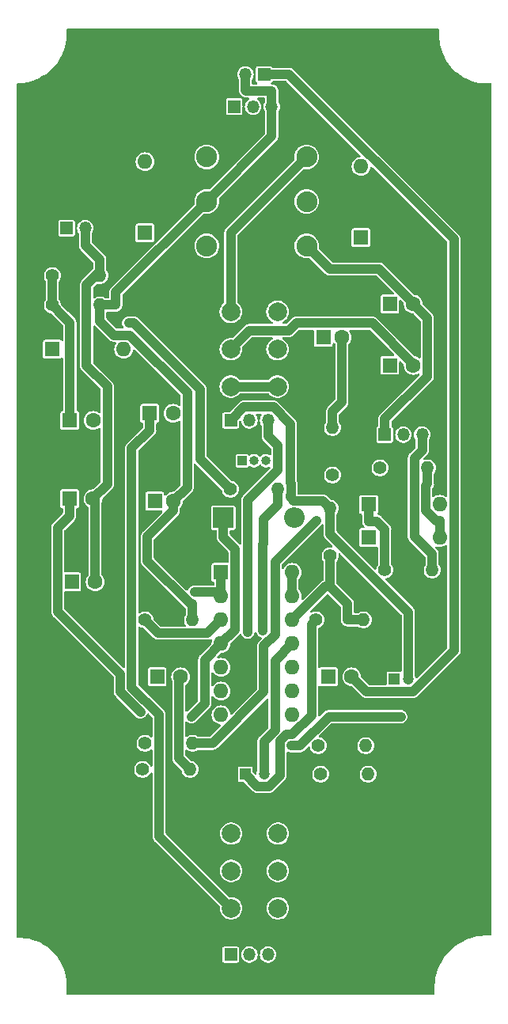
<source format=gbr>
%TF.GenerationSoftware,KiCad,Pcbnew,7.0.10-7.0.10~ubuntu22.04.1*%
%TF.CreationDate,2024-01-09T13:34:09+01:00*%
%TF.ProjectId,pedal,70656461-6c2e-46b6-9963-61645f706362,rev?*%
%TF.SameCoordinates,Original*%
%TF.FileFunction,Copper,L1,Top*%
%TF.FilePolarity,Positive*%
%FSLAX46Y46*%
G04 Gerber Fmt 4.6, Leading zero omitted, Abs format (unit mm)*
G04 Created by KiCad (PCBNEW 7.0.10-7.0.10~ubuntu22.04.1) date 2024-01-09 13:34:09*
%MOMM*%
%LPD*%
G01*
G04 APERTURE LIST*
%TA.AperFunction,ComponentPad*%
%ADD10C,7.500000*%
%TD*%
%TA.AperFunction,ComponentPad*%
%ADD11R,1.350000X1.350000*%
%TD*%
%TA.AperFunction,ComponentPad*%
%ADD12O,1.350000X1.350000*%
%TD*%
%TA.AperFunction,ComponentPad*%
%ADD13R,2.200000X2.200000*%
%TD*%
%TA.AperFunction,ComponentPad*%
%ADD14O,2.200000X2.200000*%
%TD*%
%TA.AperFunction,ComponentPad*%
%ADD15R,1.600000X1.600000*%
%TD*%
%TA.AperFunction,ComponentPad*%
%ADD16O,1.600000X1.600000*%
%TD*%
%TA.AperFunction,ComponentPad*%
%ADD17C,1.600000*%
%TD*%
%TA.AperFunction,ComponentPad*%
%ADD18R,1.200000X1.200000*%
%TD*%
%TA.AperFunction,ComponentPad*%
%ADD19C,1.200000*%
%TD*%
%TA.AperFunction,ComponentPad*%
%ADD20C,1.400000*%
%TD*%
%TA.AperFunction,ComponentPad*%
%ADD21O,1.400000X1.400000*%
%TD*%
%TA.AperFunction,ComponentPad*%
%ADD22C,2.000000*%
%TD*%
%TA.AperFunction,ComponentPad*%
%ADD23C,2.235200*%
%TD*%
%TA.AperFunction,ComponentPad*%
%ADD24R,1.000000X1.000000*%
%TD*%
%TA.AperFunction,ComponentPad*%
%ADD25O,1.000000X1.000000*%
%TD*%
%TA.AperFunction,ViaPad*%
%ADD26C,0.800000*%
%TD*%
%TA.AperFunction,Conductor*%
%ADD27C,1.000000*%
%TD*%
G04 APERTURE END LIST*
D10*
%TO.P,J2,1,Pin_1*%
%TO.N,Earth*%
X87934800Y-133197600D03*
%TD*%
D11*
%TO.P,J6,1,Pin_1*%
%TO.N,OUT*%
X71424800Y-45262800D03*
D12*
%TO.P,J6,2,Pin_2*%
%TO.N,GND*%
X69424800Y-45262800D03*
%TD*%
D13*
%TO.P,D2,1,K*%
%TO.N,Net-(D1-A)*%
X67056000Y-92710000D03*
D14*
%TO.P,D2,2,A*%
%TO.N,Net-(D2-A)*%
X74676000Y-92710000D03*
%TD*%
D15*
%TO.P,D1,1,K*%
%TO.N,Net-(D1-K)*%
X48768000Y-74676000D03*
D16*
%TO.P,D1,2,A*%
%TO.N,Net-(D1-A)*%
X56388000Y-74676000D03*
%TD*%
D15*
%TO.P,C3,1*%
%TO.N,Net-(SW1A-A)*%
X59182000Y-81534000D03*
D17*
%TO.P,C3,2*%
%TO.N,4.5V*%
X61682000Y-81534000D03*
%TD*%
D18*
%TO.P,C2,1*%
%TO.N,Net-(D1-A)*%
X69406900Y-120142000D03*
D19*
%TO.P,C2,2*%
%TO.N,Net-(BT1--)*%
X71406900Y-120142000D03*
%TD*%
D15*
%TO.P,C1,1*%
%TO.N,4.5V*%
X50633600Y-82296000D03*
D17*
%TO.P,C1,2*%
%TO.N,Bufout*%
X53133600Y-82296000D03*
%TD*%
D20*
%TO.P,R11,1*%
%TO.N,4.5V*%
X78486000Y-96774000D03*
D21*
%TO.P,R11,2*%
%TO.N,Net-(U1C--)*%
X78486000Y-91694000D03*
%TD*%
D11*
%TO.P,RV2,1,1*%
%TO.N,Net-(U1C--)*%
X67850000Y-82296000D03*
D12*
%TO.P,RV2,2,2*%
%TO.N,Net-(C10-Pad1)*%
X69850000Y-82296000D03*
%TO.P,RV2,3,3*%
%TO.N,Net-(U1C-+)*%
X71850000Y-82296000D03*
%TD*%
D15*
%TO.P,C11,1*%
%TO.N,Net-(U1C--)*%
X84876000Y-69850000D03*
D17*
%TO.P,C11,2*%
%TO.N,GND*%
X87376000Y-69850000D03*
%TD*%
D20*
%TO.P,R9,1*%
%TO.N,Net-(D3-K)*%
X84328000Y-98298000D03*
D21*
%TO.P,R9,2*%
%TO.N,Net-(R9-Pad2)*%
X89408000Y-98298000D03*
%TD*%
D22*
%TO.P,SW3,1,A*%
%TO.N,Net-(SW3A-A)*%
X67858000Y-78676000D03*
%TO.P,SW3,2,B*%
%TO.N,Net-(SW3A-B)*%
X67858000Y-74676000D03*
%TO.P,SW3,3,C*%
%TO.N,Net-(SW3A-C)*%
X67858000Y-70676000D03*
%TO.P,SW3,4,A*%
%TO.N,Net-(SW3A-A)*%
X72858000Y-78676000D03*
%TO.P,SW3,5,B*%
%TO.N,Net-(D5-K)*%
X72858000Y-74676000D03*
%TO.P,SW3,6,C*%
%TO.N,unconnected-(SW3B-C-Pad6)*%
X72858000Y-70676000D03*
%TD*%
D23*
%TO.P,T1,1,PR1*%
%TO.N,Net-(D6-A)*%
X65278000Y-54102000D03*
%TO.P,T1,2,PM*%
%TO.N,GND*%
X65278000Y-58864500D03*
%TO.P,T1,3,PR2*%
%TO.N,Net-(D5-A)*%
X65278000Y-63627000D03*
%TO.P,T1,4,S1*%
%TO.N,Net-(SW3A-C)*%
X75971400Y-54102000D03*
%TO.P,T1,5,S2*%
%TO.N,unconnected-(T1-S2-Pad5)*%
X75971400Y-58864500D03*
%TO.P,T1,6,S2*%
%TO.N,GND*%
X75971400Y-63627000D03*
%TD*%
D15*
%TO.P,C8,1*%
%TO.N,Net-(D2-A)*%
X50840000Y-99568000D03*
D17*
%TO.P,C8,2*%
%TO.N,Net-(BT1--)*%
X53340000Y-99568000D03*
%TD*%
D20*
%TO.P,R2,1*%
%TO.N,Net-(D1-A)*%
X76962000Y-103632000D03*
D21*
%TO.P,R2,2*%
%TO.N,4.5V*%
X82042000Y-103632000D03*
%TD*%
D15*
%TO.P,U1,1*%
%TO.N,Net-(U1A--)*%
X66802000Y-98552000D03*
D16*
%TO.P,U1,2,-*%
X66802000Y-101092000D03*
%TO.P,U1,3,+*%
%TO.N,4.5V*%
X66802000Y-103632000D03*
%TO.P,U1,4,V+*%
%TO.N,Net-(D1-A)*%
X66802000Y-106172000D03*
%TO.P,U1,5,+*%
%TO.N,Net-(D3-K)*%
X66802000Y-108712000D03*
%TO.P,U1,6,-*%
%TO.N,Net-(U1B--)*%
X66802000Y-111252000D03*
%TO.P,U1,7*%
%TO.N,Net-(D3-A)*%
X66802000Y-113792000D03*
%TO.P,U1,8*%
%TO.N,Net-(R12-Pad2)*%
X74422000Y-113792000D03*
%TO.P,U1,9,-*%
%TO.N,Net-(U1C--)*%
X74422000Y-111252000D03*
%TO.P,U1,10,+*%
%TO.N,Net-(U1C-+)*%
X74422000Y-108712000D03*
%TO.P,U1,11,V-*%
%TO.N,Net-(BT1--)*%
X74422000Y-106172000D03*
%TO.P,U1,12,+*%
%TO.N,4.5V*%
X74422000Y-103632000D03*
%TO.P,U1,13,-*%
%TO.N,Net-(U1D--)*%
X74422000Y-101092000D03*
%TO.P,U1,14*%
X74422000Y-98552000D03*
%TD*%
D20*
%TO.P,R4,1*%
%TO.N,4.5V*%
X48768000Y-69952000D03*
D21*
%TO.P,R4,2*%
%TO.N,GND*%
X53848000Y-69952000D03*
%TD*%
D15*
%TO.P,C6,1*%
%TO.N,Net-(U1D--)*%
X78296900Y-109728000D03*
D17*
%TO.P,C6,2*%
%TO.N,OUT*%
X80796900Y-109728000D03*
%TD*%
D10*
%TO.P,J3,1,Pin_1*%
%TO.N,Earth*%
X53086000Y-49276000D03*
%TD*%
D20*
%TO.P,R3,1*%
%TO.N,4.5V*%
X48768000Y-66802000D03*
D21*
%TO.P,R3,2*%
%TO.N,Net-(BT1--)*%
X53848000Y-66802000D03*
%TD*%
D11*
%TO.P,J1,1,Pin_1*%
%TO.N,GND*%
X67850000Y-139446000D03*
D12*
%TO.P,J1,2,Pin_2*%
X69850000Y-139446000D03*
%TO.P,J1,3,Pin_3*%
%TO.N,Net-(J1-Pin_3)*%
X71850000Y-139446000D03*
%TD*%
D15*
%TO.P,C12,1*%
%TO.N,Net-(C12-Pad1)*%
X84876000Y-76400000D03*
D17*
%TO.P,C12,2*%
%TO.N,Net-(SW3A-B)*%
X87376000Y-76400000D03*
%TD*%
D11*
%TO.P,BT1,1,+*%
%TO.N,Net-(BT1-+)*%
X50292000Y-61722000D03*
D12*
%TO.P,BT1,2,-*%
%TO.N,Net-(BT1--)*%
X52292000Y-61722000D03*
%TD*%
D15*
%TO.P,D6,1,K*%
%TO.N,Net-(D5-K)*%
X81788000Y-62738000D03*
D16*
%TO.P,D6,2,A*%
%TO.N,Net-(D6-A)*%
X81788000Y-55118000D03*
%TD*%
D20*
%TO.P,R5,1*%
%TO.N,4.5V*%
X58420000Y-119634000D03*
D21*
%TO.P,R5,2*%
%TO.N,Out1*%
X63500000Y-119634000D03*
%TD*%
D20*
%TO.P,R12,1*%
%TO.N,Net-(U1C-+)*%
X77216000Y-117094000D03*
D21*
%TO.P,R12,2*%
%TO.N,Net-(R12-Pad2)*%
X82296000Y-117094000D03*
%TD*%
D10*
%TO.P,J5,1,Pin_1*%
%TO.N,Earth*%
X53340000Y-133350000D03*
%TD*%
D22*
%TO.P,SW1,1,A*%
%TO.N,Net-(SW1A-A)*%
X67898000Y-134492000D03*
%TO.P,SW1,2,B*%
%TO.N,Net-(J1-Pin_3)*%
X67898000Y-130492000D03*
%TO.P,SW1,3,C*%
%TO.N,Bypass*%
X67898000Y-126492000D03*
%TO.P,SW1,4,A*%
%TO.N,Net-(SW1B-A)*%
X72898000Y-134492000D03*
%TO.P,SW1,5,B*%
%TO.N,Bufout*%
X72898000Y-130492000D03*
%TO.P,SW1,6,C*%
%TO.N,Bypass*%
X72898000Y-126492000D03*
%TD*%
D20*
%TO.P,R6,1*%
%TO.N,Net-(D1-K)*%
X67818000Y-89662000D03*
D21*
%TO.P,R6,2*%
%TO.N,Net-(BT1--)*%
X72898000Y-89662000D03*
%TD*%
D15*
%TO.P,C10,1*%
%TO.N,Net-(C10-Pad1)*%
X77756000Y-73406000D03*
D17*
%TO.P,C10,2*%
%TO.N,Net-(C10-Pad2)*%
X79756000Y-73406000D03*
%TD*%
D20*
%TO.P,R13,1*%
%TO.N,Net-(R12-Pad2)*%
X58674000Y-116840000D03*
D21*
%TO.P,R13,2*%
%TO.N,Net-(C12-Pad1)*%
X63754000Y-116840000D03*
%TD*%
D20*
%TO.P,R10,1*%
%TO.N,GND*%
X78740000Y-88138000D03*
D21*
%TO.P,R10,2*%
%TO.N,Net-(C10-Pad2)*%
X78740000Y-83058000D03*
%TD*%
D11*
%TO.P,RV3,1,1*%
%TO.N,Net-(SW3A-A)*%
X68237600Y-48717200D03*
D12*
%TO.P,RV3,2,2*%
%TO.N,Net-(SW1B-A)*%
X70237600Y-48717200D03*
%TO.P,RV3,3,3*%
%TO.N,GND*%
X72237600Y-48717200D03*
%TD*%
D24*
%TO.P,SW2,1,A*%
%TO.N,Net-(BT1-+)*%
X69088000Y-86614000D03*
D25*
%TO.P,SW2,2,B*%
%TO.N,Net-(D2-A)*%
X70358000Y-86614000D03*
%TO.P,SW2,3,C*%
%TO.N,unconnected-(SW2-C-Pad3)*%
X71628000Y-86614000D03*
%TD*%
D18*
%TO.P,C9,1*%
%TO.N,Net-(D3-A)*%
X85344000Y-109982000D03*
D19*
%TO.P,C9,2*%
%TO.N,Net-(U1C--)*%
X86844000Y-109982000D03*
%TD*%
D20*
%TO.P,R8,1*%
%TO.N,Net-(C4-Pad1)*%
X83820000Y-87376000D03*
D21*
%TO.P,R8,2*%
%TO.N,Net-(D3-K)*%
X88900000Y-87376000D03*
%TD*%
D15*
%TO.P,D3,1,K*%
%TO.N,Net-(D3-K)*%
X82604000Y-91278000D03*
D16*
%TO.P,D3,2,A*%
%TO.N,Net-(D3-A)*%
X90224000Y-91278000D03*
%TD*%
D15*
%TO.P,C5,1*%
%TO.N,Net-(U1A--)*%
X59984000Y-109728000D03*
D17*
%TO.P,C5,2*%
%TO.N,Out1*%
X62484000Y-109728000D03*
%TD*%
D20*
%TO.P,R7,1*%
%TO.N,Out1*%
X77470000Y-120142000D03*
D21*
%TO.P,R7,2*%
%TO.N,Net-(U1B--)*%
X82550000Y-120142000D03*
%TD*%
D15*
%TO.P,D4,1,K*%
%TO.N,Net-(D3-A)*%
X82604000Y-94828000D03*
D16*
%TO.P,D4,2,A*%
%TO.N,Net-(D3-K)*%
X90224000Y-94828000D03*
%TD*%
D15*
%TO.P,C4,1*%
%TO.N,Net-(C4-Pad1)*%
X59722000Y-90932000D03*
D17*
%TO.P,C4,2*%
%TO.N,GND*%
X61722000Y-90932000D03*
%TD*%
D15*
%TO.P,C7,1*%
%TO.N,Net-(D1-A)*%
X50610900Y-90678000D03*
D17*
%TO.P,C7,2*%
%TO.N,Net-(BT1--)*%
X53110900Y-90678000D03*
%TD*%
D20*
%TO.P,R1,1*%
%TO.N,4.5V*%
X58674000Y-103632000D03*
D21*
%TO.P,R1,2*%
%TO.N,GND*%
X63754000Y-103632000D03*
%TD*%
D15*
%TO.P,D5,1,K*%
%TO.N,Net-(D5-K)*%
X58674000Y-62230000D03*
D16*
%TO.P,D5,2,A*%
%TO.N,Net-(D5-A)*%
X58674000Y-54610000D03*
%TD*%
D10*
%TO.P,J4,1,Pin_1*%
%TO.N,Earth*%
X86360000Y-49276000D03*
%TD*%
D11*
%TO.P,RV1,1,1*%
%TO.N,GND*%
X84335100Y-83820000D03*
D12*
%TO.P,RV1,2,2*%
%TO.N,Net-(D3-A)*%
X86335100Y-83820000D03*
%TO.P,RV1,3,3*%
%TO.N,Net-(R9-Pad2)*%
X88335100Y-83820000D03*
%TD*%
D26*
%TO.N,Earth*%
X69291200Y-108915200D03*
X76352400Y-99110800D03*
X57810400Y-79044800D03*
X48310800Y-78486000D03*
X64770000Y-90932000D03*
X63042800Y-97942400D03*
X63703200Y-106781600D03*
X82550000Y-106578400D03*
X61620400Y-68021200D03*
X71983600Y-66548000D03*
%TO.N,Net-(D1-A)*%
X63634400Y-113985500D03*
X58204500Y-113498700D03*
%TO.N,Net-(U1C-+)*%
X69684500Y-104953300D03*
%TO.N,Net-(C12-Pad1)*%
X77004500Y-93003200D03*
%TO.N,Net-(D3-A)*%
X86050600Y-113985500D03*
X74349500Y-117100400D03*
%TO.N,Net-(U1A--)*%
X63952100Y-100648700D03*
%TO.N,Net-(D1-K)*%
X56930300Y-71852600D03*
%TO.N,Net-(BT1--)*%
X71396200Y-95450400D03*
X71309200Y-104820200D03*
%TD*%
D27*
%TO.N,Net-(C12-Pad1)*%
X77004500Y-93003200D02*
X72587200Y-97420500D01*
X72587200Y-97420500D02*
X72587200Y-105239256D01*
X72587200Y-105239256D02*
X71393200Y-106433256D01*
X71393200Y-106433256D02*
X71393200Y-111342800D01*
X71393200Y-111342800D02*
X65896000Y-116840000D01*
X65896000Y-116840000D02*
X63754000Y-116840000D01*
%TO.N,Net-(BT1--)*%
X71406900Y-120142000D02*
X71406900Y-116646244D01*
X71406900Y-116646244D02*
X72593200Y-115459944D01*
X72593200Y-115459944D02*
X72593200Y-108000800D01*
X72593200Y-108000800D02*
X74422000Y-106172000D01*
%TO.N,Net-(U1C--)*%
X67850000Y-82296000D02*
X69270500Y-80875500D01*
X77702000Y-90910000D02*
X78486000Y-91694000D01*
X69270500Y-80875500D02*
X72423400Y-80875500D01*
X74218800Y-90321099D02*
X74218800Y-90525600D01*
X72423400Y-80875500D02*
X74218800Y-82670900D01*
X74603200Y-90910000D02*
X77702000Y-90910000D01*
X74218800Y-82670900D02*
X74218800Y-89002901D01*
X74298000Y-89082101D02*
X74298000Y-90241899D01*
X74218800Y-89002901D02*
X74298000Y-89082101D01*
X74298000Y-90241899D02*
X74218800Y-90321099D01*
X74218800Y-90525600D02*
X74603200Y-90910000D01*
%TO.N,Net-(D1-A)*%
X58204500Y-113498700D02*
X56058400Y-111352600D01*
X56058400Y-111352600D02*
X56058400Y-109449200D01*
X56058400Y-109449200D02*
X49338100Y-102728900D01*
X49338100Y-102728900D02*
X49338100Y-93750800D01*
X49338100Y-93750800D02*
X50610900Y-92478000D01*
X50610900Y-92478000D02*
X50610900Y-90678000D01*
%TO.N,GND*%
X63754000Y-103632000D02*
X63754000Y-101932000D01*
X63754000Y-101932000D02*
X63535700Y-101932000D01*
X63535700Y-101932000D02*
X58928000Y-97324300D01*
X58928000Y-97324300D02*
X58928000Y-94726000D01*
X58928000Y-94726000D02*
X61722000Y-91932000D01*
X61722000Y-91932000D02*
X61722000Y-90932000D01*
%TO.N,Net-(D1-K)*%
X67818000Y-89662000D02*
X64566800Y-86410800D01*
X57470300Y-71852600D02*
X56930300Y-71852600D01*
X64566800Y-86410800D02*
X64566800Y-78949100D01*
X64566800Y-78949100D02*
X57470300Y-71852600D01*
%TO.N,Net-(D1-A)*%
X67056000Y-92710000D02*
X67056000Y-94810000D01*
X68303900Y-104670100D02*
X66802000Y-106172000D01*
X68303900Y-96057900D02*
X68303900Y-104670100D01*
X67056000Y-94810000D02*
X68303900Y-96057900D01*
X65067500Y-112552400D02*
X63634400Y-113985500D01*
X65067500Y-107906500D02*
X65067500Y-112552400D01*
X66802000Y-106172000D02*
X65067500Y-107906500D01*
X70718300Y-121453400D02*
X69406900Y-120142000D01*
X71942100Y-121453400D02*
X70718300Y-121453400D01*
X73147600Y-120247900D02*
X71942100Y-121453400D01*
X73147600Y-116602600D02*
X73147600Y-120247900D01*
X73851700Y-115898500D02*
X73147600Y-116602600D01*
X74446600Y-115898500D02*
X73851700Y-115898500D01*
X76482300Y-113862800D02*
X74446600Y-115898500D01*
X76482300Y-104111700D02*
X76482300Y-113862800D01*
X76962000Y-103632000D02*
X76482300Y-104111700D01*
%TO.N,Net-(SW3A-C)*%
X67858000Y-62215400D02*
X67858000Y-70676000D01*
X75971400Y-54102000D02*
X67858000Y-62215400D01*
%TO.N,Net-(SW3A-A)*%
X72858000Y-78676000D02*
X67858000Y-78676000D01*
%TO.N,Net-(SW3A-B)*%
X87376000Y-76273300D02*
X87376000Y-76400000D01*
X83002000Y-71899300D02*
X87376000Y-76273300D01*
X74870800Y-71899300D02*
X83002000Y-71899300D01*
X74094100Y-72676000D02*
X74870800Y-71899300D01*
X69858000Y-72676000D02*
X74094100Y-72676000D01*
X67858000Y-74676000D02*
X69858000Y-72676000D01*
%TO.N,Net-(U1C-+)*%
X71850000Y-82296000D02*
X71850000Y-83971000D01*
X69684500Y-90815000D02*
X69684500Y-104953300D01*
X72864700Y-87634800D02*
X69684500Y-90815000D01*
X72864700Y-84985700D02*
X72864700Y-87634800D01*
X71850000Y-83971000D02*
X72864700Y-84985700D01*
%TO.N,Net-(R9-Pad2)*%
X87494400Y-94684400D02*
X89408000Y-96598000D01*
X87494400Y-86335700D02*
X87494400Y-94684400D01*
X88335100Y-85495000D02*
X87494400Y-86335700D01*
X88335100Y-83820000D02*
X88335100Y-85495000D01*
X89408000Y-98298000D02*
X89408000Y-96598000D01*
%TO.N,Net-(D3-K)*%
X84328000Y-93939900D02*
X84328000Y-98298000D01*
X83466100Y-93078000D02*
X84328000Y-93939900D01*
X82604000Y-93078000D02*
X83466100Y-93078000D01*
X82604000Y-91278000D02*
X82604000Y-93078000D01*
X88709200Y-89266800D02*
X88900000Y-89076000D01*
X88709200Y-91897500D02*
X88709200Y-89266800D01*
X89839700Y-93028000D02*
X88709200Y-91897500D01*
X90224000Y-93028000D02*
X89839700Y-93028000D01*
X90224000Y-94828000D02*
X90224000Y-93028000D01*
X88900000Y-87376000D02*
X88900000Y-89076000D01*
%TO.N,Net-(C10-Pad2)*%
X79756000Y-80342000D02*
X78740000Y-81358000D01*
X79756000Y-73406000D02*
X79756000Y-80342000D01*
X78740000Y-83058000D02*
X78740000Y-81358000D01*
%TO.N,Net-(U1C--)*%
X86844000Y-102805000D02*
X86844000Y-109982000D01*
X78486000Y-94447000D02*
X86844000Y-102805000D01*
X78486000Y-91694000D02*
X78486000Y-94447000D01*
%TO.N,Net-(D3-A)*%
X75227100Y-117100400D02*
X74349500Y-117100400D01*
X78342000Y-113985500D02*
X75227100Y-117100400D01*
X86050600Y-113985500D02*
X78342000Y-113985500D01*
%TO.N,OUT*%
X82367200Y-111298300D02*
X80796900Y-109728000D01*
X87370400Y-111298300D02*
X82367200Y-111298300D01*
X91726000Y-106942700D02*
X87370400Y-111298300D01*
X91726000Y-62923500D02*
X91726000Y-106942700D01*
X74065300Y-45262800D02*
X91726000Y-62923500D01*
X71424800Y-45262800D02*
X74065300Y-45262800D01*
%TO.N,Net-(U1D--)*%
X74422000Y-98552000D02*
X74422000Y-101092000D01*
%TO.N,Out1*%
X62295200Y-118429200D02*
X63500000Y-119634000D01*
X62295200Y-109916800D02*
X62295200Y-118429200D01*
X62484000Y-109728000D02*
X62295200Y-109916800D01*
%TO.N,Net-(U1A--)*%
X66802000Y-100648700D02*
X63952100Y-100648700D01*
X66802000Y-101092000D02*
X66802000Y-100648700D01*
X66802000Y-100648700D02*
X66802000Y-98552000D01*
%TO.N,GND*%
X69529200Y-47042200D02*
X69424800Y-46937800D01*
X72237600Y-47042200D02*
X69529200Y-47042200D01*
X72237600Y-48717200D02*
X72237600Y-47042200D01*
X69424800Y-45262800D02*
X69424800Y-46937800D01*
X88891100Y-77589000D02*
X84335100Y-82145000D01*
X88891100Y-71365100D02*
X88891100Y-77589000D01*
X87376000Y-69850000D02*
X88891100Y-71365100D01*
X84335100Y-83820000D02*
X84335100Y-82145000D01*
X55370100Y-73174100D02*
X53848000Y-71652000D01*
X57010100Y-73174100D02*
X55370100Y-73174100D01*
X63187300Y-79351300D02*
X57010100Y-73174100D01*
X63187300Y-89466700D02*
X63187300Y-79351300D01*
X61722000Y-90932000D02*
X63187300Y-89466700D01*
X53848000Y-69952000D02*
X53848000Y-71652000D01*
X72237600Y-51904900D02*
X65278000Y-58864500D01*
X72237600Y-48717200D02*
X72237600Y-51904900D01*
X55548000Y-68594500D02*
X55548000Y-69952000D01*
X65278000Y-58864500D02*
X55548000Y-68594500D01*
X53848000Y-69952000D02*
X55548000Y-69952000D01*
X87376000Y-69732300D02*
X87376000Y-69850000D01*
X83730700Y-66087000D02*
X87376000Y-69732300D01*
X78431400Y-66087000D02*
X83730700Y-66087000D01*
X75971400Y-63627000D02*
X78431400Y-66087000D01*
%TO.N,Net-(SW1A-A)*%
X59182000Y-81534000D02*
X59182000Y-83334000D01*
X57258400Y-85257600D02*
X59182000Y-83334000D01*
X57258400Y-110852900D02*
X57258400Y-85257600D01*
X60179100Y-113773600D02*
X57258400Y-110852900D01*
X60179100Y-126773100D02*
X60179100Y-113773600D01*
X67898000Y-134492000D02*
X60179100Y-126773100D01*
%TO.N,4.5V*%
X65368600Y-105065400D02*
X66802000Y-103632000D01*
X60107400Y-105065400D02*
X65368600Y-105065400D01*
X58674000Y-103632000D02*
X60107400Y-105065400D01*
X48768000Y-66802000D02*
X48768000Y-69952000D01*
X77978000Y-100076000D02*
X78486000Y-100076000D01*
X74422000Y-103632000D02*
X77978000Y-100076000D01*
X80342000Y-101932000D02*
X78486000Y-100076000D01*
X80342000Y-103632000D02*
X80342000Y-101932000D01*
X78486000Y-100076000D02*
X78486000Y-96774000D01*
X82042000Y-103632000D02*
X80342000Y-103632000D01*
X50633600Y-71819600D02*
X50633600Y-82296000D01*
X49964700Y-71150700D02*
X50633600Y-71819600D01*
X49964700Y-71148700D02*
X49964700Y-71150700D01*
X48768000Y-69952000D02*
X49964700Y-71148700D01*
%TO.N,Net-(BT1--)*%
X71396200Y-92863800D02*
X72898000Y-91362000D01*
X71396200Y-95450400D02*
X71396200Y-92863800D01*
X72898000Y-89662000D02*
X72898000Y-91362000D01*
X71309200Y-95537400D02*
X71309200Y-104820200D01*
X71396200Y-95450400D02*
X71309200Y-95537400D01*
X52292000Y-63546000D02*
X53848000Y-65102000D01*
X52292000Y-61722000D02*
X52292000Y-63546000D01*
X53848000Y-66802000D02*
X53848000Y-66371000D01*
X53848000Y-66371000D02*
X53848000Y-65102000D01*
X53340000Y-90907100D02*
X53110900Y-90678000D01*
X53340000Y-99568000D02*
X53340000Y-90907100D01*
X52424500Y-67794500D02*
X53848000Y-66371000D01*
X52424500Y-76425100D02*
X52424500Y-67794500D01*
X54635900Y-78636500D02*
X52424500Y-76425100D01*
X54635900Y-89153000D02*
X54635900Y-78636500D01*
X53110900Y-90678000D02*
X54635900Y-89153000D01*
%TD*%
%TA.AperFunction,Conductor*%
%TO.N,Earth*%
G36*
X70597946Y-104944319D02*
G01*
X70621981Y-104983590D01*
X70684382Y-105148131D01*
X70746675Y-105238377D01*
X70781017Y-105288129D01*
X70886705Y-105381760D01*
X70908350Y-105400936D01*
X71058974Y-105479990D01*
X71083643Y-105486070D01*
X71144024Y-105521225D01*
X71175813Y-105583444D01*
X71168918Y-105652973D01*
X71141650Y-105694148D01*
X70915490Y-105920307D01*
X70910038Y-105925439D01*
X70865019Y-105965324D01*
X70830849Y-106014825D01*
X70826413Y-106020853D01*
X70789324Y-106068194D01*
X70789319Y-106068204D01*
X70785160Y-106077444D01*
X70774142Y-106096979D01*
X70768387Y-106105317D01*
X70768379Y-106105332D01*
X70747053Y-106161561D01*
X70744189Y-106168476D01*
X70719505Y-106223324D01*
X70717677Y-106233298D01*
X70711653Y-106254909D01*
X70708060Y-106264383D01*
X70708060Y-106264384D01*
X70700810Y-106324083D01*
X70699683Y-106331483D01*
X70688842Y-106390645D01*
X70688842Y-106390651D01*
X70692474Y-106450688D01*
X70692700Y-106458176D01*
X70692700Y-111001280D01*
X70673015Y-111068319D01*
X70656381Y-111088961D01*
X68005818Y-113739524D01*
X67944495Y-113773009D01*
X67874803Y-113768025D01*
X67818870Y-113726153D01*
X67794734Y-113663997D01*
X67792204Y-113638308D01*
X67788024Y-113595868D01*
X67730814Y-113407273D01*
X67730811Y-113407269D01*
X67730811Y-113407266D01*
X67637913Y-113233467D01*
X67637909Y-113233460D01*
X67512883Y-113081116D01*
X67360539Y-112956090D01*
X67360532Y-112956086D01*
X67186733Y-112863188D01*
X67186727Y-112863186D01*
X67057849Y-112824091D01*
X66998129Y-112805975D01*
X66802000Y-112786659D01*
X66605870Y-112805975D01*
X66417266Y-112863188D01*
X66243467Y-112956086D01*
X66243460Y-112956090D01*
X66091116Y-113081116D01*
X65966090Y-113233460D01*
X65966086Y-113233467D01*
X65873188Y-113407266D01*
X65815975Y-113595870D01*
X65796659Y-113792000D01*
X65815975Y-113988129D01*
X65873188Y-114176733D01*
X65966086Y-114350532D01*
X65966090Y-114350539D01*
X66091116Y-114502883D01*
X66243460Y-114627909D01*
X66243467Y-114627913D01*
X66417266Y-114720811D01*
X66417269Y-114720811D01*
X66417273Y-114720814D01*
X66605868Y-114778024D01*
X66652137Y-114782581D01*
X66673997Y-114784734D01*
X66738784Y-114810895D01*
X66779143Y-114867929D01*
X66782260Y-114937729D01*
X66749524Y-114995818D01*
X65642162Y-116103181D01*
X65580839Y-116136666D01*
X65554481Y-116139500D01*
X64362156Y-116139500D01*
X64295117Y-116119815D01*
X64289271Y-116115818D01*
X64206734Y-116055851D01*
X64206729Y-116055848D01*
X64033807Y-115978857D01*
X64033802Y-115978855D01*
X63888001Y-115947865D01*
X63848646Y-115939500D01*
X63659354Y-115939500D01*
X63626897Y-115946398D01*
X63474197Y-115978855D01*
X63474192Y-115978857D01*
X63301270Y-116055848D01*
X63301265Y-116055851D01*
X63192585Y-116134812D01*
X63126779Y-116158292D01*
X63058725Y-116142466D01*
X63010030Y-116092360D01*
X62995700Y-116034494D01*
X62995700Y-114636199D01*
X63015385Y-114569160D01*
X63068189Y-114523405D01*
X63137347Y-114513461D01*
X63192769Y-114537135D01*
X63192796Y-114537091D01*
X63193109Y-114537280D01*
X63196175Y-114538590D01*
X63199213Y-114540970D01*
X63199215Y-114540972D01*
X63344794Y-114628978D01*
X63507204Y-114679586D01*
X63677006Y-114689858D01*
X63844332Y-114659195D01*
X63999457Y-114589378D01*
X64099767Y-114510790D01*
X65545231Y-113065324D01*
X65550651Y-113060222D01*
X65595683Y-113020329D01*
X65629858Y-112970816D01*
X65634279Y-112964807D01*
X65671377Y-112917457D01*
X65675529Y-112908228D01*
X65686562Y-112888668D01*
X65686919Y-112888150D01*
X65692318Y-112880330D01*
X65713654Y-112824068D01*
X65716514Y-112817166D01*
X65721551Y-112805976D01*
X65741194Y-112762332D01*
X65743020Y-112752365D01*
X65749048Y-112730740D01*
X65752640Y-112721272D01*
X65759889Y-112661569D01*
X65761016Y-112654162D01*
X65771857Y-112595006D01*
X65768226Y-112534977D01*
X65768000Y-112527490D01*
X65768000Y-111915721D01*
X65787685Y-111848682D01*
X65840489Y-111802927D01*
X65909647Y-111792983D01*
X65973203Y-111822008D01*
X65987853Y-111837056D01*
X66091116Y-111962883D01*
X66243460Y-112087909D01*
X66243467Y-112087913D01*
X66417266Y-112180811D01*
X66417269Y-112180811D01*
X66417273Y-112180814D01*
X66605868Y-112238024D01*
X66802000Y-112257341D01*
X66998132Y-112238024D01*
X67186727Y-112180814D01*
X67360538Y-112087910D01*
X67512883Y-111962883D01*
X67637910Y-111810538D01*
X67692497Y-111708413D01*
X67730811Y-111636733D01*
X67730811Y-111636732D01*
X67730814Y-111636727D01*
X67788024Y-111448132D01*
X67807341Y-111252000D01*
X67788024Y-111055868D01*
X67730814Y-110867273D01*
X67730811Y-110867269D01*
X67730811Y-110867266D01*
X67637913Y-110693467D01*
X67637909Y-110693460D01*
X67512883Y-110541116D01*
X67360539Y-110416090D01*
X67360532Y-110416086D01*
X67186733Y-110323188D01*
X67186727Y-110323186D01*
X66998132Y-110265976D01*
X66998129Y-110265975D01*
X66802000Y-110246659D01*
X66605870Y-110265975D01*
X66417266Y-110323188D01*
X66243467Y-110416086D01*
X66243460Y-110416090D01*
X66091116Y-110541116D01*
X65987853Y-110666943D01*
X65930107Y-110706277D01*
X65860263Y-110708148D01*
X65800494Y-110671960D01*
X65769779Y-110609204D01*
X65768000Y-110588278D01*
X65768000Y-109375721D01*
X65787685Y-109308682D01*
X65840489Y-109262927D01*
X65909647Y-109252983D01*
X65973203Y-109282008D01*
X65987853Y-109297056D01*
X66091116Y-109422883D01*
X66243460Y-109547909D01*
X66243467Y-109547913D01*
X66417266Y-109640811D01*
X66417269Y-109640811D01*
X66417273Y-109640814D01*
X66605868Y-109698024D01*
X66802000Y-109717341D01*
X66998132Y-109698024D01*
X67186727Y-109640814D01*
X67360538Y-109547910D01*
X67512883Y-109422883D01*
X67637910Y-109270538D01*
X67691937Y-109169460D01*
X67730811Y-109096733D01*
X67730811Y-109096732D01*
X67730814Y-109096727D01*
X67788024Y-108908132D01*
X67807341Y-108712000D01*
X67788024Y-108515868D01*
X67730814Y-108327273D01*
X67730811Y-108327269D01*
X67730811Y-108327266D01*
X67637913Y-108153467D01*
X67637909Y-108153460D01*
X67512883Y-108001116D01*
X67360539Y-107876090D01*
X67360532Y-107876086D01*
X67186733Y-107783188D01*
X67186727Y-107783186D01*
X67053540Y-107742784D01*
X66998129Y-107725975D01*
X66802000Y-107706659D01*
X66605867Y-107725976D01*
X66552511Y-107742161D01*
X66482644Y-107742784D01*
X66423532Y-107705535D01*
X66393941Y-107642241D01*
X66403268Y-107572996D01*
X66428833Y-107535823D01*
X66754339Y-107210316D01*
X66815660Y-107176833D01*
X66829855Y-107174597D01*
X66998132Y-107158024D01*
X67186727Y-107100814D01*
X67360538Y-107007910D01*
X67512883Y-106882883D01*
X67637910Y-106730538D01*
X67730814Y-106556727D01*
X67788024Y-106368132D01*
X67804596Y-106199863D01*
X67830756Y-106135077D01*
X67840309Y-106124346D01*
X68781631Y-105183024D01*
X68787035Y-105177936D01*
X68827331Y-105142238D01*
X68890560Y-105112520D01*
X68959823Y-105121704D01*
X69013126Y-105166876D01*
X69025495Y-105191086D01*
X69059682Y-105281230D01*
X69059682Y-105281231D01*
X69097549Y-105336090D01*
X69156317Y-105421229D01*
X69222645Y-105479990D01*
X69283650Y-105534036D01*
X69417550Y-105604312D01*
X69434275Y-105613090D01*
X69599444Y-105653800D01*
X69769556Y-105653800D01*
X69934725Y-105613090D01*
X70022189Y-105567185D01*
X70085349Y-105534036D01*
X70085350Y-105534034D01*
X70085352Y-105534034D01*
X70212683Y-105421229D01*
X70309318Y-105281230D01*
X70369640Y-105122172D01*
X70382943Y-105012614D01*
X70410565Y-104948436D01*
X70468499Y-104909380D01*
X70538352Y-104907845D01*
X70597946Y-104944319D01*
G37*
%TD.AperFunction*%
%TA.AperFunction,Conductor*%
G36*
X73790820Y-45982985D02*
G01*
X73811462Y-45999619D01*
X81726876Y-53915033D01*
X81760361Y-53976356D01*
X81755377Y-54046048D01*
X81713505Y-54101981D01*
X81651350Y-54126117D01*
X81591870Y-54131975D01*
X81403266Y-54189188D01*
X81229467Y-54282086D01*
X81229460Y-54282090D01*
X81077116Y-54407116D01*
X80952090Y-54559460D01*
X80952086Y-54559467D01*
X80859188Y-54733266D01*
X80801975Y-54921870D01*
X80782659Y-55118000D01*
X80801975Y-55314129D01*
X80859188Y-55502733D01*
X80952086Y-55676532D01*
X80952090Y-55676539D01*
X81077116Y-55828883D01*
X81229460Y-55953909D01*
X81229467Y-55953913D01*
X81403266Y-56046811D01*
X81403269Y-56046811D01*
X81403273Y-56046814D01*
X81591868Y-56104024D01*
X81788000Y-56123341D01*
X81984132Y-56104024D01*
X82172727Y-56046814D01*
X82346538Y-55953910D01*
X82498883Y-55828883D01*
X82623910Y-55676538D01*
X82716814Y-55502727D01*
X82774024Y-55314132D01*
X82779882Y-55254650D01*
X82806042Y-55189863D01*
X82863076Y-55149504D01*
X82932877Y-55146387D01*
X82990966Y-55179123D01*
X90989181Y-63177338D01*
X91022666Y-63238661D01*
X91025500Y-63265019D01*
X91025500Y-90379307D01*
X91005815Y-90446346D01*
X90953011Y-90492101D01*
X90883853Y-90502045D01*
X90822836Y-90475161D01*
X90782538Y-90442090D01*
X90782532Y-90442086D01*
X90608733Y-90349188D01*
X90608727Y-90349186D01*
X90479292Y-90309922D01*
X90420129Y-90291975D01*
X90224000Y-90272659D01*
X90027870Y-90291975D01*
X89839266Y-90349188D01*
X89665467Y-90442086D01*
X89665460Y-90442091D01*
X89612365Y-90485665D01*
X89548055Y-90512978D01*
X89479187Y-90501187D01*
X89427627Y-90454035D01*
X89409700Y-90389812D01*
X89409700Y-89609345D01*
X89429385Y-89542306D01*
X89431619Y-89538950D01*
X89462366Y-89494404D01*
X89466775Y-89488413D01*
X89503878Y-89441057D01*
X89508034Y-89431821D01*
X89519062Y-89412266D01*
X89524818Y-89403930D01*
X89546150Y-89347678D01*
X89549010Y-89340776D01*
X89573693Y-89285936D01*
X89573693Y-89285934D01*
X89573695Y-89285931D01*
X89575522Y-89275959D01*
X89581546Y-89254347D01*
X89585140Y-89244872D01*
X89592387Y-89185184D01*
X89593514Y-89177777D01*
X89593740Y-89176543D01*
X89604358Y-89118606D01*
X89600726Y-89058565D01*
X89600500Y-89051078D01*
X89600500Y-87991391D01*
X89620185Y-87924352D01*
X89632352Y-87908417D01*
X89632533Y-87908216D01*
X89727179Y-87744284D01*
X89785674Y-87564256D01*
X89805460Y-87376000D01*
X89785674Y-87187744D01*
X89727179Y-87007716D01*
X89632533Y-86843784D01*
X89505871Y-86703112D01*
X89472684Y-86679000D01*
X89352734Y-86591851D01*
X89352729Y-86591848D01*
X89179807Y-86514857D01*
X89179802Y-86514855D01*
X89034001Y-86483865D01*
X88994646Y-86475500D01*
X88805354Y-86475500D01*
X88805352Y-86475500D01*
X88630528Y-86512659D01*
X88560861Y-86507343D01*
X88505128Y-86465205D01*
X88481023Y-86399625D01*
X88496200Y-86331424D01*
X88517062Y-86303693D01*
X88812831Y-86007924D01*
X88818251Y-86002822D01*
X88863283Y-85962929D01*
X88897458Y-85913416D01*
X88901879Y-85907407D01*
X88938977Y-85860057D01*
X88943129Y-85850828D01*
X88954162Y-85831268D01*
X88958207Y-85825408D01*
X88959918Y-85822930D01*
X88981254Y-85766668D01*
X88984114Y-85759766D01*
X89008793Y-85704934D01*
X89008792Y-85704934D01*
X89008794Y-85704932D01*
X89010620Y-85694965D01*
X89016648Y-85673340D01*
X89020240Y-85663872D01*
X89027489Y-85604169D01*
X89028616Y-85596762D01*
X89039457Y-85537606D01*
X89035826Y-85477577D01*
X89035600Y-85470090D01*
X89035600Y-84390921D01*
X89052213Y-84328921D01*
X89139314Y-84178059D01*
X89196185Y-84003029D01*
X89215422Y-83820000D01*
X89196185Y-83636971D01*
X89139314Y-83461941D01*
X89047295Y-83302560D01*
X88924150Y-83165793D01*
X88924148Y-83165791D01*
X88775265Y-83057621D01*
X88775262Y-83057619D01*
X88775261Y-83057619D01*
X88714212Y-83030438D01*
X88607138Y-82982765D01*
X88607133Y-82982763D01*
X88427119Y-82944500D01*
X88243081Y-82944500D01*
X88063066Y-82982763D01*
X88063061Y-82982765D01*
X87894939Y-83057619D01*
X87894934Y-83057621D01*
X87746051Y-83165791D01*
X87746049Y-83165793D01*
X87622904Y-83302561D01*
X87530886Y-83461940D01*
X87530883Y-83461946D01*
X87474016Y-83636967D01*
X87474015Y-83636971D01*
X87465587Y-83717162D01*
X87458421Y-83785342D01*
X87444237Y-83819814D01*
X87457077Y-83845312D01*
X87458419Y-83854646D01*
X87474015Y-84003029D01*
X87474016Y-84003032D01*
X87530883Y-84178053D01*
X87530886Y-84178059D01*
X87616769Y-84326813D01*
X87617987Y-84328921D01*
X87634600Y-84390921D01*
X87634600Y-85153480D01*
X87614915Y-85220519D01*
X87598281Y-85241161D01*
X87016690Y-85822751D01*
X87011238Y-85827883D01*
X86966219Y-85867768D01*
X86932049Y-85917269D01*
X86927613Y-85923297D01*
X86890524Y-85970638D01*
X86890519Y-85970648D01*
X86886360Y-85979888D01*
X86875342Y-85999423D01*
X86869587Y-86007761D01*
X86869579Y-86007776D01*
X86848253Y-86064005D01*
X86845389Y-86070920D01*
X86820705Y-86125768D01*
X86818877Y-86135742D01*
X86812853Y-86157353D01*
X86809260Y-86166827D01*
X86809260Y-86166828D01*
X86802010Y-86226527D01*
X86800883Y-86233927D01*
X86790042Y-86293089D01*
X86790042Y-86293095D01*
X86793674Y-86353132D01*
X86793900Y-86360620D01*
X86793900Y-94659478D01*
X86793674Y-94666966D01*
X86790042Y-94727003D01*
X86790042Y-94727005D01*
X86800883Y-94786170D01*
X86802010Y-94793571D01*
X86809259Y-94853271D01*
X86809260Y-94853274D01*
X86812851Y-94862743D01*
X86818874Y-94884346D01*
X86820704Y-94894330D01*
X86845391Y-94949182D01*
X86848254Y-94956094D01*
X86869582Y-95012330D01*
X86869583Y-95012331D01*
X86875336Y-95020666D01*
X86886361Y-95040213D01*
X86890520Y-95049455D01*
X86890524Y-95049460D01*
X86927615Y-95096803D01*
X86932055Y-95102838D01*
X86966212Y-95152324D01*
X86966216Y-95152329D01*
X87011228Y-95192205D01*
X87016683Y-95197340D01*
X88671181Y-96851838D01*
X88704666Y-96913161D01*
X88707500Y-96939519D01*
X88707500Y-97682608D01*
X88687815Y-97749647D01*
X88675656Y-97765574D01*
X88675468Y-97765782D01*
X88675464Y-97765787D01*
X88580821Y-97929715D01*
X88580818Y-97929722D01*
X88525153Y-98101042D01*
X88522326Y-98109744D01*
X88502540Y-98298000D01*
X88522326Y-98486256D01*
X88522327Y-98486259D01*
X88580818Y-98666277D01*
X88580821Y-98666284D01*
X88675467Y-98830216D01*
X88802129Y-98970888D01*
X88955265Y-99082148D01*
X88955270Y-99082151D01*
X89128192Y-99159142D01*
X89128197Y-99159144D01*
X89313354Y-99198500D01*
X89313355Y-99198500D01*
X89502644Y-99198500D01*
X89502646Y-99198500D01*
X89687803Y-99159144D01*
X89860730Y-99082151D01*
X90013871Y-98970888D01*
X90140533Y-98830216D01*
X90235179Y-98666284D01*
X90293674Y-98486256D01*
X90313460Y-98298000D01*
X90293674Y-98109744D01*
X90235179Y-97929716D01*
X90140533Y-97765784D01*
X90140344Y-97765574D01*
X90140273Y-97765427D01*
X90136714Y-97760528D01*
X90137610Y-97759876D01*
X90110119Y-97702580D01*
X90108500Y-97682608D01*
X90108500Y-96622908D01*
X90108726Y-96615421D01*
X90112357Y-96555394D01*
X90101512Y-96496217D01*
X90100388Y-96488826D01*
X90093140Y-96429127D01*
X90089548Y-96419656D01*
X90083522Y-96398042D01*
X90081695Y-96388068D01*
X90057006Y-96333212D01*
X90054142Y-96326297D01*
X90032819Y-96270071D01*
X90030723Y-96267035D01*
X90027063Y-96261733D01*
X90016036Y-96242182D01*
X90011879Y-96232946D01*
X90011878Y-96232943D01*
X89974785Y-96185597D01*
X89970355Y-96179577D01*
X89936183Y-96130071D01*
X89891153Y-96090178D01*
X89885715Y-96085058D01*
X89784807Y-95984150D01*
X89751322Y-95922827D01*
X89756306Y-95853135D01*
X89798178Y-95797202D01*
X89863642Y-95772785D01*
X89908483Y-95777808D01*
X90027868Y-95814024D01*
X90224000Y-95833341D01*
X90420132Y-95814024D01*
X90608727Y-95756814D01*
X90673684Y-95722094D01*
X90782532Y-95663913D01*
X90782538Y-95663910D01*
X90822835Y-95630839D01*
X90887144Y-95603526D01*
X90956012Y-95615317D01*
X91007572Y-95662469D01*
X91025500Y-95726692D01*
X91025500Y-106601180D01*
X91005815Y-106668219D01*
X90989181Y-106688861D01*
X87832660Y-109845381D01*
X87771337Y-109878866D01*
X87701645Y-109873882D01*
X87645712Y-109832010D01*
X87627938Y-109798655D01*
X87569790Y-109632479D01*
X87563506Y-109622478D01*
X87544500Y-109556507D01*
X87544500Y-102829920D01*
X87544726Y-102822432D01*
X87548358Y-102762394D01*
X87537514Y-102703221D01*
X87536387Y-102695815D01*
X87534120Y-102677145D01*
X87529140Y-102636128D01*
X87525548Y-102626656D01*
X87519521Y-102605034D01*
X87517695Y-102595071D01*
X87517693Y-102595063D01*
X87493008Y-102540219D01*
X87490153Y-102533329D01*
X87468818Y-102477070D01*
X87463063Y-102468733D01*
X87452036Y-102449182D01*
X87447879Y-102439946D01*
X87447878Y-102439943D01*
X87410785Y-102392597D01*
X87406355Y-102386577D01*
X87372183Y-102337071D01*
X87327153Y-102297178D01*
X87321715Y-102292058D01*
X84423738Y-99394081D01*
X84390253Y-99332758D01*
X84395237Y-99263066D01*
X84437109Y-99207133D01*
X84485632Y-99185111D01*
X84607803Y-99159144D01*
X84607807Y-99159142D01*
X84607808Y-99159142D01*
X84716970Y-99110539D01*
X84780730Y-99082151D01*
X84933871Y-98970888D01*
X85060533Y-98830216D01*
X85155179Y-98666284D01*
X85213674Y-98486256D01*
X85233460Y-98298000D01*
X85213674Y-98109744D01*
X85155179Y-97929716D01*
X85060533Y-97765784D01*
X85060344Y-97765574D01*
X85060273Y-97765427D01*
X85056714Y-97760528D01*
X85057610Y-97759876D01*
X85030119Y-97702580D01*
X85028500Y-97682608D01*
X85028500Y-93964820D01*
X85028726Y-93957332D01*
X85032358Y-93897294D01*
X85021514Y-93838121D01*
X85020387Y-93830715D01*
X85016427Y-93798104D01*
X85013140Y-93771028D01*
X85010731Y-93764677D01*
X85009548Y-93761556D01*
X85003521Y-93739934D01*
X85003128Y-93737790D01*
X85001695Y-93729969D01*
X85001693Y-93729966D01*
X85001693Y-93729963D01*
X84977009Y-93675121D01*
X84974154Y-93668231D01*
X84952818Y-93611970D01*
X84947062Y-93603631D01*
X84936034Y-93584077D01*
X84931880Y-93574846D01*
X84905260Y-93540868D01*
X84894780Y-93527491D01*
X84890352Y-93521473D01*
X84887240Y-93516964D01*
X84856183Y-93471971D01*
X84811153Y-93432078D01*
X84805715Y-93426958D01*
X83979040Y-92600283D01*
X83973905Y-92594828D01*
X83934029Y-92549816D01*
X83934024Y-92549812D01*
X83884538Y-92515655D01*
X83878503Y-92511215D01*
X83831160Y-92474124D01*
X83831155Y-92474120D01*
X83821913Y-92469961D01*
X83802366Y-92458936D01*
X83794031Y-92453183D01*
X83794032Y-92453183D01*
X83794030Y-92453182D01*
X83737794Y-92431854D01*
X83730890Y-92428994D01*
X83676032Y-92404305D01*
X83676030Y-92404304D01*
X83666046Y-92402474D01*
X83644443Y-92396451D01*
X83634974Y-92392860D01*
X83634696Y-92392792D01*
X83634514Y-92392686D01*
X83627963Y-92390202D01*
X83628376Y-92389111D01*
X83574318Y-92357631D01*
X83542534Y-92295409D01*
X83549435Y-92225881D01*
X83561279Y-92203505D01*
X83592867Y-92156231D01*
X83592868Y-92156229D01*
X83601996Y-92110334D01*
X83604500Y-92097748D01*
X83604500Y-90458252D01*
X83604500Y-90458249D01*
X83604499Y-90458247D01*
X83592868Y-90399770D01*
X83592867Y-90399769D01*
X83548552Y-90333447D01*
X83482230Y-90289132D01*
X83482229Y-90289131D01*
X83423752Y-90277500D01*
X83423748Y-90277500D01*
X81784252Y-90277500D01*
X81784247Y-90277500D01*
X81725770Y-90289131D01*
X81725769Y-90289132D01*
X81659447Y-90333447D01*
X81615132Y-90399769D01*
X81615131Y-90399770D01*
X81603500Y-90458247D01*
X81603500Y-92097752D01*
X81615131Y-92156229D01*
X81615132Y-92156230D01*
X81659447Y-92222552D01*
X81725769Y-92266867D01*
X81725770Y-92266868D01*
X81779446Y-92277544D01*
X81784252Y-92278500D01*
X81784257Y-92278500D01*
X81790312Y-92279097D01*
X81790065Y-92281602D01*
X81846539Y-92298185D01*
X81892294Y-92350989D01*
X81903500Y-92402500D01*
X81903500Y-93163059D01*
X81911919Y-93197218D01*
X81914618Y-93211942D01*
X81918859Y-93246869D01*
X81918861Y-93246876D01*
X81931337Y-93279774D01*
X81935790Y-93294066D01*
X81944208Y-93328221D01*
X81944210Y-93328225D01*
X81960559Y-93359377D01*
X81966702Y-93373026D01*
X81979182Y-93405931D01*
X81979183Y-93405934D01*
X81999171Y-93434890D01*
X82006918Y-93447705D01*
X82019655Y-93471972D01*
X82023266Y-93478852D01*
X82046592Y-93505182D01*
X82055822Y-93516964D01*
X82075813Y-93545924D01*
X82075821Y-93545933D01*
X82102150Y-93569258D01*
X82112735Y-93579842D01*
X82136071Y-93606183D01*
X82136075Y-93606187D01*
X82141156Y-93610689D01*
X82178280Y-93669881D01*
X82177508Y-93739746D01*
X82139087Y-93798104D01*
X82075215Y-93826425D01*
X82058924Y-93827500D01*
X81784247Y-93827500D01*
X81725770Y-93839131D01*
X81725769Y-93839132D01*
X81659447Y-93883447D01*
X81615132Y-93949769D01*
X81615131Y-93949770D01*
X81603500Y-94008247D01*
X81603500Y-95647752D01*
X81615131Y-95706229D01*
X81615132Y-95706230D01*
X81659447Y-95772552D01*
X81725769Y-95816867D01*
X81725770Y-95816868D01*
X81784247Y-95828499D01*
X81784250Y-95828500D01*
X81784252Y-95828500D01*
X83423749Y-95828500D01*
X83437241Y-95825816D01*
X83479309Y-95817448D01*
X83548899Y-95823675D01*
X83604077Y-95866537D01*
X83627322Y-95932426D01*
X83627500Y-95939065D01*
X83627500Y-97682608D01*
X83607815Y-97749647D01*
X83595656Y-97765574D01*
X83595468Y-97765782D01*
X83595464Y-97765787D01*
X83500821Y-97929715D01*
X83500818Y-97929722D01*
X83442326Y-98109742D01*
X83442325Y-98109745D01*
X83440689Y-98125315D01*
X83414104Y-98189929D01*
X83356805Y-98229912D01*
X83286986Y-98232570D01*
X83229688Y-98200031D01*
X79222819Y-94193162D01*
X79189334Y-94131839D01*
X79186500Y-94105481D01*
X79186500Y-92309391D01*
X79206185Y-92242352D01*
X79218352Y-92226417D01*
X79218533Y-92226216D01*
X79313179Y-92062284D01*
X79371674Y-91882256D01*
X79391460Y-91694000D01*
X79371674Y-91505744D01*
X79313179Y-91325716D01*
X79218533Y-91161784D01*
X79091871Y-91021112D01*
X79091870Y-91021111D01*
X78938734Y-90909851D01*
X78938729Y-90909848D01*
X78765807Y-90832857D01*
X78765802Y-90832855D01*
X78629490Y-90803882D01*
X78610872Y-90799924D01*
X78549391Y-90766733D01*
X78548973Y-90766316D01*
X78214940Y-90432283D01*
X78209805Y-90426828D01*
X78169929Y-90381816D01*
X78169924Y-90381812D01*
X78120438Y-90347655D01*
X78114403Y-90343215D01*
X78067060Y-90306124D01*
X78067055Y-90306120D01*
X78057813Y-90301961D01*
X78038266Y-90290936D01*
X78029931Y-90285183D01*
X78029932Y-90285183D01*
X78029930Y-90285182D01*
X77973694Y-90263854D01*
X77966790Y-90260994D01*
X77911932Y-90236305D01*
X77911930Y-90236304D01*
X77901946Y-90234474D01*
X77880343Y-90228451D01*
X77870874Y-90224860D01*
X77870871Y-90224859D01*
X77811171Y-90217610D01*
X77803770Y-90216483D01*
X77744609Y-90205642D01*
X77744603Y-90205642D01*
X77684567Y-90209274D01*
X77677079Y-90209500D01*
X75122500Y-90209500D01*
X75055461Y-90189815D01*
X75009706Y-90137011D01*
X74998500Y-90085500D01*
X74998500Y-89107021D01*
X74998726Y-89099533D01*
X75002358Y-89039495D01*
X74991514Y-88980322D01*
X74990387Y-88972916D01*
X74984223Y-88922151D01*
X74983140Y-88913229D01*
X74979548Y-88903757D01*
X74973521Y-88882135D01*
X74972736Y-88877851D01*
X74971695Y-88872170D01*
X74947003Y-88817309D01*
X74944148Y-88810415D01*
X74927356Y-88766139D01*
X74919300Y-88722171D01*
X74919300Y-88138000D01*
X77834540Y-88138000D01*
X77854326Y-88326256D01*
X77854327Y-88326259D01*
X77912818Y-88506277D01*
X77912821Y-88506284D01*
X78007467Y-88670216D01*
X78090746Y-88762706D01*
X78134129Y-88810888D01*
X78287265Y-88922148D01*
X78287270Y-88922151D01*
X78460192Y-88999142D01*
X78460197Y-88999144D01*
X78645354Y-89038500D01*
X78645355Y-89038500D01*
X78834644Y-89038500D01*
X78834646Y-89038500D01*
X79019803Y-88999144D01*
X79192730Y-88922151D01*
X79345871Y-88810888D01*
X79472533Y-88670216D01*
X79567179Y-88506284D01*
X79625674Y-88326256D01*
X79645460Y-88138000D01*
X79625674Y-87949744D01*
X79567179Y-87769716D01*
X79472533Y-87605784D01*
X79345871Y-87465112D01*
X79345870Y-87465111D01*
X79223219Y-87376000D01*
X82914540Y-87376000D01*
X82934326Y-87564256D01*
X82934327Y-87564259D01*
X82992818Y-87744277D01*
X82992821Y-87744284D01*
X83087467Y-87908216D01*
X83169981Y-87999857D01*
X83214129Y-88048888D01*
X83367265Y-88160148D01*
X83367270Y-88160151D01*
X83540192Y-88237142D01*
X83540197Y-88237144D01*
X83725354Y-88276500D01*
X83725355Y-88276500D01*
X83914644Y-88276500D01*
X83914646Y-88276500D01*
X84099803Y-88237144D01*
X84272730Y-88160151D01*
X84425871Y-88048888D01*
X84552533Y-87908216D01*
X84647179Y-87744284D01*
X84705674Y-87564256D01*
X84725460Y-87376000D01*
X84705674Y-87187744D01*
X84647179Y-87007716D01*
X84552533Y-86843784D01*
X84425871Y-86703112D01*
X84392684Y-86679000D01*
X84272734Y-86591851D01*
X84272729Y-86591848D01*
X84099807Y-86514857D01*
X84099802Y-86514855D01*
X83954001Y-86483865D01*
X83914646Y-86475500D01*
X83725354Y-86475500D01*
X83692897Y-86482398D01*
X83540197Y-86514855D01*
X83540192Y-86514857D01*
X83367270Y-86591848D01*
X83367265Y-86591851D01*
X83214129Y-86703111D01*
X83087466Y-86843785D01*
X82992821Y-87007715D01*
X82992818Y-87007722D01*
X82951870Y-87133748D01*
X82934326Y-87187744D01*
X82914540Y-87376000D01*
X79223219Y-87376000D01*
X79192734Y-87353851D01*
X79192729Y-87353848D01*
X79019807Y-87276857D01*
X79019802Y-87276855D01*
X78867823Y-87244552D01*
X78834646Y-87237500D01*
X78645354Y-87237500D01*
X78612897Y-87244398D01*
X78460197Y-87276855D01*
X78460192Y-87276857D01*
X78287270Y-87353848D01*
X78287265Y-87353851D01*
X78134129Y-87465111D01*
X78007466Y-87605785D01*
X77912821Y-87769715D01*
X77912818Y-87769722D01*
X77867819Y-87908216D01*
X77854326Y-87949744D01*
X77834540Y-88138000D01*
X74919300Y-88138000D01*
X74919300Y-82695820D01*
X74919526Y-82688332D01*
X74919986Y-82680727D01*
X74923158Y-82628294D01*
X74912314Y-82569119D01*
X74911187Y-82561714D01*
X74908259Y-82537602D01*
X74903940Y-82502028D01*
X74900348Y-82492556D01*
X74894322Y-82470942D01*
X74892495Y-82460968D01*
X74867806Y-82406112D01*
X74864942Y-82399197D01*
X74843619Y-82342971D01*
X74838845Y-82336056D01*
X74837863Y-82334633D01*
X74826836Y-82315082D01*
X74825784Y-82312745D01*
X74822678Y-82305843D01*
X74785585Y-82258497D01*
X74781155Y-82252477D01*
X74746983Y-82202971D01*
X74701953Y-82163078D01*
X74696515Y-82157958D01*
X72936340Y-80397783D01*
X72931205Y-80392328D01*
X72891329Y-80347316D01*
X72891324Y-80347312D01*
X72841838Y-80313155D01*
X72835803Y-80308715D01*
X72788460Y-80271624D01*
X72788455Y-80271620D01*
X72779213Y-80267461D01*
X72759666Y-80256436D01*
X72751331Y-80250683D01*
X72751332Y-80250683D01*
X72751330Y-80250682D01*
X72695094Y-80229354D01*
X72688190Y-80226494D01*
X72633332Y-80201805D01*
X72633330Y-80201804D01*
X72623346Y-80199974D01*
X72601743Y-80193951D01*
X72592274Y-80190360D01*
X72592271Y-80190359D01*
X72532571Y-80183110D01*
X72525170Y-80181983D01*
X72466009Y-80171142D01*
X72466003Y-80171142D01*
X72405967Y-80174774D01*
X72398479Y-80175000D01*
X69295410Y-80175000D01*
X69287923Y-80174774D01*
X69227896Y-80171143D01*
X69227889Y-80171143D01*
X69168743Y-80181981D01*
X69161343Y-80183108D01*
X69101625Y-80190360D01*
X69092142Y-80193956D01*
X69070538Y-80199978D01*
X69069035Y-80200254D01*
X69060565Y-80201806D01*
X69060563Y-80201807D01*
X69005734Y-80226483D01*
X68998819Y-80229348D01*
X68942568Y-80250682D01*
X68934224Y-80256442D01*
X68914683Y-80267464D01*
X68905444Y-80271622D01*
X68905439Y-80271625D01*
X68858094Y-80308716D01*
X68852066Y-80313152D01*
X68802572Y-80347316D01*
X68802564Y-80347323D01*
X68762683Y-80392338D01*
X68757551Y-80397790D01*
X67771162Y-81384181D01*
X67709839Y-81417666D01*
X67683481Y-81420500D01*
X67155247Y-81420500D01*
X67096770Y-81432131D01*
X67096769Y-81432132D01*
X67030447Y-81476447D01*
X66986132Y-81542769D01*
X66986131Y-81542770D01*
X66974500Y-81601247D01*
X66974500Y-82990752D01*
X66986131Y-83049229D01*
X66986132Y-83049230D01*
X67030447Y-83115552D01*
X67096769Y-83159867D01*
X67096770Y-83159868D01*
X67155247Y-83171499D01*
X67155250Y-83171500D01*
X67155252Y-83171500D01*
X68544750Y-83171500D01*
X68544751Y-83171499D01*
X68559568Y-83168552D01*
X68603229Y-83159868D01*
X68603229Y-83159867D01*
X68603231Y-83159867D01*
X68669552Y-83115552D01*
X68713867Y-83049231D01*
X68713867Y-83049229D01*
X68713868Y-83049229D01*
X68722552Y-83005568D01*
X68725500Y-82990748D01*
X68725500Y-82462518D01*
X68745185Y-82395479D01*
X68761807Y-82374849D01*
X68773581Y-82363075D01*
X68834897Y-82329592D01*
X68904589Y-82334573D01*
X68960524Y-82376442D01*
X68984580Y-82437793D01*
X68988914Y-82479026D01*
X68988915Y-82479030D01*
X69045783Y-82654053D01*
X69045786Y-82654059D01*
X69137805Y-82813440D01*
X69238018Y-82924738D01*
X69260949Y-82950206D01*
X69260951Y-82950208D01*
X69409834Y-83058378D01*
X69409835Y-83058378D01*
X69409839Y-83058381D01*
X69500157Y-83098593D01*
X69577961Y-83133234D01*
X69577966Y-83133236D01*
X69757981Y-83171500D01*
X69942019Y-83171500D01*
X70122034Y-83133236D01*
X70290161Y-83058381D01*
X70439050Y-82950207D01*
X70562195Y-82813440D01*
X70654214Y-82654059D01*
X70711085Y-82479029D01*
X70726679Y-82330655D01*
X70740862Y-82296184D01*
X70728023Y-82270687D01*
X70726679Y-82261342D01*
X70726380Y-82258497D01*
X70711085Y-82112971D01*
X70666622Y-81976128D01*
X70654216Y-81937946D01*
X70654213Y-81937940D01*
X70643120Y-81918727D01*
X70562195Y-81778560D01*
X70558377Y-81773305D01*
X70560702Y-81771615D01*
X70535926Y-81719905D01*
X70544594Y-81650575D01*
X70589369Y-81596937D01*
X70656034Y-81576021D01*
X70658318Y-81576000D01*
X71041682Y-81576000D01*
X71108721Y-81595685D01*
X71154476Y-81648489D01*
X71164420Y-81717647D01*
X71139654Y-81771875D01*
X71141623Y-81773305D01*
X71137804Y-81778560D01*
X71045786Y-81937940D01*
X71045783Y-81937946D01*
X70992351Y-82102395D01*
X70988915Y-82112971D01*
X70973620Y-82258497D01*
X70973321Y-82261342D01*
X70959137Y-82295814D01*
X70971977Y-82321312D01*
X70973319Y-82330646D01*
X70988915Y-82479029D01*
X70988916Y-82479031D01*
X70988916Y-82479032D01*
X71045783Y-82654053D01*
X71045786Y-82654059D01*
X71132887Y-82804921D01*
X71149500Y-82866921D01*
X71149500Y-83946078D01*
X71149274Y-83953566D01*
X71145642Y-84013603D01*
X71145642Y-84013605D01*
X71156483Y-84072770D01*
X71157610Y-84080171D01*
X71164859Y-84139871D01*
X71164860Y-84139874D01*
X71168451Y-84149343D01*
X71174474Y-84170946D01*
X71176304Y-84180930D01*
X71200991Y-84235782D01*
X71203854Y-84242694D01*
X71225182Y-84298930D01*
X71225183Y-84298931D01*
X71230936Y-84307266D01*
X71241961Y-84326813D01*
X71246120Y-84336055D01*
X71246124Y-84336060D01*
X71283215Y-84383403D01*
X71287655Y-84389438D01*
X71321812Y-84438924D01*
X71321816Y-84438929D01*
X71366828Y-84478805D01*
X71372283Y-84483940D01*
X72127881Y-85239537D01*
X72161366Y-85300860D01*
X72164200Y-85327218D01*
X72164200Y-85899180D01*
X72144515Y-85966219D01*
X72091711Y-86011974D01*
X72022553Y-86021918D01*
X71982574Y-86008977D01*
X71878223Y-85954209D01*
X71713056Y-85913500D01*
X71542944Y-85913500D01*
X71377773Y-85954210D01*
X71227150Y-86033263D01*
X71099815Y-86146072D01*
X71095049Y-86152978D01*
X71040766Y-86196968D01*
X70971317Y-86204627D01*
X70908753Y-86173523D01*
X70890951Y-86152978D01*
X70886184Y-86146072D01*
X70758849Y-86033263D01*
X70608226Y-85954210D01*
X70443056Y-85913500D01*
X70272944Y-85913500D01*
X70107773Y-85954210D01*
X69957149Y-86033264D01*
X69957147Y-86033266D01*
X69949223Y-86040286D01*
X69885989Y-86070005D01*
X69816726Y-86060820D01*
X69763897Y-86016358D01*
X69732553Y-85969448D01*
X69666230Y-85925132D01*
X69666229Y-85925131D01*
X69607752Y-85913500D01*
X69607748Y-85913500D01*
X68568252Y-85913500D01*
X68568247Y-85913500D01*
X68509770Y-85925131D01*
X68509769Y-85925132D01*
X68443447Y-85969447D01*
X68399132Y-86035769D01*
X68399131Y-86035770D01*
X68387500Y-86094247D01*
X68387500Y-87133752D01*
X68399131Y-87192229D01*
X68399132Y-87192230D01*
X68443447Y-87258552D01*
X68509769Y-87302867D01*
X68509770Y-87302868D01*
X68568247Y-87314499D01*
X68568250Y-87314500D01*
X68568252Y-87314500D01*
X69607750Y-87314500D01*
X69607751Y-87314499D01*
X69622568Y-87311552D01*
X69666229Y-87302868D01*
X69666229Y-87302867D01*
X69666231Y-87302867D01*
X69732552Y-87258552D01*
X69763899Y-87211638D01*
X69817508Y-87166836D01*
X69886833Y-87158127D01*
X69949225Y-87187715D01*
X69957148Y-87194734D01*
X70107775Y-87273790D01*
X70272944Y-87314500D01*
X70443056Y-87314500D01*
X70608225Y-87273790D01*
X70726639Y-87211641D01*
X70758849Y-87194736D01*
X70758850Y-87194734D01*
X70758852Y-87194734D01*
X70886183Y-87081929D01*
X70890950Y-87075021D01*
X70945230Y-87031033D01*
X71014678Y-87023372D01*
X71077244Y-87054473D01*
X71095046Y-87075017D01*
X71099817Y-87081929D01*
X71185827Y-87158127D01*
X71227150Y-87194736D01*
X71370636Y-87270043D01*
X71377775Y-87273790D01*
X71542944Y-87314500D01*
X71713056Y-87314500D01*
X71878225Y-87273790D01*
X71907778Y-87258278D01*
X71976286Y-87244552D01*
X72041340Y-87270043D01*
X72082285Y-87326658D01*
X72086122Y-87396423D01*
X72053087Y-87455755D01*
X69206790Y-90302051D01*
X69201338Y-90307183D01*
X69156319Y-90347068D01*
X69122149Y-90396569D01*
X69117713Y-90402597D01*
X69080624Y-90449938D01*
X69080619Y-90449948D01*
X69076460Y-90459188D01*
X69065442Y-90478723D01*
X69059687Y-90487061D01*
X69059679Y-90487076D01*
X69038353Y-90543305D01*
X69035489Y-90550220D01*
X69010805Y-90605068D01*
X69008977Y-90615042D01*
X69002953Y-90636653D01*
X68999360Y-90646127D01*
X68999360Y-90646128D01*
X68992110Y-90705827D01*
X68990983Y-90713227D01*
X68980142Y-90772389D01*
X68980142Y-90772395D01*
X68983774Y-90832432D01*
X68984000Y-90839920D01*
X68984000Y-95447981D01*
X68964315Y-95515020D01*
X68911511Y-95560775D01*
X68842353Y-95570719D01*
X68778797Y-95541694D01*
X68772319Y-95535662D01*
X67792819Y-94556162D01*
X67759334Y-94494839D01*
X67756500Y-94468481D01*
X67756500Y-94134500D01*
X67776185Y-94067461D01*
X67828989Y-94021706D01*
X67880500Y-94010500D01*
X68175750Y-94010500D01*
X68175751Y-94010499D01*
X68190568Y-94007552D01*
X68234229Y-93998868D01*
X68234229Y-93998867D01*
X68234231Y-93998867D01*
X68300552Y-93954552D01*
X68344867Y-93888231D01*
X68344867Y-93888229D01*
X68344868Y-93888229D01*
X68354634Y-93839131D01*
X68356500Y-93829748D01*
X68356500Y-91590252D01*
X68356500Y-91590249D01*
X68356499Y-91590247D01*
X68344868Y-91531770D01*
X68344867Y-91531769D01*
X68300552Y-91465447D01*
X68234230Y-91421132D01*
X68234229Y-91421131D01*
X68175752Y-91409500D01*
X68175748Y-91409500D01*
X65936252Y-91409500D01*
X65936247Y-91409500D01*
X65877770Y-91421131D01*
X65877769Y-91421132D01*
X65811447Y-91465447D01*
X65767132Y-91531769D01*
X65767131Y-91531770D01*
X65755500Y-91590247D01*
X65755500Y-93829752D01*
X65767131Y-93888229D01*
X65767132Y-93888230D01*
X65811447Y-93954552D01*
X65877769Y-93998867D01*
X65877770Y-93998868D01*
X65936247Y-94010499D01*
X65936250Y-94010500D01*
X65936252Y-94010500D01*
X66231500Y-94010500D01*
X66298539Y-94030185D01*
X66344294Y-94082989D01*
X66355500Y-94134500D01*
X66355500Y-94785078D01*
X66355274Y-94792566D01*
X66353131Y-94828000D01*
X66351642Y-94852606D01*
X66352888Y-94859403D01*
X66362483Y-94911770D01*
X66363610Y-94919171D01*
X66370859Y-94978871D01*
X66370860Y-94978874D01*
X66374451Y-94988343D01*
X66380474Y-95009946D01*
X66382304Y-95019930D01*
X66382305Y-95019932D01*
X66403721Y-95067518D01*
X66406991Y-95074782D01*
X66409854Y-95081694D01*
X66431182Y-95137930D01*
X66431183Y-95137931D01*
X66436936Y-95146266D01*
X66447961Y-95165813D01*
X66452120Y-95175055D01*
X66452124Y-95175060D01*
X66489215Y-95222403D01*
X66493655Y-95228438D01*
X66527812Y-95277924D01*
X66527816Y-95277929D01*
X66572828Y-95317805D01*
X66578283Y-95322940D01*
X67567081Y-96311738D01*
X67600566Y-96373061D01*
X67603400Y-96399419D01*
X67603400Y-97427500D01*
X67583715Y-97494539D01*
X67530911Y-97540294D01*
X67479400Y-97551500D01*
X65982247Y-97551500D01*
X65923770Y-97563131D01*
X65923769Y-97563132D01*
X65857447Y-97607447D01*
X65813132Y-97673769D01*
X65813131Y-97673770D01*
X65801500Y-97732247D01*
X65801500Y-99371752D01*
X65813131Y-99430229D01*
X65813132Y-99430230D01*
X65857447Y-99496552D01*
X65923769Y-99540867D01*
X65923770Y-99540868D01*
X65981852Y-99552420D01*
X65982252Y-99552500D01*
X65982257Y-99552500D01*
X65988312Y-99553097D01*
X65988065Y-99555602D01*
X66044539Y-99572185D01*
X66090294Y-99624989D01*
X66101500Y-99676500D01*
X66101500Y-99824200D01*
X66081815Y-99891239D01*
X66029011Y-99936994D01*
X65977500Y-99948200D01*
X63909726Y-99948200D01*
X63783231Y-99963559D01*
X63783225Y-99963560D01*
X63624168Y-100023882D01*
X63484172Y-100120516D01*
X63371363Y-100247850D01*
X63292309Y-100398474D01*
X63292309Y-100398475D01*
X63285705Y-100425268D01*
X63250548Y-100485648D01*
X63188328Y-100517435D01*
X63118799Y-100510537D01*
X63077628Y-100483271D01*
X59664819Y-97070462D01*
X59631334Y-97009139D01*
X59628500Y-96982781D01*
X59628500Y-95067518D01*
X59648185Y-95000479D01*
X59664814Y-94979842D01*
X62199731Y-92444924D01*
X62205151Y-92439822D01*
X62250183Y-92399929D01*
X62284362Y-92350411D01*
X62288789Y-92344396D01*
X62325878Y-92297056D01*
X62330037Y-92287813D01*
X62341061Y-92268268D01*
X62346818Y-92259930D01*
X62365751Y-92210007D01*
X62368145Y-92203694D01*
X62371013Y-92196770D01*
X62395693Y-92141936D01*
X62395693Y-92141934D01*
X62395695Y-92141931D01*
X62397522Y-92131959D01*
X62403546Y-92110347D01*
X62407140Y-92100872D01*
X62414387Y-92041184D01*
X62415514Y-92033777D01*
X62415787Y-92032286D01*
X62426358Y-91974606D01*
X62422726Y-91914565D01*
X62422500Y-91907078D01*
X62422500Y-91699902D01*
X62442185Y-91632863D01*
X62450642Y-91621242D01*
X62557910Y-91490538D01*
X62650814Y-91316727D01*
X62708024Y-91128132D01*
X62724596Y-90959863D01*
X62750756Y-90895077D01*
X62760309Y-90884346D01*
X63665031Y-89979624D01*
X63670451Y-89974522D01*
X63715483Y-89934629D01*
X63749666Y-89885104D01*
X63754075Y-89879113D01*
X63791178Y-89831757D01*
X63795337Y-89822515D01*
X63806362Y-89802968D01*
X63812118Y-89794630D01*
X63814832Y-89787475D01*
X63833446Y-89738390D01*
X63836302Y-89731491D01*
X63860994Y-89676632D01*
X63862820Y-89666665D01*
X63868848Y-89645040D01*
X63872440Y-89635572D01*
X63879689Y-89575869D01*
X63880816Y-89568462D01*
X63891657Y-89509306D01*
X63888026Y-89449277D01*
X63887800Y-89441790D01*
X63887800Y-87021819D01*
X63907485Y-86954780D01*
X63960289Y-86909025D01*
X64029447Y-86899081D01*
X64093003Y-86928106D01*
X64099481Y-86934138D01*
X66891495Y-89726152D01*
X66924980Y-89787475D01*
X66927134Y-89800869D01*
X66932325Y-89850249D01*
X66932327Y-89850260D01*
X66990818Y-90030277D01*
X66990821Y-90030284D01*
X67085467Y-90194216D01*
X67210832Y-90333447D01*
X67212129Y-90334888D01*
X67365265Y-90446148D01*
X67365270Y-90446151D01*
X67538192Y-90523142D01*
X67538197Y-90523144D01*
X67723354Y-90562500D01*
X67723355Y-90562500D01*
X67912644Y-90562500D01*
X67912646Y-90562500D01*
X68097803Y-90523144D01*
X68270730Y-90446151D01*
X68423871Y-90334888D01*
X68550533Y-90194216D01*
X68645179Y-90030284D01*
X68703674Y-89850256D01*
X68723460Y-89662000D01*
X68703674Y-89473744D01*
X68645179Y-89293716D01*
X68550533Y-89129784D01*
X68423871Y-88989112D01*
X68423870Y-88989111D01*
X68270734Y-88877851D01*
X68270729Y-88877848D01*
X68097807Y-88800857D01*
X68097802Y-88800855D01*
X67961490Y-88771882D01*
X67942872Y-88767924D01*
X67881391Y-88734733D01*
X67880973Y-88734316D01*
X65303619Y-86156962D01*
X65270134Y-86095639D01*
X65267300Y-86069281D01*
X65267300Y-78974020D01*
X65267526Y-78966532D01*
X65271158Y-78906494D01*
X65260314Y-78847321D01*
X65259187Y-78839915D01*
X65258928Y-78837789D01*
X65251940Y-78780228D01*
X65248348Y-78770756D01*
X65242321Y-78749134D01*
X65240495Y-78739171D01*
X65240493Y-78739163D01*
X65215809Y-78684321D01*
X65212954Y-78677431D01*
X65212411Y-78676000D01*
X66652357Y-78676000D01*
X66672884Y-78897535D01*
X66672885Y-78897537D01*
X66733769Y-79111523D01*
X66733775Y-79111538D01*
X66832938Y-79310683D01*
X66832943Y-79310691D01*
X66967020Y-79488238D01*
X67131437Y-79638123D01*
X67131439Y-79638125D01*
X67320595Y-79755245D01*
X67320596Y-79755245D01*
X67320599Y-79755247D01*
X67528060Y-79835618D01*
X67746757Y-79876500D01*
X67746759Y-79876500D01*
X67969241Y-79876500D01*
X67969243Y-79876500D01*
X68187940Y-79835618D01*
X68395401Y-79755247D01*
X68584562Y-79638124D01*
X68748981Y-79488236D01*
X68796151Y-79425773D01*
X68852260Y-79384137D01*
X68895105Y-79376500D01*
X71820895Y-79376500D01*
X71887934Y-79396185D01*
X71919849Y-79425773D01*
X71967020Y-79488238D01*
X72131437Y-79638123D01*
X72131439Y-79638125D01*
X72320595Y-79755245D01*
X72320596Y-79755245D01*
X72320599Y-79755247D01*
X72528060Y-79835618D01*
X72746757Y-79876500D01*
X72746759Y-79876500D01*
X72969241Y-79876500D01*
X72969243Y-79876500D01*
X73187940Y-79835618D01*
X73395401Y-79755247D01*
X73584562Y-79638124D01*
X73748981Y-79488236D01*
X73883058Y-79310689D01*
X73982229Y-79111528D01*
X74043115Y-78897536D01*
X74063643Y-78676000D01*
X74043115Y-78454464D01*
X73982229Y-78240472D01*
X73982224Y-78240461D01*
X73883061Y-78041316D01*
X73883056Y-78041308D01*
X73748979Y-77863761D01*
X73584562Y-77713876D01*
X73584560Y-77713874D01*
X73395404Y-77596754D01*
X73395398Y-77596752D01*
X73187940Y-77516382D01*
X72969243Y-77475500D01*
X72746757Y-77475500D01*
X72528060Y-77516382D01*
X72404943Y-77564078D01*
X72320601Y-77596752D01*
X72320595Y-77596754D01*
X72131439Y-77713874D01*
X72131437Y-77713876D01*
X71967020Y-77863761D01*
X71919849Y-77926227D01*
X71863740Y-77967863D01*
X71820895Y-77975500D01*
X68895105Y-77975500D01*
X68828066Y-77955815D01*
X68796151Y-77926227D01*
X68748979Y-77863761D01*
X68584562Y-77713876D01*
X68584560Y-77713874D01*
X68395404Y-77596754D01*
X68395398Y-77596752D01*
X68187940Y-77516382D01*
X67969243Y-77475500D01*
X67746757Y-77475500D01*
X67528060Y-77516382D01*
X67404943Y-77564078D01*
X67320601Y-77596752D01*
X67320595Y-77596754D01*
X67131439Y-77713874D01*
X67131437Y-77713876D01*
X66967020Y-77863761D01*
X66832943Y-78041308D01*
X66832938Y-78041316D01*
X66733775Y-78240461D01*
X66733769Y-78240476D01*
X66672885Y-78454462D01*
X66672884Y-78454464D01*
X66652357Y-78675999D01*
X66652357Y-78676000D01*
X65212411Y-78676000D01*
X65191618Y-78621170D01*
X65185862Y-78612831D01*
X65174834Y-78593277D01*
X65170681Y-78584049D01*
X65170678Y-78584045D01*
X65170678Y-78584044D01*
X65133588Y-78536703D01*
X65129152Y-78530674D01*
X65126833Y-78527315D01*
X65094983Y-78481171D01*
X65049945Y-78441271D01*
X65044507Y-78436151D01*
X61284357Y-74676000D01*
X66652357Y-74676000D01*
X66672884Y-74897535D01*
X66672885Y-74897537D01*
X66733769Y-75111523D01*
X66733775Y-75111538D01*
X66832938Y-75310683D01*
X66832943Y-75310691D01*
X66967020Y-75488238D01*
X67131437Y-75638123D01*
X67131439Y-75638125D01*
X67320595Y-75755245D01*
X67320596Y-75755245D01*
X67320599Y-75755247D01*
X67528060Y-75835618D01*
X67746757Y-75876500D01*
X67746759Y-75876500D01*
X67969241Y-75876500D01*
X67969243Y-75876500D01*
X68187940Y-75835618D01*
X68395401Y-75755247D01*
X68584562Y-75638124D01*
X68748981Y-75488236D01*
X68883058Y-75310689D01*
X68982229Y-75111528D01*
X69043115Y-74897536D01*
X69063643Y-74676000D01*
X69050781Y-74537203D01*
X69064196Y-74468637D01*
X69086568Y-74438087D01*
X70111838Y-73412819D01*
X70173161Y-73379334D01*
X70199519Y-73376500D01*
X72240505Y-73376500D01*
X72307544Y-73396185D01*
X72353299Y-73448989D01*
X72363243Y-73518147D01*
X72334218Y-73581703D01*
X72305782Y-73605927D01*
X72131439Y-73713874D01*
X72131437Y-73713876D01*
X71967020Y-73863761D01*
X71832943Y-74041308D01*
X71832938Y-74041316D01*
X71733775Y-74240461D01*
X71733769Y-74240476D01*
X71672885Y-74454462D01*
X71672884Y-74454464D01*
X71652357Y-74675999D01*
X71652357Y-74676000D01*
X71672884Y-74897535D01*
X71672885Y-74897537D01*
X71733769Y-75111523D01*
X71733775Y-75111538D01*
X71832938Y-75310683D01*
X71832943Y-75310691D01*
X71967020Y-75488238D01*
X72131437Y-75638123D01*
X72131439Y-75638125D01*
X72320595Y-75755245D01*
X72320596Y-75755245D01*
X72320599Y-75755247D01*
X72528060Y-75835618D01*
X72746757Y-75876500D01*
X72746759Y-75876500D01*
X72969241Y-75876500D01*
X72969243Y-75876500D01*
X73187940Y-75835618D01*
X73395401Y-75755247D01*
X73584562Y-75638124D01*
X73748981Y-75488236D01*
X73883058Y-75310689D01*
X73982229Y-75111528D01*
X74043115Y-74897536D01*
X74063643Y-74676000D01*
X74043115Y-74454464D01*
X73982229Y-74240472D01*
X73982224Y-74240461D01*
X73883061Y-74041316D01*
X73883056Y-74041308D01*
X73748979Y-73863761D01*
X73584562Y-73713876D01*
X73584560Y-73713874D01*
X73410218Y-73605927D01*
X73363582Y-73553899D01*
X73352478Y-73484918D01*
X73380431Y-73420883D01*
X73438566Y-73382127D01*
X73475495Y-73376500D01*
X74069179Y-73376500D01*
X74076666Y-73376725D01*
X74136706Y-73380358D01*
X74195882Y-73369513D01*
X74203285Y-73368387D01*
X74207021Y-73367933D01*
X74262972Y-73361140D01*
X74272435Y-73357550D01*
X74294061Y-73351522D01*
X74294993Y-73351351D01*
X74304032Y-73349695D01*
X74358908Y-73324996D01*
X74365778Y-73322150D01*
X74422030Y-73300818D01*
X74430366Y-73295062D01*
X74449921Y-73284034D01*
X74459157Y-73279878D01*
X74506513Y-73242775D01*
X74512504Y-73238366D01*
X74562029Y-73204183D01*
X74601922Y-73159151D01*
X74607024Y-73153731D01*
X75124638Y-72636119D01*
X75185961Y-72602634D01*
X75212319Y-72599800D01*
X76631500Y-72599800D01*
X76698539Y-72619485D01*
X76744294Y-72672289D01*
X76755500Y-72723800D01*
X76755500Y-74225752D01*
X76767131Y-74284229D01*
X76767132Y-74284230D01*
X76811447Y-74350552D01*
X76877769Y-74394867D01*
X76877770Y-74394868D01*
X76936247Y-74406499D01*
X76936250Y-74406500D01*
X76936252Y-74406500D01*
X78575750Y-74406500D01*
X78575751Y-74406499D01*
X78590568Y-74403552D01*
X78634229Y-74394868D01*
X78634229Y-74394867D01*
X78634231Y-74394867D01*
X78700552Y-74350552D01*
X78744867Y-74284231D01*
X78744867Y-74284229D01*
X78744868Y-74284229D01*
X78756499Y-74225752D01*
X78756500Y-74225750D01*
X78756500Y-74111759D01*
X78776185Y-74044720D01*
X78828989Y-73998965D01*
X78898147Y-73989021D01*
X78961703Y-74018046D01*
X78976351Y-74033092D01*
X79027353Y-74095238D01*
X79054666Y-74159547D01*
X79055500Y-74173902D01*
X79055500Y-80000480D01*
X79035815Y-80067519D01*
X79019181Y-80088161D01*
X78262290Y-80845051D01*
X78256838Y-80850183D01*
X78211819Y-80890068D01*
X78177649Y-80939569D01*
X78173213Y-80945597D01*
X78136124Y-80992938D01*
X78136119Y-80992948D01*
X78131960Y-81002188D01*
X78120942Y-81021723D01*
X78115187Y-81030061D01*
X78115179Y-81030076D01*
X78093853Y-81086305D01*
X78090989Y-81093220D01*
X78066305Y-81148068D01*
X78064477Y-81158042D01*
X78058453Y-81179653D01*
X78054860Y-81189127D01*
X78054860Y-81189128D01*
X78047610Y-81248827D01*
X78046483Y-81256227D01*
X78035642Y-81315389D01*
X78035642Y-81315395D01*
X78039274Y-81375432D01*
X78039500Y-81382920D01*
X78039500Y-82442608D01*
X78019815Y-82509647D01*
X78007656Y-82525574D01*
X78007468Y-82525782D01*
X78007464Y-82525787D01*
X77912821Y-82689715D01*
X77912818Y-82689722D01*
X77859266Y-82854539D01*
X77854326Y-82869744D01*
X77834540Y-83058000D01*
X77854326Y-83246256D01*
X77854327Y-83246259D01*
X77912818Y-83426277D01*
X77912821Y-83426284D01*
X78007467Y-83590216D01*
X78105468Y-83699057D01*
X78134129Y-83730888D01*
X78287265Y-83842148D01*
X78287270Y-83842151D01*
X78460192Y-83919142D01*
X78460197Y-83919144D01*
X78645354Y-83958500D01*
X78645355Y-83958500D01*
X78834644Y-83958500D01*
X78834646Y-83958500D01*
X79019803Y-83919144D01*
X79192730Y-83842151D01*
X79345871Y-83730888D01*
X79472533Y-83590216D01*
X79567179Y-83426284D01*
X79625674Y-83246256D01*
X79645460Y-83058000D01*
X79625674Y-82869744D01*
X79567179Y-82689716D01*
X79509256Y-82589390D01*
X79472535Y-82525787D01*
X79472531Y-82525782D01*
X79472344Y-82525574D01*
X79472273Y-82525427D01*
X79468714Y-82520528D01*
X79469610Y-82519876D01*
X79442119Y-82462580D01*
X79440500Y-82442608D01*
X79440500Y-81699518D01*
X79460185Y-81632479D01*
X79476815Y-81611841D01*
X80233731Y-80854924D01*
X80239151Y-80849822D01*
X80284183Y-80809929D01*
X80318366Y-80760404D01*
X80322775Y-80754413D01*
X80359878Y-80707057D01*
X80364034Y-80697821D01*
X80375062Y-80678266D01*
X80380818Y-80669930D01*
X80402150Y-80613678D01*
X80404996Y-80606808D01*
X80429695Y-80551932D01*
X80431522Y-80541961D01*
X80437552Y-80520331D01*
X80441140Y-80510871D01*
X80441140Y-80510868D01*
X80448387Y-80451185D01*
X80449514Y-80443778D01*
X80460358Y-80384606D01*
X80456726Y-80324565D01*
X80456500Y-80317078D01*
X80456500Y-74173902D01*
X80476185Y-74106863D01*
X80484642Y-74095242D01*
X80591910Y-73964538D01*
X80645775Y-73863764D01*
X80684811Y-73790733D01*
X80684811Y-73790732D01*
X80684814Y-73790727D01*
X80742024Y-73602132D01*
X80761341Y-73406000D01*
X80742024Y-73209868D01*
X80684814Y-73021273D01*
X80684811Y-73021269D01*
X80684811Y-73021266D01*
X80591913Y-72847467D01*
X80591909Y-72847460D01*
X80554982Y-72802465D01*
X80527669Y-72738155D01*
X80539460Y-72669288D01*
X80586612Y-72617727D01*
X80650835Y-72599800D01*
X82660481Y-72599800D01*
X82727520Y-72619485D01*
X82748162Y-72636119D01*
X85299862Y-75187819D01*
X85333347Y-75249142D01*
X85328363Y-75318834D01*
X85286491Y-75374767D01*
X85221027Y-75399184D01*
X85212181Y-75399500D01*
X84056247Y-75399500D01*
X83997770Y-75411131D01*
X83997769Y-75411132D01*
X83931447Y-75455447D01*
X83887132Y-75521769D01*
X83887131Y-75521770D01*
X83875500Y-75580247D01*
X83875500Y-77219752D01*
X83887131Y-77278229D01*
X83887132Y-77278230D01*
X83931447Y-77344552D01*
X83997769Y-77388867D01*
X83997770Y-77388868D01*
X84056247Y-77400499D01*
X84056250Y-77400500D01*
X84056252Y-77400500D01*
X85695750Y-77400500D01*
X85695751Y-77400499D01*
X85710568Y-77397552D01*
X85754229Y-77388868D01*
X85754229Y-77388867D01*
X85754231Y-77388867D01*
X85820552Y-77344552D01*
X85864867Y-77278231D01*
X85864867Y-77278229D01*
X85864868Y-77278229D01*
X85876499Y-77219752D01*
X85876500Y-77219750D01*
X85876500Y-76063819D01*
X85896185Y-75996780D01*
X85948989Y-75951025D01*
X86018147Y-75941081D01*
X86081703Y-75970106D01*
X86088181Y-75976138D01*
X86341864Y-76229821D01*
X86375349Y-76291144D01*
X86377586Y-76329654D01*
X86370659Y-76399998D01*
X86370659Y-76399999D01*
X86389975Y-76596129D01*
X86389976Y-76596132D01*
X86440099Y-76761366D01*
X86447188Y-76784733D01*
X86540086Y-76958532D01*
X86540090Y-76958539D01*
X86665116Y-77110883D01*
X86817460Y-77235909D01*
X86817467Y-77235913D01*
X86991266Y-77328811D01*
X86991269Y-77328811D01*
X86991273Y-77328814D01*
X87179868Y-77386024D01*
X87376000Y-77405341D01*
X87572132Y-77386024D01*
X87760727Y-77328814D01*
X87882596Y-77263673D01*
X87950996Y-77249432D01*
X88016240Y-77274431D01*
X88057611Y-77330736D01*
X88061973Y-77400469D01*
X88028728Y-77460713D01*
X83857390Y-81632051D01*
X83851938Y-81637183D01*
X83806919Y-81677068D01*
X83772749Y-81726569D01*
X83768313Y-81732597D01*
X83731224Y-81779938D01*
X83731219Y-81779948D01*
X83727060Y-81789188D01*
X83716042Y-81808723D01*
X83710287Y-81817061D01*
X83710279Y-81817076D01*
X83688953Y-81873305D01*
X83686089Y-81880220D01*
X83661405Y-81935068D01*
X83659577Y-81945042D01*
X83653553Y-81966653D01*
X83649960Y-81976127D01*
X83649960Y-81976128D01*
X83642710Y-82035827D01*
X83641583Y-82043227D01*
X83630742Y-82102389D01*
X83630742Y-82102395D01*
X83634374Y-82162432D01*
X83634600Y-82169920D01*
X83634600Y-82854619D01*
X83614915Y-82921658D01*
X83579492Y-82957720D01*
X83515548Y-83000446D01*
X83471232Y-83066769D01*
X83471231Y-83066770D01*
X83459600Y-83125247D01*
X83459600Y-84514752D01*
X83471231Y-84573229D01*
X83471232Y-84573230D01*
X83515547Y-84639552D01*
X83581869Y-84683867D01*
X83581870Y-84683868D01*
X83640347Y-84695499D01*
X83640350Y-84695500D01*
X83640352Y-84695500D01*
X85029850Y-84695500D01*
X85029851Y-84695499D01*
X85044668Y-84692552D01*
X85088329Y-84683868D01*
X85088329Y-84683867D01*
X85088331Y-84683867D01*
X85154652Y-84639552D01*
X85198967Y-84573231D01*
X85198967Y-84573229D01*
X85198968Y-84573229D01*
X85210599Y-84514752D01*
X85210600Y-84514750D01*
X85210600Y-83862862D01*
X85223107Y-83820265D01*
X85221605Y-83817282D01*
X85446736Y-83817282D01*
X85453577Y-83827927D01*
X85457920Y-83849895D01*
X85474015Y-84003029D01*
X85474016Y-84003032D01*
X85530883Y-84178053D01*
X85530886Y-84178059D01*
X85622905Y-84337440D01*
X85693929Y-84416320D01*
X85746049Y-84474206D01*
X85746051Y-84474208D01*
X85894934Y-84582378D01*
X85894935Y-84582378D01*
X85894939Y-84582381D01*
X86032053Y-84643428D01*
X86063061Y-84657234D01*
X86063066Y-84657236D01*
X86243081Y-84695500D01*
X86427119Y-84695500D01*
X86607134Y-84657236D01*
X86775261Y-84582381D01*
X86924150Y-84474207D01*
X87047295Y-84337440D01*
X87139314Y-84178059D01*
X87196185Y-84003029D01*
X87211779Y-83854655D01*
X87225962Y-83820184D01*
X87213123Y-83794687D01*
X87211779Y-83785342D01*
X87207996Y-83749349D01*
X87196185Y-83636971D01*
X87139314Y-83461941D01*
X87047295Y-83302560D01*
X86924150Y-83165793D01*
X86924148Y-83165791D01*
X86775265Y-83057621D01*
X86775262Y-83057619D01*
X86775261Y-83057619D01*
X86714212Y-83030438D01*
X86607138Y-82982765D01*
X86607133Y-82982763D01*
X86427119Y-82944500D01*
X86243081Y-82944500D01*
X86063066Y-82982763D01*
X86063061Y-82982765D01*
X85894939Y-83057619D01*
X85894934Y-83057621D01*
X85746051Y-83165791D01*
X85746049Y-83165793D01*
X85622904Y-83302561D01*
X85530886Y-83461940D01*
X85530883Y-83461946D01*
X85474016Y-83636967D01*
X85474015Y-83636971D01*
X85465587Y-83717162D01*
X85457921Y-83790099D01*
X85446736Y-83817282D01*
X85221605Y-83817282D01*
X85212623Y-83799444D01*
X85210600Y-83777137D01*
X85210600Y-83125249D01*
X85210599Y-83125247D01*
X85198968Y-83066770D01*
X85198967Y-83066769D01*
X85154651Y-83000446D01*
X85090708Y-82957720D01*
X85045904Y-82904108D01*
X85035600Y-82854619D01*
X85035600Y-82486518D01*
X85055285Y-82419479D01*
X85071914Y-82398842D01*
X89368831Y-78101924D01*
X89374251Y-78096822D01*
X89419283Y-78056929D01*
X89453466Y-78007404D01*
X89457875Y-78001413D01*
X89494978Y-77954057D01*
X89499134Y-77944821D01*
X89510162Y-77925266D01*
X89515918Y-77916930D01*
X89537250Y-77860678D01*
X89540096Y-77853808D01*
X89564795Y-77798932D01*
X89566622Y-77788961D01*
X89572652Y-77767331D01*
X89576240Y-77757871D01*
X89576240Y-77757868D01*
X89583487Y-77698185D01*
X89584614Y-77690778D01*
X89595458Y-77631606D01*
X89591826Y-77571565D01*
X89591600Y-77564078D01*
X89591600Y-71390020D01*
X89591826Y-71382532D01*
X89595458Y-71322494D01*
X89584614Y-71263321D01*
X89583487Y-71255915D01*
X89581547Y-71239939D01*
X89576240Y-71196228D01*
X89572648Y-71186756D01*
X89566621Y-71165134D01*
X89564795Y-71155171D01*
X89564793Y-71155163D01*
X89540108Y-71100319D01*
X89537253Y-71093429D01*
X89515918Y-71037170D01*
X89510163Y-71028833D01*
X89499136Y-71009282D01*
X89494979Y-71000046D01*
X89494978Y-71000043D01*
X89457885Y-70952697D01*
X89453455Y-70946677D01*
X89419283Y-70897171D01*
X89374253Y-70857278D01*
X89368815Y-70852158D01*
X88414318Y-69897661D01*
X88380833Y-69836338D01*
X88378596Y-69822134D01*
X88372845Y-69763744D01*
X88362024Y-69653868D01*
X88304814Y-69465273D01*
X88304811Y-69465269D01*
X88304811Y-69465266D01*
X88211913Y-69291467D01*
X88211909Y-69291460D01*
X88086883Y-69139116D01*
X87934539Y-69014090D01*
X87934532Y-69014086D01*
X87760733Y-68921188D01*
X87760727Y-68921186D01*
X87572132Y-68863976D01*
X87572129Y-68863975D01*
X87534421Y-68860261D01*
X87469634Y-68834099D01*
X87458896Y-68824539D01*
X84243640Y-65609283D01*
X84238505Y-65603828D01*
X84198629Y-65558816D01*
X84198624Y-65558812D01*
X84149138Y-65524655D01*
X84143103Y-65520215D01*
X84095760Y-65483124D01*
X84095755Y-65483120D01*
X84086513Y-65478961D01*
X84066966Y-65467936D01*
X84058631Y-65462183D01*
X84058632Y-65462183D01*
X84058630Y-65462182D01*
X84002394Y-65440854D01*
X83995490Y-65437994D01*
X83940632Y-65413305D01*
X83940630Y-65413304D01*
X83930646Y-65411474D01*
X83909043Y-65405451D01*
X83899574Y-65401860D01*
X83899571Y-65401859D01*
X83839871Y-65394610D01*
X83832470Y-65393483D01*
X83773309Y-65382642D01*
X83773303Y-65382642D01*
X83713267Y-65386274D01*
X83705779Y-65386500D01*
X78772919Y-65386500D01*
X78705880Y-65366815D01*
X78685238Y-65350181D01*
X77307598Y-63972541D01*
X77274113Y-63911218D01*
X77275281Y-63862414D01*
X77273493Y-63862099D01*
X77274433Y-63856762D01*
X77274434Y-63856760D01*
X77294535Y-63627000D01*
X77288477Y-63557752D01*
X80787500Y-63557752D01*
X80799131Y-63616229D01*
X80799132Y-63616230D01*
X80843447Y-63682552D01*
X80909769Y-63726867D01*
X80909770Y-63726868D01*
X80968247Y-63738499D01*
X80968250Y-63738500D01*
X80968252Y-63738500D01*
X82607750Y-63738500D01*
X82607751Y-63738499D01*
X82625967Y-63734876D01*
X82666229Y-63726868D01*
X82666229Y-63726867D01*
X82666231Y-63726867D01*
X82732552Y-63682552D01*
X82776867Y-63616231D01*
X82776867Y-63616229D01*
X82776868Y-63616229D01*
X82788499Y-63557752D01*
X82788500Y-63557750D01*
X82788500Y-61918249D01*
X82788499Y-61918247D01*
X82776868Y-61859770D01*
X82776867Y-61859769D01*
X82732552Y-61793447D01*
X82666230Y-61749132D01*
X82666229Y-61749131D01*
X82607752Y-61737500D01*
X82607748Y-61737500D01*
X80968252Y-61737500D01*
X80968247Y-61737500D01*
X80909770Y-61749131D01*
X80909769Y-61749132D01*
X80843447Y-61793447D01*
X80799132Y-61859769D01*
X80799131Y-61859770D01*
X80787500Y-61918247D01*
X80787500Y-63557752D01*
X77288477Y-63557752D01*
X77274434Y-63397240D01*
X77214740Y-63174461D01*
X77117269Y-62965433D01*
X76984980Y-62776505D01*
X76821895Y-62613420D01*
X76632968Y-62481131D01*
X76632964Y-62481129D01*
X76423945Y-62383662D01*
X76423934Y-62383658D01*
X76201162Y-62323966D01*
X76201154Y-62323965D01*
X75971402Y-62303865D01*
X75971398Y-62303865D01*
X75741645Y-62323965D01*
X75741637Y-62323966D01*
X75518865Y-62383658D01*
X75518861Y-62383660D01*
X75309833Y-62481131D01*
X75120905Y-62613420D01*
X75120903Y-62613421D01*
X75120900Y-62613424D01*
X74957824Y-62776500D01*
X74957821Y-62776503D01*
X74957820Y-62776505D01*
X74825531Y-62965433D01*
X74786214Y-63049750D01*
X74728061Y-63174459D01*
X74728058Y-63174465D01*
X74668366Y-63397237D01*
X74668365Y-63397245D01*
X74648265Y-63626997D01*
X74648265Y-63627002D01*
X74668365Y-63856754D01*
X74668366Y-63856762D01*
X74728058Y-64079534D01*
X74728062Y-64079545D01*
X74825529Y-64288564D01*
X74825531Y-64288568D01*
X74957820Y-64477495D01*
X75120905Y-64640580D01*
X75309832Y-64772869D01*
X75312408Y-64774070D01*
X75518854Y-64870337D01*
X75518856Y-64870337D01*
X75518861Y-64870340D01*
X75741640Y-64930034D01*
X75905754Y-64944391D01*
X75971398Y-64950135D01*
X75971400Y-64950135D01*
X75971402Y-64950135D01*
X76011604Y-64946617D01*
X76201160Y-64930034D01*
X76201167Y-64930032D01*
X76206499Y-64929093D01*
X76206895Y-64931342D01*
X76266985Y-64932757D01*
X76316941Y-64963198D01*
X77918458Y-66564715D01*
X77923578Y-66570153D01*
X77963471Y-66615183D01*
X78006418Y-66644827D01*
X78012969Y-66649349D01*
X78019001Y-66653788D01*
X78066338Y-66690874D01*
X78066343Y-66690877D01*
X78075574Y-66695031D01*
X78095127Y-66706059D01*
X78103470Y-66711818D01*
X78159722Y-66733151D01*
X78166628Y-66736012D01*
X78221463Y-66760692D01*
X78221464Y-66760692D01*
X78221468Y-66760694D01*
X78231430Y-66762519D01*
X78253051Y-66768546D01*
X78262525Y-66772139D01*
X78262528Y-66772140D01*
X78306634Y-66777495D01*
X78322230Y-66779389D01*
X78329635Y-66780516D01*
X78350800Y-66784394D01*
X78388794Y-66791357D01*
X78448823Y-66787726D01*
X78456310Y-66787500D01*
X83389181Y-66787500D01*
X83456220Y-66807185D01*
X83476862Y-66823819D01*
X85290862Y-68637819D01*
X85324347Y-68699142D01*
X85319363Y-68768834D01*
X85277491Y-68824767D01*
X85212027Y-68849184D01*
X85203181Y-68849500D01*
X84056247Y-68849500D01*
X83997770Y-68861131D01*
X83997769Y-68861132D01*
X83931447Y-68905447D01*
X83887132Y-68971769D01*
X83887131Y-68971770D01*
X83875500Y-69030247D01*
X83875500Y-70669752D01*
X83887131Y-70728229D01*
X83887132Y-70728230D01*
X83931447Y-70794552D01*
X83997769Y-70838867D01*
X83997770Y-70838868D01*
X84056247Y-70850499D01*
X84056250Y-70850500D01*
X84056252Y-70850500D01*
X85695750Y-70850500D01*
X85695751Y-70850499D01*
X85710568Y-70847552D01*
X85754229Y-70838868D01*
X85754229Y-70838867D01*
X85754231Y-70838867D01*
X85820552Y-70794552D01*
X85864867Y-70728231D01*
X85864867Y-70728229D01*
X85864868Y-70728229D01*
X85875256Y-70676000D01*
X85876500Y-70669748D01*
X85876500Y-69522819D01*
X85896185Y-69455780D01*
X85948989Y-69410025D01*
X86018147Y-69400081D01*
X86081703Y-69429106D01*
X86088181Y-69435138D01*
X86341057Y-69688014D01*
X86374542Y-69749337D01*
X86376779Y-69787846D01*
X86370659Y-69849997D01*
X86370659Y-69850000D01*
X86371976Y-69863367D01*
X86389975Y-70046129D01*
X86389976Y-70046132D01*
X86426964Y-70168066D01*
X86447188Y-70234733D01*
X86540086Y-70408532D01*
X86540090Y-70408539D01*
X86665116Y-70560883D01*
X86817460Y-70685909D01*
X86817467Y-70685913D01*
X86991266Y-70778811D01*
X86991269Y-70778811D01*
X86991273Y-70778814D01*
X87179868Y-70836024D01*
X87348135Y-70852596D01*
X87412921Y-70878757D01*
X87423661Y-70888318D01*
X88154281Y-71618938D01*
X88187766Y-71680261D01*
X88190600Y-71706619D01*
X88190600Y-75512058D01*
X88170915Y-75579097D01*
X88118111Y-75624852D01*
X88048953Y-75634796D01*
X87987936Y-75607912D01*
X87934538Y-75564090D01*
X87934532Y-75564086D01*
X87760733Y-75471188D01*
X87760727Y-75471186D01*
X87572132Y-75413976D01*
X87572129Y-75413975D01*
X87544402Y-75411244D01*
X87479616Y-75385081D01*
X87468879Y-75375522D01*
X83514940Y-71421583D01*
X83509805Y-71416128D01*
X83469929Y-71371116D01*
X83469924Y-71371112D01*
X83420438Y-71336955D01*
X83414403Y-71332515D01*
X83367060Y-71295424D01*
X83367055Y-71295420D01*
X83357813Y-71291261D01*
X83338266Y-71280236D01*
X83336657Y-71279126D01*
X83329930Y-71274482D01*
X83273694Y-71253154D01*
X83266790Y-71250294D01*
X83211932Y-71225605D01*
X83211930Y-71225604D01*
X83201946Y-71223774D01*
X83180343Y-71217751D01*
X83170874Y-71214160D01*
X83170871Y-71214159D01*
X83111171Y-71206910D01*
X83103770Y-71205783D01*
X83044609Y-71194942D01*
X83044603Y-71194942D01*
X82984567Y-71198574D01*
X82977079Y-71198800D01*
X74895721Y-71198800D01*
X74888233Y-71198574D01*
X74828196Y-71194942D01*
X74828188Y-71194942D01*
X74769027Y-71205783D01*
X74761627Y-71206910D01*
X74701928Y-71214160D01*
X74701921Y-71214161D01*
X74692447Y-71217754D01*
X74670849Y-71223775D01*
X74660869Y-71225604D01*
X74606027Y-71250287D01*
X74599109Y-71253152D01*
X74542872Y-71274481D01*
X74542866Y-71274484D01*
X74534522Y-71280243D01*
X74514987Y-71291261D01*
X74505747Y-71295420D01*
X74505745Y-71295421D01*
X74458409Y-71332505D01*
X74452382Y-71336939D01*
X74402870Y-71371117D01*
X74402868Y-71371119D01*
X74362983Y-71416138D01*
X74357851Y-71421590D01*
X73840262Y-71939181D01*
X73778939Y-71972666D01*
X73752581Y-71975500D01*
X73475495Y-71975500D01*
X73408456Y-71955815D01*
X73362701Y-71903011D01*
X73352757Y-71833853D01*
X73381782Y-71770297D01*
X73410218Y-71746073D01*
X73564204Y-71650729D01*
X73584562Y-71638124D01*
X73748981Y-71488236D01*
X73883058Y-71310689D01*
X73982229Y-71111528D01*
X74043115Y-70897536D01*
X74063643Y-70676000D01*
X74061465Y-70652500D01*
X74043115Y-70454464D01*
X74043114Y-70454462D01*
X74042940Y-70453851D01*
X73982229Y-70240472D01*
X73982003Y-70240018D01*
X73883061Y-70041316D01*
X73883056Y-70041308D01*
X73748979Y-69863761D01*
X73584562Y-69713876D01*
X73584560Y-69713874D01*
X73395404Y-69596754D01*
X73395398Y-69596752D01*
X73187940Y-69516382D01*
X72969243Y-69475500D01*
X72746757Y-69475500D01*
X72528060Y-69516382D01*
X72396864Y-69567207D01*
X72320601Y-69596752D01*
X72320595Y-69596754D01*
X72131439Y-69713874D01*
X72131437Y-69713876D01*
X71967020Y-69863761D01*
X71832943Y-70041308D01*
X71832938Y-70041316D01*
X71733775Y-70240461D01*
X71733769Y-70240476D01*
X71672885Y-70454462D01*
X71672884Y-70454464D01*
X71652357Y-70675999D01*
X71652357Y-70676000D01*
X71672884Y-70897535D01*
X71672885Y-70897537D01*
X71733769Y-71111523D01*
X71733775Y-71111538D01*
X71832938Y-71310683D01*
X71832943Y-71310691D01*
X71967020Y-71488238D01*
X72131437Y-71638123D01*
X72131439Y-71638125D01*
X72305782Y-71746073D01*
X72352418Y-71798101D01*
X72363522Y-71867082D01*
X72335569Y-71931117D01*
X72277434Y-71969873D01*
X72240505Y-71975500D01*
X69882910Y-71975500D01*
X69875423Y-71975274D01*
X69815396Y-71971643D01*
X69815389Y-71971643D01*
X69756243Y-71982481D01*
X69748843Y-71983608D01*
X69689125Y-71990860D01*
X69679642Y-71994456D01*
X69658038Y-72000478D01*
X69656535Y-72000754D01*
X69648065Y-72002306D01*
X69593229Y-72026986D01*
X69586313Y-72029851D01*
X69557701Y-72040702D01*
X69530070Y-72051182D01*
X69530068Y-72051183D01*
X69530066Y-72051184D01*
X69530061Y-72051186D01*
X69521722Y-72056942D01*
X69502190Y-72067959D01*
X69492946Y-72072120D01*
X69492944Y-72072121D01*
X69492943Y-72072122D01*
X69464580Y-72094342D01*
X69445597Y-72109214D01*
X69439569Y-72113649D01*
X69390068Y-72147819D01*
X69350183Y-72192838D01*
X69345051Y-72198290D01*
X68098531Y-73444810D01*
X68037208Y-73478295D01*
X67988070Y-73479019D01*
X67980968Y-73477691D01*
X67969243Y-73475500D01*
X67746757Y-73475500D01*
X67528060Y-73516382D01*
X67431218Y-73553899D01*
X67320601Y-73596752D01*
X67320595Y-73596754D01*
X67131439Y-73713874D01*
X67131437Y-73713876D01*
X66967020Y-73863761D01*
X66832943Y-74041308D01*
X66832938Y-74041316D01*
X66733775Y-74240461D01*
X66733769Y-74240476D01*
X66672885Y-74454462D01*
X66672884Y-74454464D01*
X66652357Y-74675999D01*
X66652357Y-74676000D01*
X61284357Y-74676000D01*
X57983240Y-71374883D01*
X57978105Y-71369428D01*
X57938229Y-71324416D01*
X57938224Y-71324412D01*
X57888738Y-71290255D01*
X57882703Y-71285815D01*
X57835360Y-71248724D01*
X57835355Y-71248720D01*
X57826113Y-71244561D01*
X57806566Y-71233536D01*
X57798231Y-71227783D01*
X57798232Y-71227783D01*
X57798230Y-71227782D01*
X57741994Y-71206454D01*
X57735090Y-71203594D01*
X57680232Y-71178905D01*
X57680230Y-71178904D01*
X57670246Y-71177074D01*
X57648643Y-71171051D01*
X57639174Y-71167460D01*
X57639171Y-71167459D01*
X57579471Y-71160210D01*
X57572070Y-71159083D01*
X57512909Y-71148242D01*
X57512903Y-71148242D01*
X57452867Y-71151874D01*
X57445379Y-71152100D01*
X56887926Y-71152100D01*
X56761431Y-71167459D01*
X56761425Y-71167460D01*
X56602368Y-71227782D01*
X56462372Y-71324416D01*
X56349563Y-71451750D01*
X56270510Y-71602373D01*
X56242052Y-71717835D01*
X56229800Y-71767544D01*
X56229800Y-71937656D01*
X56243800Y-71994456D01*
X56270510Y-72102826D01*
X56349563Y-72253449D01*
X56361900Y-72267374D01*
X56391620Y-72330608D01*
X56382436Y-72399871D01*
X56337263Y-72453174D01*
X56270443Y-72473593D01*
X56269083Y-72473600D01*
X55711619Y-72473600D01*
X55644580Y-72453915D01*
X55623938Y-72437281D01*
X54584819Y-71398162D01*
X54551334Y-71336839D01*
X54548500Y-71310481D01*
X54548500Y-70776500D01*
X54568185Y-70709461D01*
X54606801Y-70676000D01*
X66652357Y-70676000D01*
X66672884Y-70897535D01*
X66672885Y-70897537D01*
X66733769Y-71111523D01*
X66733775Y-71111538D01*
X66832938Y-71310683D01*
X66832943Y-71310691D01*
X66967020Y-71488238D01*
X67131437Y-71638123D01*
X67131439Y-71638125D01*
X67320595Y-71755245D01*
X67320596Y-71755245D01*
X67320599Y-71755247D01*
X67528060Y-71835618D01*
X67746757Y-71876500D01*
X67746759Y-71876500D01*
X67969241Y-71876500D01*
X67969243Y-71876500D01*
X68187940Y-71835618D01*
X68395401Y-71755247D01*
X68584562Y-71638124D01*
X68748981Y-71488236D01*
X68883058Y-71310689D01*
X68982229Y-71111528D01*
X69043115Y-70897536D01*
X69063643Y-70676000D01*
X69061465Y-70652500D01*
X69043115Y-70454464D01*
X69043114Y-70454462D01*
X69042940Y-70453851D01*
X68982229Y-70240472D01*
X68982003Y-70240018D01*
X68883061Y-70041316D01*
X68883056Y-70041308D01*
X68748981Y-69863764D01*
X68598961Y-69727002D01*
X68562680Y-69667290D01*
X68558500Y-69635365D01*
X68558500Y-62556918D01*
X68578185Y-62489879D01*
X68594814Y-62469242D01*
X72199553Y-58864502D01*
X74648265Y-58864502D01*
X74668365Y-59094254D01*
X74668366Y-59094262D01*
X74728058Y-59317034D01*
X74728062Y-59317045D01*
X74825529Y-59526064D01*
X74825531Y-59526068D01*
X74957820Y-59714995D01*
X75120905Y-59878080D01*
X75309832Y-60010369D01*
X75435589Y-60069010D01*
X75518854Y-60107837D01*
X75518856Y-60107837D01*
X75518861Y-60107840D01*
X75741640Y-60167534D01*
X75905754Y-60181891D01*
X75971398Y-60187635D01*
X75971400Y-60187635D01*
X75971402Y-60187635D01*
X76028840Y-60182609D01*
X76201160Y-60167534D01*
X76423939Y-60107840D01*
X76632968Y-60010369D01*
X76821895Y-59878080D01*
X76984980Y-59714995D01*
X77117269Y-59526068D01*
X77214740Y-59317039D01*
X77274434Y-59094260D01*
X77294535Y-58864500D01*
X77274434Y-58634740D01*
X77214740Y-58411961D01*
X77117269Y-58202933D01*
X76984980Y-58014005D01*
X76821895Y-57850920D01*
X76632968Y-57718631D01*
X76632964Y-57718629D01*
X76423945Y-57621162D01*
X76423934Y-57621158D01*
X76201162Y-57561466D01*
X76201154Y-57561465D01*
X75971402Y-57541365D01*
X75971398Y-57541365D01*
X75741645Y-57561465D01*
X75741637Y-57561466D01*
X75518865Y-57621158D01*
X75518861Y-57621160D01*
X75309833Y-57718631D01*
X75120905Y-57850920D01*
X75120903Y-57850921D01*
X75120900Y-57850924D01*
X74957824Y-58014000D01*
X74825531Y-58202933D01*
X74728061Y-58411959D01*
X74728058Y-58411965D01*
X74668366Y-58634737D01*
X74668365Y-58634745D01*
X74648265Y-58864497D01*
X74648265Y-58864502D01*
X72199553Y-58864502D01*
X75625860Y-55438195D01*
X75687181Y-55404712D01*
X75735986Y-55405888D01*
X75736303Y-55404093D01*
X75741629Y-55405031D01*
X75741640Y-55405034D01*
X75937183Y-55422141D01*
X75971398Y-55425135D01*
X75971400Y-55425135D01*
X75971402Y-55425135D01*
X76028840Y-55420109D01*
X76201160Y-55405034D01*
X76423939Y-55345340D01*
X76632968Y-55247869D01*
X76821895Y-55115580D01*
X76984980Y-54952495D01*
X77117269Y-54763568D01*
X77214740Y-54554539D01*
X77274434Y-54331760D01*
X77289509Y-54159440D01*
X77294535Y-54102002D01*
X77294535Y-54101997D01*
X77274434Y-53872245D01*
X77274434Y-53872240D01*
X77214740Y-53649461D01*
X77117269Y-53440433D01*
X76984980Y-53251505D01*
X76821895Y-53088420D01*
X76632968Y-52956131D01*
X76632964Y-52956129D01*
X76423945Y-52858662D01*
X76423934Y-52858658D01*
X76201162Y-52798966D01*
X76201154Y-52798965D01*
X75971402Y-52778865D01*
X75971398Y-52778865D01*
X75741645Y-52798965D01*
X75741637Y-52798966D01*
X75518865Y-52858658D01*
X75518861Y-52858660D01*
X75309833Y-52956131D01*
X75120905Y-53088420D01*
X75120903Y-53088421D01*
X75120900Y-53088424D01*
X74957824Y-53251500D01*
X74825531Y-53440433D01*
X74728061Y-53649459D01*
X74728058Y-53649465D01*
X74668366Y-53872237D01*
X74668365Y-53872245D01*
X74648265Y-54101997D01*
X74648265Y-54102002D01*
X74668365Y-54331754D01*
X74669307Y-54337094D01*
X74667080Y-54337486D01*
X74665606Y-54397697D01*
X74635201Y-54447540D01*
X67380290Y-61702451D01*
X67374838Y-61707583D01*
X67329819Y-61747468D01*
X67295649Y-61796969D01*
X67291213Y-61802997D01*
X67254124Y-61850338D01*
X67254119Y-61850348D01*
X67249960Y-61859588D01*
X67238942Y-61879123D01*
X67233187Y-61887461D01*
X67233179Y-61887476D01*
X67211853Y-61943705D01*
X67208989Y-61950620D01*
X67184305Y-62005468D01*
X67182477Y-62015442D01*
X67176453Y-62037053D01*
X67172860Y-62046527D01*
X67172860Y-62046528D01*
X67165610Y-62106227D01*
X67164483Y-62113627D01*
X67153642Y-62172789D01*
X67153642Y-62172795D01*
X67157274Y-62232832D01*
X67157500Y-62240320D01*
X67157500Y-69635365D01*
X67137815Y-69702404D01*
X67117039Y-69727002D01*
X66967018Y-69863764D01*
X66832943Y-70041308D01*
X66832938Y-70041316D01*
X66733775Y-70240461D01*
X66733769Y-70240476D01*
X66672885Y-70454462D01*
X66672884Y-70454464D01*
X66652357Y-70675999D01*
X66652357Y-70676000D01*
X54606801Y-70676000D01*
X54620989Y-70663706D01*
X54672500Y-70652500D01*
X55633058Y-70652500D01*
X55647117Y-70649034D01*
X55667223Y-70644077D01*
X55681942Y-70641380D01*
X55716872Y-70637140D01*
X55749772Y-70624662D01*
X55764066Y-70620209D01*
X55798225Y-70611790D01*
X55829380Y-70595437D01*
X55843022Y-70589297D01*
X55875930Y-70576818D01*
X55904890Y-70556827D01*
X55917692Y-70549087D01*
X55948852Y-70532734D01*
X55975195Y-70509395D01*
X55986960Y-70500178D01*
X56015929Y-70480183D01*
X56039264Y-70453841D01*
X56049841Y-70443264D01*
X56076183Y-70419929D01*
X56096178Y-70390960D01*
X56105395Y-70379195D01*
X56128734Y-70352852D01*
X56145087Y-70321692D01*
X56152827Y-70308890D01*
X56172818Y-70279930D01*
X56185297Y-70247022D01*
X56191437Y-70233380D01*
X56207790Y-70202225D01*
X56216209Y-70168065D01*
X56220664Y-70153767D01*
X56225788Y-70140256D01*
X56233140Y-70120872D01*
X56237380Y-70085942D01*
X56240077Y-70071223D01*
X56247450Y-70041316D01*
X56248500Y-70037058D01*
X56248500Y-68936018D01*
X56268185Y-68868979D01*
X56284814Y-68848342D01*
X61506153Y-63627002D01*
X63954865Y-63627002D01*
X63974965Y-63856754D01*
X63974966Y-63856762D01*
X64034658Y-64079534D01*
X64034662Y-64079545D01*
X64132129Y-64288564D01*
X64132131Y-64288568D01*
X64264420Y-64477495D01*
X64427505Y-64640580D01*
X64616432Y-64772869D01*
X64619008Y-64774070D01*
X64825454Y-64870337D01*
X64825456Y-64870337D01*
X64825461Y-64870340D01*
X65048240Y-64930034D01*
X65212354Y-64944391D01*
X65277998Y-64950135D01*
X65278000Y-64950135D01*
X65278002Y-64950135D01*
X65335440Y-64945109D01*
X65507760Y-64930034D01*
X65730539Y-64870340D01*
X65939568Y-64772869D01*
X66128495Y-64640580D01*
X66291580Y-64477495D01*
X66423869Y-64288568D01*
X66521340Y-64079539D01*
X66581034Y-63856760D01*
X66601135Y-63627000D01*
X66581034Y-63397240D01*
X66521340Y-63174461D01*
X66423869Y-62965433D01*
X66291580Y-62776505D01*
X66128495Y-62613420D01*
X65939568Y-62481131D01*
X65939564Y-62481129D01*
X65730545Y-62383662D01*
X65730534Y-62383658D01*
X65507762Y-62323966D01*
X65507754Y-62323965D01*
X65278002Y-62303865D01*
X65277998Y-62303865D01*
X65048245Y-62323965D01*
X65048237Y-62323966D01*
X64825465Y-62383658D01*
X64825461Y-62383660D01*
X64616433Y-62481131D01*
X64427505Y-62613420D01*
X64427503Y-62613421D01*
X64427500Y-62613424D01*
X64264424Y-62776500D01*
X64264421Y-62776503D01*
X64264420Y-62776505D01*
X64132131Y-62965433D01*
X64092814Y-63049750D01*
X64034661Y-63174459D01*
X64034658Y-63174465D01*
X63974966Y-63397237D01*
X63974965Y-63397245D01*
X63954865Y-63626997D01*
X63954865Y-63627002D01*
X61506153Y-63627002D01*
X64932460Y-60200695D01*
X64993781Y-60167212D01*
X65042586Y-60168388D01*
X65042903Y-60166593D01*
X65048229Y-60167531D01*
X65048240Y-60167534D01*
X65243783Y-60184641D01*
X65277998Y-60187635D01*
X65278000Y-60187635D01*
X65278002Y-60187635D01*
X65335440Y-60182609D01*
X65507760Y-60167534D01*
X65730539Y-60107840D01*
X65939568Y-60010369D01*
X66128495Y-59878080D01*
X66291580Y-59714995D01*
X66423869Y-59526068D01*
X66521340Y-59317039D01*
X66581034Y-59094260D01*
X66601135Y-58864500D01*
X66581034Y-58634740D01*
X66581031Y-58634729D01*
X66580093Y-58629403D01*
X66582350Y-58629005D01*
X66583743Y-58568955D01*
X66614195Y-58518960D01*
X72715331Y-52417824D01*
X72720751Y-52412722D01*
X72765783Y-52372829D01*
X72799962Y-52323311D01*
X72804389Y-52317296D01*
X72841478Y-52269956D01*
X72845637Y-52260713D01*
X72856661Y-52241168D01*
X72862418Y-52232830D01*
X72883745Y-52176594D01*
X72886613Y-52169670D01*
X72911293Y-52114836D01*
X72911293Y-52114834D01*
X72911295Y-52114831D01*
X72913122Y-52104859D01*
X72919146Y-52083247D01*
X72922740Y-52073772D01*
X72929987Y-52014084D01*
X72931114Y-52006677D01*
X72941958Y-51947506D01*
X72938326Y-51887465D01*
X72938100Y-51879978D01*
X72938100Y-49288121D01*
X72954713Y-49226121D01*
X73041814Y-49075259D01*
X73098685Y-48900229D01*
X73117922Y-48717200D01*
X73098685Y-48534171D01*
X73041814Y-48359141D01*
X73008720Y-48301821D01*
X72954713Y-48208277D01*
X72938100Y-48146277D01*
X72938100Y-46957143D01*
X72929680Y-46922986D01*
X72926980Y-46908252D01*
X72922740Y-46873330D01*
X72922740Y-46873328D01*
X72910259Y-46840418D01*
X72905809Y-46826134D01*
X72897391Y-46791978D01*
X72897390Y-46791977D01*
X72897390Y-46791975D01*
X72881032Y-46760809D01*
X72874899Y-46747182D01*
X72862418Y-46714270D01*
X72842419Y-46685298D01*
X72834681Y-46672495D01*
X72818336Y-46641351D01*
X72818331Y-46641344D01*
X72795005Y-46615014D01*
X72785771Y-46603228D01*
X72765785Y-46574273D01*
X72765783Y-46574271D01*
X72739442Y-46550935D01*
X72728858Y-46540350D01*
X72705533Y-46514021D01*
X72705524Y-46514013D01*
X72676564Y-46494022D01*
X72664782Y-46484792D01*
X72638452Y-46461466D01*
X72638449Y-46461464D01*
X72638447Y-46461463D01*
X72607305Y-46445118D01*
X72594490Y-46437371D01*
X72565534Y-46417383D01*
X72565531Y-46417382D01*
X72532626Y-46404902D01*
X72518977Y-46398759D01*
X72487825Y-46382410D01*
X72487821Y-46382408D01*
X72453666Y-46373990D01*
X72439374Y-46369537D01*
X72406476Y-46357061D01*
X72406469Y-46357059D01*
X72371542Y-46352818D01*
X72356818Y-46350119D01*
X72322659Y-46341700D01*
X72322656Y-46341700D01*
X72279972Y-46341700D01*
X72264985Y-46341700D01*
X72197946Y-46322015D01*
X72152191Y-46269211D01*
X72142247Y-46200053D01*
X72171272Y-46136497D01*
X72196093Y-46114598D01*
X72244352Y-46082352D01*
X72287078Y-46018408D01*
X72340690Y-45973604D01*
X72390180Y-45963300D01*
X73723781Y-45963300D01*
X73790820Y-45982985D01*
G37*
%TD.AperFunction*%
%TA.AperFunction,Conductor*%
G36*
X77751085Y-93415779D02*
G01*
X77783216Y-93477823D01*
X77785500Y-93501514D01*
X77785500Y-94422078D01*
X77785274Y-94429566D01*
X77781642Y-94489603D01*
X77781642Y-94489605D01*
X77792483Y-94548770D01*
X77793610Y-94556171D01*
X77800859Y-94615871D01*
X77800860Y-94615874D01*
X77804451Y-94625343D01*
X77810474Y-94646946D01*
X77812304Y-94656930D01*
X77812305Y-94656932D01*
X77824214Y-94683394D01*
X77836991Y-94711782D01*
X77839854Y-94718694D01*
X77861182Y-94774930D01*
X77861183Y-94774931D01*
X77866936Y-94783266D01*
X77877961Y-94802813D01*
X77882120Y-94812055D01*
X77882124Y-94812060D01*
X77919215Y-94859403D01*
X77923655Y-94865438D01*
X77957812Y-94914924D01*
X77957816Y-94914929D01*
X78002828Y-94954805D01*
X78008283Y-94959940D01*
X78717937Y-95669594D01*
X78751422Y-95730917D01*
X78746438Y-95800609D01*
X78704566Y-95856542D01*
X78639102Y-95880959D01*
X78604476Y-95878565D01*
X78580647Y-95873500D01*
X78580646Y-95873500D01*
X78391354Y-95873500D01*
X78367525Y-95878565D01*
X78206197Y-95912855D01*
X78206192Y-95912857D01*
X78033270Y-95989848D01*
X78033265Y-95989851D01*
X77880129Y-96101111D01*
X77753466Y-96241785D01*
X77658821Y-96405715D01*
X77658818Y-96405722D01*
X77610187Y-96555394D01*
X77600326Y-96585744D01*
X77580540Y-96774000D01*
X77600326Y-96962256D01*
X77600327Y-96962259D01*
X77658818Y-97142277D01*
X77658821Y-97142284D01*
X77753466Y-97306215D01*
X77753648Y-97306417D01*
X77753716Y-97306559D01*
X77757285Y-97311471D01*
X77756386Y-97312123D01*
X77783879Y-97369408D01*
X77785500Y-97389391D01*
X77785500Y-99314228D01*
X77765815Y-99381267D01*
X77713011Y-99427022D01*
X77705473Y-99430169D01*
X77650069Y-99451181D01*
X77641724Y-99456942D01*
X77622183Y-99467964D01*
X77612944Y-99472122D01*
X77612939Y-99472125D01*
X77565594Y-99509216D01*
X77559566Y-99513652D01*
X77510072Y-99547816D01*
X77510064Y-99547823D01*
X77470183Y-99592838D01*
X77465051Y-99598290D01*
X75598181Y-101465160D01*
X75536858Y-101498645D01*
X75467166Y-101493661D01*
X75411233Y-101451789D01*
X75386816Y-101386325D01*
X75391840Y-101341483D01*
X75408024Y-101288132D01*
X75427341Y-101092000D01*
X75408024Y-100895868D01*
X75350814Y-100707273D01*
X75350811Y-100707269D01*
X75350811Y-100707266D01*
X75257913Y-100533467D01*
X75257909Y-100533460D01*
X75150647Y-100402761D01*
X75123334Y-100338451D01*
X75122500Y-100324096D01*
X75122500Y-99319902D01*
X75142185Y-99252863D01*
X75150642Y-99241242D01*
X75257910Y-99110538D01*
X75350814Y-98936727D01*
X75408024Y-98748132D01*
X75427341Y-98552000D01*
X75408024Y-98355868D01*
X75350814Y-98167273D01*
X75350811Y-98167269D01*
X75350811Y-98167266D01*
X75257913Y-97993467D01*
X75257909Y-97993460D01*
X75132883Y-97841116D01*
X74980539Y-97716090D01*
X74980532Y-97716086D01*
X74806733Y-97623188D01*
X74806727Y-97623186D01*
X74618132Y-97565976D01*
X74618129Y-97565975D01*
X74422000Y-97546659D01*
X74225870Y-97565975D01*
X74037266Y-97623188D01*
X73863467Y-97716086D01*
X73863460Y-97716090D01*
X73711116Y-97841116D01*
X73586090Y-97993460D01*
X73586085Y-97993467D01*
X73521058Y-98115126D01*
X73472096Y-98164971D01*
X73403958Y-98180431D01*
X73338278Y-98156599D01*
X73295910Y-98101042D01*
X73287700Y-98056673D01*
X73287700Y-97762018D01*
X73307385Y-97694979D01*
X73324019Y-97674337D01*
X77529785Y-93468571D01*
X77529790Y-93468566D01*
X77563890Y-93425040D01*
X77620728Y-93384409D01*
X77690512Y-93380956D01*
X77751085Y-93415779D01*
G37*
%TD.AperFunction*%
%TA.AperFunction,Conductor*%
G36*
X90112539Y-40406185D02*
G01*
X90158294Y-40458989D01*
X90169500Y-40510500D01*
X90169500Y-41148017D01*
X90169558Y-41365170D01*
X90206622Y-41797919D01*
X90206623Y-41797928D01*
X90276575Y-42203297D01*
X90280484Y-42225946D01*
X90390601Y-42646098D01*
X90536170Y-43055320D01*
X90716131Y-43450627D01*
X90815392Y-43626986D01*
X90929174Y-43829142D01*
X91173728Y-44188077D01*
X91448030Y-44524845D01*
X91697290Y-44782434D01*
X91750072Y-44836979D01*
X91913042Y-44978876D01*
X92077652Y-45122201D01*
X92077669Y-45122214D01*
X92428353Y-45378410D01*
X92428371Y-45378422D01*
X92799662Y-45603772D01*
X92799666Y-45603775D01*
X93188855Y-45796628D01*
X93369929Y-45867824D01*
X93593070Y-45955561D01*
X93741154Y-45999619D01*
X94009370Y-46079419D01*
X94009373Y-46079419D01*
X94009378Y-46079421D01*
X94434736Y-46167303D01*
X94434741Y-46167303D01*
X94434743Y-46167304D01*
X94539370Y-46179739D01*
X94866043Y-46218566D01*
X95300151Y-46232835D01*
X95511958Y-46221742D01*
X95522046Y-46221626D01*
X95637113Y-46224978D01*
X95703548Y-46246604D01*
X95747746Y-46300718D01*
X95757500Y-46348924D01*
X95757500Y-137289500D01*
X95737815Y-137356539D01*
X95685011Y-137402294D01*
X95633500Y-137413500D01*
X95030421Y-137413500D01*
X94592634Y-137447955D01*
X94592633Y-137447955D01*
X94158899Y-137516651D01*
X93731873Y-137619172D01*
X93314237Y-137754869D01*
X92908528Y-137922920D01*
X92908515Y-137922926D01*
X92517219Y-138122301D01*
X92517214Y-138122304D01*
X92142809Y-138351740D01*
X92142798Y-138351748D01*
X91787531Y-138609864D01*
X91787517Y-138609875D01*
X91453601Y-138895066D01*
X91453587Y-138895079D01*
X91143079Y-139205587D01*
X91143066Y-139205601D01*
X90857875Y-139539517D01*
X90857864Y-139539531D01*
X90599748Y-139894798D01*
X90599740Y-139894809D01*
X90370304Y-140269214D01*
X90370301Y-140269219D01*
X90170926Y-140660515D01*
X90170920Y-140660528D01*
X90002869Y-141066237D01*
X89867172Y-141483873D01*
X89764651Y-141910899D01*
X89695955Y-142344633D01*
X89695955Y-142344634D01*
X89661500Y-142782421D01*
X89661500Y-143639500D01*
X89641815Y-143706539D01*
X89589011Y-143752294D01*
X89537500Y-143763500D01*
X50416500Y-143763500D01*
X50349461Y-143743815D01*
X50303706Y-143691011D01*
X50292500Y-143639500D01*
X50292500Y-142537873D01*
X50292499Y-142537858D01*
X50257796Y-142119052D01*
X50257795Y-142119046D01*
X50257795Y-142119042D01*
X50188622Y-141704512D01*
X50085454Y-141297110D01*
X49948995Y-140899619D01*
X49780178Y-140514754D01*
X49675594Y-140321500D01*
X49580157Y-140145147D01*
X49577286Y-140140752D01*
X66974500Y-140140752D01*
X66986131Y-140199229D01*
X66986132Y-140199230D01*
X67030447Y-140265552D01*
X67096769Y-140309867D01*
X67096770Y-140309868D01*
X67155247Y-140321499D01*
X67155250Y-140321500D01*
X67155252Y-140321500D01*
X68544750Y-140321500D01*
X68544751Y-140321499D01*
X68559568Y-140318552D01*
X68603229Y-140309868D01*
X68603229Y-140309867D01*
X68603231Y-140309867D01*
X68669552Y-140265552D01*
X68713867Y-140199231D01*
X68713867Y-140199229D01*
X68713868Y-140199229D01*
X68724625Y-140145147D01*
X68725500Y-140140748D01*
X68725500Y-139488862D01*
X68738007Y-139446265D01*
X68736505Y-139443282D01*
X68961636Y-139443282D01*
X68968477Y-139453927D01*
X68972820Y-139475895D01*
X68988915Y-139629029D01*
X68988916Y-139629032D01*
X69045783Y-139804053D01*
X69045786Y-139804059D01*
X69137805Y-139963440D01*
X69245042Y-140082539D01*
X69260949Y-140100206D01*
X69260951Y-140100208D01*
X69409834Y-140208378D01*
X69409835Y-140208378D01*
X69409839Y-140208381D01*
X69538247Y-140265552D01*
X69577961Y-140283234D01*
X69577966Y-140283236D01*
X69757981Y-140321500D01*
X69942019Y-140321500D01*
X70122034Y-140283236D01*
X70290161Y-140208381D01*
X70439050Y-140100207D01*
X70562195Y-139963440D01*
X70654214Y-139804059D01*
X70711085Y-139629029D01*
X70726679Y-139480655D01*
X70740862Y-139446184D01*
X70740676Y-139445814D01*
X70959137Y-139445814D01*
X70971977Y-139471312D01*
X70973319Y-139480646D01*
X70988915Y-139629029D01*
X70988916Y-139629032D01*
X71045783Y-139804053D01*
X71045786Y-139804059D01*
X71137805Y-139963440D01*
X71245042Y-140082539D01*
X71260949Y-140100206D01*
X71260951Y-140100208D01*
X71409834Y-140208378D01*
X71409835Y-140208378D01*
X71409839Y-140208381D01*
X71538247Y-140265552D01*
X71577961Y-140283234D01*
X71577966Y-140283236D01*
X71757981Y-140321500D01*
X71942019Y-140321500D01*
X72122034Y-140283236D01*
X72290161Y-140208381D01*
X72439050Y-140100207D01*
X72562195Y-139963440D01*
X72654214Y-139804059D01*
X72711085Y-139629029D01*
X72730322Y-139446000D01*
X72711085Y-139262971D01*
X72654214Y-139087941D01*
X72562195Y-138928560D01*
X72439050Y-138791793D01*
X72439048Y-138791791D01*
X72290165Y-138683621D01*
X72290162Y-138683619D01*
X72290161Y-138683619D01*
X72229112Y-138656438D01*
X72122038Y-138608765D01*
X72122033Y-138608763D01*
X71942019Y-138570500D01*
X71757981Y-138570500D01*
X71577966Y-138608763D01*
X71577961Y-138608765D01*
X71409839Y-138683619D01*
X71409834Y-138683621D01*
X71260951Y-138791791D01*
X71260949Y-138791793D01*
X71137804Y-138928561D01*
X71045786Y-139087940D01*
X71045783Y-139087946D01*
X70988916Y-139262967D01*
X70988915Y-139262971D01*
X70984209Y-139307748D01*
X70973321Y-139411342D01*
X70959137Y-139445814D01*
X70740676Y-139445814D01*
X70728023Y-139420687D01*
X70726679Y-139411342D01*
X70722671Y-139373209D01*
X70711085Y-139262971D01*
X70654214Y-139087941D01*
X70562195Y-138928560D01*
X70439050Y-138791793D01*
X70439048Y-138791791D01*
X70290165Y-138683621D01*
X70290162Y-138683619D01*
X70290161Y-138683619D01*
X70229112Y-138656438D01*
X70122038Y-138608765D01*
X70122033Y-138608763D01*
X69942019Y-138570500D01*
X69757981Y-138570500D01*
X69577966Y-138608763D01*
X69577961Y-138608765D01*
X69409839Y-138683619D01*
X69409834Y-138683621D01*
X69260951Y-138791791D01*
X69260949Y-138791793D01*
X69137804Y-138928561D01*
X69045786Y-139087940D01*
X69045783Y-139087946D01*
X68988916Y-139262967D01*
X68988915Y-139262971D01*
X68984209Y-139307748D01*
X68972821Y-139416099D01*
X68961636Y-139443282D01*
X68736505Y-139443282D01*
X68727523Y-139425444D01*
X68725500Y-139403137D01*
X68725500Y-138751249D01*
X68725499Y-138751247D01*
X68713868Y-138692770D01*
X68713867Y-138692769D01*
X68669552Y-138626447D01*
X68603230Y-138582132D01*
X68603229Y-138582131D01*
X68544752Y-138570500D01*
X68544748Y-138570500D01*
X67155252Y-138570500D01*
X67155247Y-138570500D01*
X67096770Y-138582131D01*
X67096769Y-138582132D01*
X67030447Y-138626447D01*
X66986132Y-138692769D01*
X66986131Y-138692770D01*
X66974500Y-138751247D01*
X66974500Y-140140752D01*
X49577286Y-140140752D01*
X49461442Y-139963440D01*
X49350294Y-139793315D01*
X49092163Y-139461669D01*
X49010730Y-139373209D01*
X48807528Y-139152471D01*
X48498331Y-138867837D01*
X48166693Y-138609712D01*
X48166692Y-138609711D01*
X48166688Y-138609708D01*
X48166685Y-138609706D01*
X47970631Y-138481618D01*
X47814852Y-138379842D01*
X47445255Y-138179826D01*
X47445241Y-138179820D01*
X47060384Y-138011006D01*
X46662903Y-137874550D01*
X46662897Y-137874548D01*
X46662890Y-137874546D01*
X46255488Y-137771378D01*
X46255484Y-137771377D01*
X45840953Y-137702204D01*
X45840947Y-137702203D01*
X45422141Y-137667500D01*
X45422131Y-137667500D01*
X45212099Y-137667500D01*
X45082500Y-137667500D01*
X45015461Y-137647815D01*
X44969706Y-137595011D01*
X44958500Y-137543500D01*
X44958500Y-102771505D01*
X48633742Y-102771505D01*
X48644583Y-102830670D01*
X48645710Y-102838071D01*
X48652959Y-102897771D01*
X48652960Y-102897774D01*
X48656551Y-102907243D01*
X48662574Y-102928846D01*
X48664404Y-102938830D01*
X48689091Y-102993682D01*
X48691954Y-103000594D01*
X48713282Y-103056830D01*
X48713283Y-103056831D01*
X48719036Y-103065166D01*
X48730061Y-103084713D01*
X48734220Y-103093955D01*
X48734224Y-103093960D01*
X48771315Y-103141303D01*
X48775755Y-103147338D01*
X48809912Y-103196824D01*
X48809916Y-103196829D01*
X48854928Y-103236705D01*
X48860383Y-103241840D01*
X55321581Y-109703038D01*
X55355066Y-109764361D01*
X55357900Y-109790719D01*
X55357900Y-111327678D01*
X55357674Y-111335166D01*
X55354042Y-111395203D01*
X55354042Y-111395205D01*
X55364883Y-111454370D01*
X55366010Y-111461771D01*
X55373259Y-111521471D01*
X55373260Y-111521474D01*
X55376851Y-111530943D01*
X55382874Y-111552546D01*
X55384704Y-111562530D01*
X55409391Y-111617382D01*
X55412254Y-111624294D01*
X55433582Y-111680530D01*
X55433583Y-111680531D01*
X55439336Y-111688866D01*
X55450361Y-111708413D01*
X55454520Y-111717655D01*
X55454524Y-111717660D01*
X55491615Y-111765003D01*
X55496055Y-111771038D01*
X55530212Y-111820524D01*
X55530216Y-111820529D01*
X55575228Y-111860405D01*
X55580683Y-111865540D01*
X57739119Y-114023977D01*
X57739125Y-114023982D01*
X57739133Y-114023990D01*
X57839444Y-114102578D01*
X57994569Y-114172395D01*
X58161894Y-114203058D01*
X58331696Y-114192786D01*
X58494106Y-114142178D01*
X58639685Y-114054172D01*
X58759972Y-113933885D01*
X58847978Y-113788306D01*
X58871335Y-113713347D01*
X58910071Y-113655202D01*
X58974096Y-113627227D01*
X59043082Y-113638308D01*
X59077401Y-113662558D01*
X59442281Y-114027437D01*
X59475766Y-114088760D01*
X59478600Y-114115118D01*
X59478600Y-116068133D01*
X59458915Y-116135172D01*
X59406111Y-116180927D01*
X59336953Y-116190871D01*
X59281715Y-116168451D01*
X59126734Y-116055851D01*
X59126729Y-116055848D01*
X58953807Y-115978857D01*
X58953802Y-115978855D01*
X58808001Y-115947865D01*
X58768646Y-115939500D01*
X58579354Y-115939500D01*
X58546897Y-115946398D01*
X58394197Y-115978855D01*
X58394192Y-115978857D01*
X58221270Y-116055848D01*
X58221265Y-116055851D01*
X58068129Y-116167111D01*
X57941466Y-116307785D01*
X57846821Y-116471715D01*
X57846818Y-116471722D01*
X57803956Y-116603639D01*
X57788326Y-116651744D01*
X57768540Y-116840000D01*
X57788326Y-117028256D01*
X57788327Y-117028259D01*
X57846818Y-117208277D01*
X57846821Y-117208284D01*
X57941467Y-117372216D01*
X58060030Y-117503893D01*
X58068129Y-117512888D01*
X58221265Y-117624148D01*
X58221270Y-117624151D01*
X58394192Y-117701142D01*
X58394197Y-117701144D01*
X58579354Y-117740500D01*
X58579355Y-117740500D01*
X58768644Y-117740500D01*
X58768646Y-117740500D01*
X58953803Y-117701144D01*
X59126730Y-117624151D01*
X59279871Y-117512888D01*
X59279873Y-117512885D01*
X59281714Y-117511548D01*
X59347521Y-117488068D01*
X59415575Y-117503893D01*
X59464270Y-117553999D01*
X59478600Y-117611866D01*
X59478600Y-119203775D01*
X59458915Y-119270814D01*
X59406111Y-119316569D01*
X59336953Y-119326513D01*
X59273397Y-119297488D01*
X59247213Y-119265775D01*
X59211417Y-119203775D01*
X59152533Y-119101784D01*
X59025871Y-118961112D01*
X59025870Y-118961111D01*
X58872734Y-118849851D01*
X58872729Y-118849848D01*
X58699807Y-118772857D01*
X58699802Y-118772855D01*
X58544869Y-118739924D01*
X58514646Y-118733500D01*
X58325354Y-118733500D01*
X58295131Y-118739924D01*
X58140197Y-118772855D01*
X58140192Y-118772857D01*
X57967270Y-118849848D01*
X57967265Y-118849851D01*
X57814129Y-118961111D01*
X57687466Y-119101785D01*
X57592821Y-119265715D01*
X57592818Y-119265722D01*
X57550018Y-119397448D01*
X57534326Y-119445744D01*
X57514540Y-119634000D01*
X57534326Y-119822256D01*
X57534327Y-119822259D01*
X57592818Y-120002277D01*
X57592821Y-120002284D01*
X57687467Y-120166216D01*
X57745328Y-120230477D01*
X57814129Y-120306888D01*
X57967265Y-120418148D01*
X57967270Y-120418151D01*
X58140192Y-120495142D01*
X58140197Y-120495144D01*
X58325354Y-120534500D01*
X58325355Y-120534500D01*
X58514644Y-120534500D01*
X58514646Y-120534500D01*
X58699803Y-120495144D01*
X58872730Y-120418151D01*
X59025871Y-120306888D01*
X59152533Y-120166216D01*
X59247179Y-120002284D01*
X59247179Y-120002283D01*
X59247213Y-120002225D01*
X59297779Y-119954009D01*
X59366386Y-119940785D01*
X59431251Y-119966753D01*
X59471780Y-120023667D01*
X59478600Y-120064224D01*
X59478600Y-126748178D01*
X59478374Y-126755666D01*
X59474742Y-126815703D01*
X59474742Y-126815705D01*
X59485583Y-126874870D01*
X59486710Y-126882271D01*
X59493959Y-126941971D01*
X59493960Y-126941974D01*
X59497551Y-126951443D01*
X59503574Y-126973046D01*
X59505404Y-126983030D01*
X59530091Y-127037882D01*
X59532954Y-127044794D01*
X59554282Y-127101030D01*
X59554283Y-127101031D01*
X59560036Y-127109366D01*
X59571061Y-127128913D01*
X59575220Y-127138155D01*
X59575224Y-127138160D01*
X59612315Y-127185503D01*
X59616755Y-127191538D01*
X59650912Y-127241024D01*
X59650916Y-127241029D01*
X59695928Y-127280905D01*
X59701383Y-127286040D01*
X66669427Y-134254084D01*
X66702912Y-134315407D01*
X66705217Y-134353205D01*
X66692357Y-134491998D01*
X66692357Y-134492000D01*
X66712884Y-134713535D01*
X66712885Y-134713537D01*
X66773769Y-134927523D01*
X66773775Y-134927538D01*
X66872938Y-135126683D01*
X66872943Y-135126691D01*
X67007020Y-135304238D01*
X67171437Y-135454123D01*
X67171439Y-135454125D01*
X67360595Y-135571245D01*
X67360596Y-135571245D01*
X67360599Y-135571247D01*
X67568060Y-135651618D01*
X67786757Y-135692500D01*
X67786759Y-135692500D01*
X68009241Y-135692500D01*
X68009243Y-135692500D01*
X68227940Y-135651618D01*
X68435401Y-135571247D01*
X68624562Y-135454124D01*
X68788981Y-135304236D01*
X68923058Y-135126689D01*
X69022229Y-134927528D01*
X69083115Y-134713536D01*
X69103643Y-134492000D01*
X71692357Y-134492000D01*
X71712884Y-134713535D01*
X71712885Y-134713537D01*
X71773769Y-134927523D01*
X71773775Y-134927538D01*
X71872938Y-135126683D01*
X71872943Y-135126691D01*
X72007020Y-135304238D01*
X72171437Y-135454123D01*
X72171439Y-135454125D01*
X72360595Y-135571245D01*
X72360596Y-135571245D01*
X72360599Y-135571247D01*
X72568060Y-135651618D01*
X72786757Y-135692500D01*
X72786759Y-135692500D01*
X73009241Y-135692500D01*
X73009243Y-135692500D01*
X73227940Y-135651618D01*
X73435401Y-135571247D01*
X73624562Y-135454124D01*
X73788981Y-135304236D01*
X73923058Y-135126689D01*
X74022229Y-134927528D01*
X74083115Y-134713536D01*
X74103643Y-134492000D01*
X74083115Y-134270464D01*
X74022229Y-134056472D01*
X74022224Y-134056461D01*
X73923061Y-133857316D01*
X73923056Y-133857308D01*
X73788979Y-133679761D01*
X73624562Y-133529876D01*
X73624560Y-133529874D01*
X73435404Y-133412754D01*
X73435398Y-133412752D01*
X73227940Y-133332382D01*
X73009243Y-133291500D01*
X72786757Y-133291500D01*
X72568060Y-133332382D01*
X72436864Y-133383207D01*
X72360601Y-133412752D01*
X72360595Y-133412754D01*
X72171439Y-133529874D01*
X72171437Y-133529876D01*
X72007020Y-133679761D01*
X71872943Y-133857308D01*
X71872938Y-133857316D01*
X71773775Y-134056461D01*
X71773769Y-134056476D01*
X71712885Y-134270462D01*
X71712884Y-134270464D01*
X71692357Y-134491999D01*
X71692357Y-134492000D01*
X69103643Y-134492000D01*
X69083115Y-134270464D01*
X69022229Y-134056472D01*
X69022224Y-134056461D01*
X68923061Y-133857316D01*
X68923056Y-133857308D01*
X68788979Y-133679761D01*
X68624562Y-133529876D01*
X68624560Y-133529874D01*
X68435404Y-133412754D01*
X68435398Y-133412752D01*
X68227940Y-133332382D01*
X68009243Y-133291500D01*
X67786757Y-133291500D01*
X67786754Y-133291500D01*
X67767926Y-133295019D01*
X67698412Y-133287984D01*
X67657467Y-133260810D01*
X64888657Y-130492000D01*
X66692357Y-130492000D01*
X66712884Y-130713535D01*
X66712885Y-130713537D01*
X66773769Y-130927523D01*
X66773775Y-130927538D01*
X66872938Y-131126683D01*
X66872943Y-131126691D01*
X67007020Y-131304238D01*
X67171437Y-131454123D01*
X67171439Y-131454125D01*
X67360595Y-131571245D01*
X67360596Y-131571245D01*
X67360599Y-131571247D01*
X67568060Y-131651618D01*
X67786757Y-131692500D01*
X67786759Y-131692500D01*
X68009241Y-131692500D01*
X68009243Y-131692500D01*
X68227940Y-131651618D01*
X68435401Y-131571247D01*
X68624562Y-131454124D01*
X68788981Y-131304236D01*
X68923058Y-131126689D01*
X69022229Y-130927528D01*
X69083115Y-130713536D01*
X69103643Y-130492000D01*
X71692357Y-130492000D01*
X71712884Y-130713535D01*
X71712885Y-130713537D01*
X71773769Y-130927523D01*
X71773775Y-130927538D01*
X71872938Y-131126683D01*
X71872943Y-131126691D01*
X72007020Y-131304238D01*
X72171437Y-131454123D01*
X72171439Y-131454125D01*
X72360595Y-131571245D01*
X72360596Y-131571245D01*
X72360599Y-131571247D01*
X72568060Y-131651618D01*
X72786757Y-131692500D01*
X72786759Y-131692500D01*
X73009241Y-131692500D01*
X73009243Y-131692500D01*
X73227940Y-131651618D01*
X73435401Y-131571247D01*
X73624562Y-131454124D01*
X73788981Y-131304236D01*
X73923058Y-131126689D01*
X74022229Y-130927528D01*
X74083115Y-130713536D01*
X74103643Y-130492000D01*
X74083115Y-130270464D01*
X74022229Y-130056472D01*
X74022224Y-130056461D01*
X73923061Y-129857316D01*
X73923056Y-129857308D01*
X73788979Y-129679761D01*
X73624562Y-129529876D01*
X73624560Y-129529874D01*
X73435404Y-129412754D01*
X73435398Y-129412752D01*
X73227940Y-129332382D01*
X73009243Y-129291500D01*
X72786757Y-129291500D01*
X72568060Y-129332382D01*
X72436864Y-129383207D01*
X72360601Y-129412752D01*
X72360595Y-129412754D01*
X72171439Y-129529874D01*
X72171437Y-129529876D01*
X72007020Y-129679761D01*
X71872943Y-129857308D01*
X71872938Y-129857316D01*
X71773775Y-130056461D01*
X71773769Y-130056476D01*
X71712885Y-130270462D01*
X71712884Y-130270464D01*
X71692357Y-130491999D01*
X71692357Y-130492000D01*
X69103643Y-130492000D01*
X69083115Y-130270464D01*
X69022229Y-130056472D01*
X69022224Y-130056461D01*
X68923061Y-129857316D01*
X68923056Y-129857308D01*
X68788979Y-129679761D01*
X68624562Y-129529876D01*
X68624560Y-129529874D01*
X68435404Y-129412754D01*
X68435398Y-129412752D01*
X68227940Y-129332382D01*
X68009243Y-129291500D01*
X67786757Y-129291500D01*
X67568060Y-129332382D01*
X67436864Y-129383207D01*
X67360601Y-129412752D01*
X67360595Y-129412754D01*
X67171439Y-129529874D01*
X67171437Y-129529876D01*
X67007020Y-129679761D01*
X66872943Y-129857308D01*
X66872938Y-129857316D01*
X66773775Y-130056461D01*
X66773769Y-130056476D01*
X66712885Y-130270462D01*
X66712884Y-130270464D01*
X66692357Y-130491999D01*
X66692357Y-130492000D01*
X64888657Y-130492000D01*
X60915919Y-126519262D01*
X60901033Y-126492000D01*
X66692357Y-126492000D01*
X66712884Y-126713535D01*
X66712885Y-126713537D01*
X66773769Y-126927523D01*
X66773775Y-126927538D01*
X66872938Y-127126683D01*
X66872943Y-127126691D01*
X67007020Y-127304238D01*
X67171437Y-127454123D01*
X67171439Y-127454125D01*
X67360595Y-127571245D01*
X67360596Y-127571245D01*
X67360599Y-127571247D01*
X67568060Y-127651618D01*
X67786757Y-127692500D01*
X67786759Y-127692500D01*
X68009241Y-127692500D01*
X68009243Y-127692500D01*
X68227940Y-127651618D01*
X68435401Y-127571247D01*
X68624562Y-127454124D01*
X68788981Y-127304236D01*
X68923058Y-127126689D01*
X69022229Y-126927528D01*
X69083115Y-126713536D01*
X69103643Y-126492000D01*
X71692357Y-126492000D01*
X71712884Y-126713535D01*
X71712885Y-126713537D01*
X71773769Y-126927523D01*
X71773775Y-126927538D01*
X71872938Y-127126683D01*
X71872943Y-127126691D01*
X72007020Y-127304238D01*
X72171437Y-127454123D01*
X72171439Y-127454125D01*
X72360595Y-127571245D01*
X72360596Y-127571245D01*
X72360599Y-127571247D01*
X72568060Y-127651618D01*
X72786757Y-127692500D01*
X72786759Y-127692500D01*
X73009241Y-127692500D01*
X73009243Y-127692500D01*
X73227940Y-127651618D01*
X73435401Y-127571247D01*
X73624562Y-127454124D01*
X73788981Y-127304236D01*
X73923058Y-127126689D01*
X74022229Y-126927528D01*
X74083115Y-126713536D01*
X74103643Y-126492000D01*
X74098044Y-126431581D01*
X74083115Y-126270464D01*
X74083114Y-126270462D01*
X74022230Y-126056476D01*
X74022229Y-126056472D01*
X74022224Y-126056461D01*
X73923061Y-125857316D01*
X73923056Y-125857308D01*
X73788979Y-125679761D01*
X73624562Y-125529876D01*
X73624560Y-125529874D01*
X73435404Y-125412754D01*
X73435398Y-125412752D01*
X73227940Y-125332382D01*
X73009243Y-125291500D01*
X72786757Y-125291500D01*
X72568060Y-125332382D01*
X72436864Y-125383207D01*
X72360601Y-125412752D01*
X72360595Y-125412754D01*
X72171439Y-125529874D01*
X72171437Y-125529876D01*
X72007020Y-125679761D01*
X71872943Y-125857308D01*
X71872938Y-125857316D01*
X71773775Y-126056461D01*
X71773769Y-126056476D01*
X71712885Y-126270462D01*
X71712884Y-126270464D01*
X71692357Y-126491999D01*
X71692357Y-126492000D01*
X69103643Y-126492000D01*
X69098044Y-126431581D01*
X69083115Y-126270464D01*
X69083114Y-126270462D01*
X69022230Y-126056476D01*
X69022229Y-126056472D01*
X69022224Y-126056461D01*
X68923061Y-125857316D01*
X68923056Y-125857308D01*
X68788979Y-125679761D01*
X68624562Y-125529876D01*
X68624560Y-125529874D01*
X68435404Y-125412754D01*
X68435398Y-125412752D01*
X68227940Y-125332382D01*
X68009243Y-125291500D01*
X67786757Y-125291500D01*
X67568060Y-125332382D01*
X67436864Y-125383207D01*
X67360601Y-125412752D01*
X67360595Y-125412754D01*
X67171439Y-125529874D01*
X67171437Y-125529876D01*
X67007020Y-125679761D01*
X66872943Y-125857308D01*
X66872938Y-125857316D01*
X66773775Y-126056461D01*
X66773769Y-126056476D01*
X66712885Y-126270462D01*
X66712884Y-126270464D01*
X66692357Y-126491999D01*
X66692357Y-126492000D01*
X60901033Y-126492000D01*
X60882434Y-126457939D01*
X60879600Y-126431581D01*
X60879600Y-113798520D01*
X60879826Y-113791032D01*
X60883458Y-113730994D01*
X60872614Y-113671821D01*
X60871487Y-113664415D01*
X60868317Y-113638308D01*
X60864240Y-113604728D01*
X60860648Y-113595256D01*
X60854621Y-113573634D01*
X60852795Y-113563671D01*
X60852793Y-113563663D01*
X60833717Y-113521281D01*
X60828103Y-113508808D01*
X60825254Y-113501931D01*
X60803918Y-113445670D01*
X60798162Y-113437331D01*
X60787134Y-113417777D01*
X60782981Y-113408549D01*
X60782978Y-113408545D01*
X60782978Y-113408544D01*
X60745888Y-113361203D01*
X60741452Y-113355174D01*
X60729616Y-113338027D01*
X60707283Y-113305671D01*
X60662245Y-113265771D01*
X60656807Y-113260651D01*
X57995219Y-110599062D01*
X57967202Y-110547752D01*
X58983500Y-110547752D01*
X58995131Y-110606229D01*
X58995132Y-110606230D01*
X59039447Y-110672552D01*
X59105769Y-110716867D01*
X59105770Y-110716868D01*
X59164247Y-110728499D01*
X59164250Y-110728500D01*
X59164252Y-110728500D01*
X60803750Y-110728500D01*
X60803751Y-110728499D01*
X60818568Y-110725552D01*
X60862229Y-110716868D01*
X60862229Y-110716867D01*
X60862231Y-110716867D01*
X60928552Y-110672552D01*
X60972867Y-110606231D01*
X60972867Y-110606229D01*
X60972868Y-110606229D01*
X60984499Y-110547752D01*
X60984500Y-110547750D01*
X60984500Y-108908249D01*
X60984499Y-108908247D01*
X60972868Y-108849770D01*
X60972867Y-108849769D01*
X60928552Y-108783447D01*
X60862230Y-108739132D01*
X60862229Y-108739131D01*
X60803752Y-108727500D01*
X60803748Y-108727500D01*
X59164252Y-108727500D01*
X59164247Y-108727500D01*
X59105770Y-108739131D01*
X59105769Y-108739132D01*
X59039447Y-108783447D01*
X58995132Y-108849769D01*
X58995131Y-108849770D01*
X58983500Y-108908247D01*
X58983500Y-110547752D01*
X57967202Y-110547752D01*
X57961734Y-110537739D01*
X57958900Y-110511381D01*
X57958900Y-104468891D01*
X57978585Y-104401852D01*
X58031389Y-104356097D01*
X58100547Y-104346153D01*
X58155786Y-104368574D01*
X58221264Y-104416147D01*
X58221270Y-104416151D01*
X58394191Y-104493142D01*
X58394193Y-104493142D01*
X58394197Y-104493144D01*
X58549130Y-104526075D01*
X58610607Y-104559266D01*
X58611026Y-104559683D01*
X59594458Y-105543115D01*
X59599578Y-105548553D01*
X59639471Y-105593583D01*
X59688973Y-105627752D01*
X59694991Y-105632180D01*
X59742344Y-105669278D01*
X59742347Y-105669280D01*
X59742346Y-105669280D01*
X59751577Y-105673434D01*
X59771131Y-105684462D01*
X59779470Y-105690218D01*
X59835731Y-105711554D01*
X59842608Y-105714403D01*
X59853094Y-105719123D01*
X59897463Y-105739093D01*
X59897466Y-105739093D01*
X59897469Y-105739095D01*
X59907434Y-105740921D01*
X59929056Y-105746948D01*
X59932177Y-105748131D01*
X59938528Y-105750540D01*
X59996089Y-105757528D01*
X59998215Y-105757787D01*
X60005622Y-105758914D01*
X60064794Y-105769758D01*
X60124833Y-105766125D01*
X60132321Y-105765900D01*
X65343679Y-105765900D01*
X65351166Y-105766125D01*
X65411206Y-105769758D01*
X65470382Y-105758913D01*
X65477785Y-105757787D01*
X65481521Y-105757333D01*
X65537472Y-105750540D01*
X65546935Y-105746950D01*
X65568561Y-105740922D01*
X65569493Y-105740751D01*
X65578532Y-105739095D01*
X65633408Y-105714396D01*
X65640294Y-105711544D01*
X65693566Y-105691341D01*
X65763228Y-105685975D01*
X65824734Y-105719123D01*
X65858555Y-105780262D01*
X65856196Y-105843279D01*
X65815975Y-105975869D01*
X65799403Y-106144133D01*
X65773242Y-106208921D01*
X65763681Y-106219660D01*
X64589790Y-107393551D01*
X64584338Y-107398683D01*
X64539319Y-107438568D01*
X64505149Y-107488069D01*
X64500713Y-107494097D01*
X64463624Y-107541438D01*
X64463619Y-107541448D01*
X64459460Y-107550688D01*
X64448442Y-107570223D01*
X64442687Y-107578561D01*
X64442679Y-107578576D01*
X64421353Y-107634805D01*
X64418489Y-107641720D01*
X64393805Y-107696568D01*
X64391977Y-107706542D01*
X64385953Y-107728153D01*
X64382360Y-107737627D01*
X64382360Y-107737628D01*
X64375110Y-107797327D01*
X64373983Y-107804727D01*
X64363142Y-107863889D01*
X64363142Y-107863895D01*
X64366774Y-107923932D01*
X64367000Y-107931420D01*
X64367000Y-112210880D01*
X64347315Y-112277919D01*
X64330681Y-112298561D01*
X63207381Y-113421861D01*
X63146058Y-113455346D01*
X63076366Y-113450362D01*
X63020433Y-113408490D01*
X62996016Y-113343026D01*
X62995700Y-113334180D01*
X62995700Y-110660996D01*
X63015385Y-110593957D01*
X63041035Y-110565143D01*
X63042536Y-110563910D01*
X63042538Y-110563910D01*
X63194883Y-110438883D01*
X63319910Y-110286538D01*
X63412814Y-110112727D01*
X63470024Y-109924132D01*
X63489341Y-109728000D01*
X63470024Y-109531868D01*
X63412814Y-109343273D01*
X63412811Y-109343269D01*
X63412811Y-109343266D01*
X63319913Y-109169467D01*
X63319909Y-109169460D01*
X63194883Y-109017116D01*
X63042539Y-108892090D01*
X63042532Y-108892086D01*
X62868733Y-108799188D01*
X62868727Y-108799186D01*
X62680132Y-108741976D01*
X62680129Y-108741975D01*
X62484000Y-108722659D01*
X62287870Y-108741975D01*
X62099266Y-108799188D01*
X61925467Y-108892086D01*
X61925460Y-108892090D01*
X61773116Y-109017116D01*
X61648090Y-109169460D01*
X61648086Y-109169467D01*
X61555188Y-109343266D01*
X61497975Y-109531870D01*
X61478659Y-109728000D01*
X61497975Y-109924129D01*
X61555187Y-110112730D01*
X61580058Y-110159258D01*
X61594700Y-110217712D01*
X61594700Y-118404278D01*
X61594474Y-118411766D01*
X61590842Y-118471803D01*
X61590842Y-118471805D01*
X61601683Y-118530970D01*
X61602810Y-118538371D01*
X61610059Y-118598071D01*
X61610060Y-118598074D01*
X61613651Y-118607543D01*
X61619674Y-118629146D01*
X61621504Y-118639130D01*
X61646191Y-118693982D01*
X61649054Y-118700894D01*
X61670382Y-118757130D01*
X61670383Y-118757131D01*
X61676136Y-118765466D01*
X61687161Y-118785013D01*
X61691320Y-118794255D01*
X61691324Y-118794260D01*
X61728415Y-118841603D01*
X61732855Y-118847638D01*
X61767012Y-118897124D01*
X61767016Y-118897129D01*
X61812028Y-118937005D01*
X61817483Y-118942140D01*
X62573495Y-119698152D01*
X62606980Y-119759475D01*
X62609134Y-119772869D01*
X62614325Y-119822249D01*
X62614327Y-119822260D01*
X62672818Y-120002277D01*
X62672821Y-120002284D01*
X62767467Y-120166216D01*
X62825328Y-120230477D01*
X62894129Y-120306888D01*
X63047265Y-120418148D01*
X63047270Y-120418151D01*
X63220192Y-120495142D01*
X63220197Y-120495144D01*
X63405354Y-120534500D01*
X63405355Y-120534500D01*
X63594644Y-120534500D01*
X63594646Y-120534500D01*
X63779803Y-120495144D01*
X63952730Y-120418151D01*
X64105871Y-120306888D01*
X64232533Y-120166216D01*
X64327179Y-120002284D01*
X64385674Y-119822256D01*
X64405460Y-119634000D01*
X64385674Y-119445744D01*
X64327179Y-119265716D01*
X64232533Y-119101784D01*
X64105871Y-118961112D01*
X64105870Y-118961111D01*
X63952734Y-118849851D01*
X63952729Y-118849848D01*
X63779807Y-118772857D01*
X63779802Y-118772855D01*
X63624871Y-118739924D01*
X63563389Y-118706732D01*
X63562971Y-118706315D01*
X63032019Y-118175362D01*
X62998534Y-118114039D01*
X62995700Y-118087681D01*
X62995700Y-117645505D01*
X63015385Y-117578466D01*
X63068189Y-117532711D01*
X63137347Y-117522767D01*
X63192583Y-117545186D01*
X63284361Y-117611866D01*
X63301270Y-117624151D01*
X63474192Y-117701142D01*
X63474197Y-117701144D01*
X63659354Y-117740500D01*
X63659355Y-117740500D01*
X63848644Y-117740500D01*
X63848646Y-117740500D01*
X64033803Y-117701144D01*
X64206730Y-117624151D01*
X64223639Y-117611866D01*
X64289271Y-117564182D01*
X64355077Y-117540702D01*
X64362156Y-117540500D01*
X65871079Y-117540500D01*
X65878566Y-117540725D01*
X65938606Y-117544358D01*
X65997782Y-117533513D01*
X66005185Y-117532387D01*
X66008921Y-117531933D01*
X66064872Y-117525140D01*
X66074335Y-117521550D01*
X66095961Y-117515522D01*
X66096893Y-117515351D01*
X66105932Y-117513695D01*
X66160808Y-117488996D01*
X66167678Y-117486150D01*
X66223930Y-117464818D01*
X66232266Y-117459062D01*
X66251821Y-117448034D01*
X66261057Y-117443878D01*
X66308413Y-117406775D01*
X66314404Y-117402366D01*
X66363929Y-117368183D01*
X66403822Y-117323151D01*
X66408924Y-117317731D01*
X71681019Y-112045637D01*
X71742342Y-112012152D01*
X71812034Y-112017136D01*
X71867967Y-112059008D01*
X71892384Y-112124472D01*
X71892700Y-112133318D01*
X71892700Y-115118424D01*
X71873015Y-115185463D01*
X71856381Y-115206105D01*
X70929190Y-116133295D01*
X70923738Y-116138427D01*
X70878719Y-116178312D01*
X70844549Y-116227813D01*
X70840113Y-116233841D01*
X70803024Y-116281182D01*
X70803019Y-116281192D01*
X70798860Y-116290432D01*
X70787842Y-116309967D01*
X70782087Y-116318305D01*
X70782079Y-116318320D01*
X70760753Y-116374549D01*
X70757889Y-116381464D01*
X70733205Y-116436312D01*
X70731377Y-116446286D01*
X70725353Y-116467897D01*
X70721760Y-116477371D01*
X70721760Y-116477372D01*
X70714510Y-116537071D01*
X70713383Y-116544471D01*
X70702542Y-116603633D01*
X70702542Y-116603639D01*
X70706174Y-116663676D01*
X70706400Y-116671164D01*
X70706400Y-119716507D01*
X70687394Y-119782478D01*
X70681109Y-119792479D01*
X70621533Y-119962737D01*
X70621530Y-119962749D01*
X70609528Y-120069273D01*
X70582461Y-120133687D01*
X70524866Y-120173242D01*
X70455029Y-120175379D01*
X70398627Y-120143070D01*
X70243719Y-119988162D01*
X70210234Y-119926839D01*
X70207400Y-119900481D01*
X70207400Y-119522249D01*
X70207399Y-119522247D01*
X70195768Y-119463770D01*
X70195767Y-119463769D01*
X70151452Y-119397447D01*
X70085130Y-119353132D01*
X70085129Y-119353131D01*
X70026652Y-119341500D01*
X70026648Y-119341500D01*
X68787152Y-119341500D01*
X68787147Y-119341500D01*
X68728670Y-119353131D01*
X68728669Y-119353132D01*
X68662347Y-119397447D01*
X68618032Y-119463769D01*
X68618031Y-119463770D01*
X68606400Y-119522247D01*
X68606400Y-120761752D01*
X68618031Y-120820229D01*
X68618032Y-120820230D01*
X68662347Y-120886552D01*
X68728669Y-120930867D01*
X68728670Y-120930868D01*
X68787147Y-120942499D01*
X68787150Y-120942500D01*
X68787152Y-120942500D01*
X69165381Y-120942500D01*
X69232420Y-120962185D01*
X69253062Y-120978819D01*
X70205358Y-121931115D01*
X70210478Y-121936553D01*
X70250371Y-121981583D01*
X70299864Y-122015746D01*
X70299873Y-122015752D01*
X70305891Y-122020180D01*
X70353243Y-122057277D01*
X70353247Y-122057280D01*
X70353246Y-122057280D01*
X70362477Y-122061434D01*
X70382031Y-122072462D01*
X70390370Y-122078218D01*
X70446631Y-122099554D01*
X70453508Y-122102403D01*
X70474863Y-122112015D01*
X70508363Y-122127093D01*
X70508366Y-122127093D01*
X70508369Y-122127095D01*
X70518334Y-122128921D01*
X70539956Y-122134948D01*
X70539967Y-122134952D01*
X70549428Y-122138540D01*
X70606989Y-122145528D01*
X70609115Y-122145787D01*
X70616522Y-122146914D01*
X70675694Y-122157758D01*
X70735733Y-122154125D01*
X70743221Y-122153900D01*
X71917179Y-122153900D01*
X71924666Y-122154125D01*
X71984706Y-122157758D01*
X72043882Y-122146913D01*
X72051285Y-122145787D01*
X72055021Y-122145333D01*
X72110972Y-122138540D01*
X72120435Y-122134950D01*
X72142061Y-122128922D01*
X72142993Y-122128751D01*
X72152032Y-122127095D01*
X72206908Y-122102396D01*
X72213778Y-122099550D01*
X72270030Y-122078218D01*
X72278366Y-122072462D01*
X72297921Y-122061434D01*
X72307157Y-122057278D01*
X72354513Y-122020175D01*
X72360504Y-122015766D01*
X72410029Y-121981583D01*
X72449922Y-121936551D01*
X72455024Y-121931131D01*
X73625331Y-120760824D01*
X73630751Y-120755722D01*
X73675783Y-120715829D01*
X73709958Y-120666316D01*
X73714379Y-120660307D01*
X73751477Y-120612957D01*
X73755629Y-120603728D01*
X73766662Y-120584168D01*
X73767019Y-120583650D01*
X73772418Y-120575830D01*
X73793754Y-120519568D01*
X73796614Y-120512666D01*
X73797690Y-120510277D01*
X73821294Y-120457832D01*
X73823120Y-120447865D01*
X73829148Y-120426240D01*
X73832740Y-120416772D01*
X73839989Y-120357069D01*
X73841116Y-120349662D01*
X73851957Y-120290506D01*
X73848326Y-120230477D01*
X73848100Y-120222990D01*
X73848100Y-120142000D01*
X76564540Y-120142000D01*
X76584326Y-120330256D01*
X76584327Y-120330259D01*
X76642818Y-120510277D01*
X76642821Y-120510284D01*
X76737467Y-120674216D01*
X76816285Y-120761752D01*
X76864129Y-120814888D01*
X77017265Y-120926148D01*
X77017270Y-120926151D01*
X77190192Y-121003142D01*
X77190197Y-121003144D01*
X77375354Y-121042500D01*
X77375355Y-121042500D01*
X77564644Y-121042500D01*
X77564646Y-121042500D01*
X77749803Y-121003144D01*
X77922730Y-120926151D01*
X78075871Y-120814888D01*
X78202533Y-120674216D01*
X78297179Y-120510284D01*
X78355674Y-120330256D01*
X78375460Y-120142000D01*
X81644540Y-120142000D01*
X81664326Y-120330256D01*
X81664327Y-120330259D01*
X81722818Y-120510277D01*
X81722821Y-120510284D01*
X81817467Y-120674216D01*
X81896285Y-120761752D01*
X81944129Y-120814888D01*
X82097265Y-120926148D01*
X82097270Y-120926151D01*
X82270192Y-121003142D01*
X82270197Y-121003144D01*
X82455354Y-121042500D01*
X82455355Y-121042500D01*
X82644644Y-121042500D01*
X82644646Y-121042500D01*
X82829803Y-121003144D01*
X83002730Y-120926151D01*
X83155871Y-120814888D01*
X83282533Y-120674216D01*
X83377179Y-120510284D01*
X83435674Y-120330256D01*
X83455460Y-120142000D01*
X83435674Y-119953744D01*
X83377179Y-119773716D01*
X83282533Y-119609784D01*
X83155871Y-119469112D01*
X83155870Y-119469111D01*
X83002734Y-119357851D01*
X83002729Y-119357848D01*
X82829807Y-119280857D01*
X82829802Y-119280855D01*
X82684001Y-119249865D01*
X82644646Y-119241500D01*
X82455354Y-119241500D01*
X82422897Y-119248398D01*
X82270197Y-119280855D01*
X82270192Y-119280857D01*
X82097270Y-119357848D01*
X82097265Y-119357851D01*
X81944129Y-119469111D01*
X81817466Y-119609785D01*
X81722821Y-119773715D01*
X81722818Y-119773722D01*
X81664327Y-119953740D01*
X81664326Y-119953744D01*
X81644540Y-120142000D01*
X78375460Y-120142000D01*
X78355674Y-119953744D01*
X78297179Y-119773716D01*
X78202533Y-119609784D01*
X78075871Y-119469112D01*
X78075870Y-119469111D01*
X77922734Y-119357851D01*
X77922729Y-119357848D01*
X77749807Y-119280857D01*
X77749802Y-119280855D01*
X77604001Y-119249865D01*
X77564646Y-119241500D01*
X77375354Y-119241500D01*
X77342897Y-119248398D01*
X77190197Y-119280855D01*
X77190192Y-119280857D01*
X77017270Y-119357848D01*
X77017265Y-119357851D01*
X76864129Y-119469111D01*
X76737466Y-119609785D01*
X76642821Y-119773715D01*
X76642818Y-119773722D01*
X76584327Y-119953740D01*
X76584326Y-119953744D01*
X76564540Y-120142000D01*
X73848100Y-120142000D01*
X73848100Y-117839074D01*
X73867785Y-117772035D01*
X73920589Y-117726280D01*
X73989747Y-117716336D01*
X74016071Y-117723132D01*
X74021568Y-117725216D01*
X74021570Y-117725218D01*
X74180628Y-117785540D01*
X74249594Y-117793914D01*
X74307126Y-117800900D01*
X74307128Y-117800900D01*
X75202179Y-117800900D01*
X75209666Y-117801125D01*
X75269706Y-117804758D01*
X75328882Y-117793913D01*
X75336285Y-117792787D01*
X75340021Y-117792333D01*
X75395972Y-117785540D01*
X75405435Y-117781950D01*
X75427061Y-117775922D01*
X75427993Y-117775751D01*
X75437032Y-117774095D01*
X75491908Y-117749396D01*
X75498778Y-117746550D01*
X75555030Y-117725218D01*
X75563366Y-117719462D01*
X75582921Y-117708434D01*
X75592157Y-117704278D01*
X75639513Y-117667175D01*
X75645504Y-117662766D01*
X75695029Y-117628583D01*
X75734922Y-117583551D01*
X75740024Y-117578131D01*
X76118498Y-117199657D01*
X76179819Y-117166174D01*
X76249511Y-117171158D01*
X76305444Y-117213030D01*
X76329497Y-117274372D01*
X76330326Y-117282255D01*
X76330326Y-117282257D01*
X76388818Y-117462277D01*
X76388821Y-117462284D01*
X76483467Y-117626216D01*
X76586369Y-117740500D01*
X76610129Y-117766888D01*
X76763265Y-117878148D01*
X76763270Y-117878151D01*
X76936192Y-117955142D01*
X76936197Y-117955144D01*
X77121354Y-117994500D01*
X77121355Y-117994500D01*
X77310644Y-117994500D01*
X77310646Y-117994500D01*
X77495803Y-117955144D01*
X77668730Y-117878151D01*
X77821871Y-117766888D01*
X77948533Y-117626216D01*
X78043179Y-117462284D01*
X78101674Y-117282256D01*
X78121460Y-117094000D01*
X81390540Y-117094000D01*
X81410326Y-117282256D01*
X81410327Y-117282259D01*
X81468818Y-117462277D01*
X81468821Y-117462284D01*
X81563467Y-117626216D01*
X81666369Y-117740500D01*
X81690129Y-117766888D01*
X81843265Y-117878148D01*
X81843270Y-117878151D01*
X82016192Y-117955142D01*
X82016197Y-117955144D01*
X82201354Y-117994500D01*
X82201355Y-117994500D01*
X82390644Y-117994500D01*
X82390646Y-117994500D01*
X82575803Y-117955144D01*
X82748730Y-117878151D01*
X82901871Y-117766888D01*
X83028533Y-117626216D01*
X83123179Y-117462284D01*
X83181674Y-117282256D01*
X83201460Y-117094000D01*
X83181674Y-116905744D01*
X83123179Y-116725716D01*
X83028533Y-116561784D01*
X82901871Y-116421112D01*
X82901870Y-116421111D01*
X82748734Y-116309851D01*
X82748729Y-116309848D01*
X82575807Y-116232857D01*
X82575802Y-116232855D01*
X82430001Y-116201865D01*
X82390646Y-116193500D01*
X82201354Y-116193500D01*
X82168897Y-116200398D01*
X82016197Y-116232855D01*
X82016192Y-116232857D01*
X81843270Y-116309848D01*
X81843265Y-116309851D01*
X81690129Y-116421111D01*
X81563466Y-116561785D01*
X81468821Y-116725715D01*
X81468818Y-116725722D01*
X81416346Y-116887215D01*
X81410326Y-116905744D01*
X81390540Y-117094000D01*
X78121460Y-117094000D01*
X78101674Y-116905744D01*
X78043179Y-116725716D01*
X77948533Y-116561784D01*
X77821871Y-116421112D01*
X77821870Y-116421111D01*
X77668734Y-116309851D01*
X77668729Y-116309848D01*
X77495807Y-116232857D01*
X77495802Y-116232855D01*
X77380648Y-116208379D01*
X77319166Y-116175187D01*
X77285390Y-116114024D01*
X77290042Y-116044309D01*
X77318746Y-115999410D01*
X78595838Y-114722319D01*
X78657161Y-114688834D01*
X78683519Y-114686000D01*
X86092974Y-114686000D01*
X86135138Y-114680880D01*
X86219472Y-114670640D01*
X86378530Y-114610318D01*
X86518529Y-114513683D01*
X86631334Y-114386352D01*
X86638291Y-114373098D01*
X86688128Y-114278141D01*
X86710390Y-114235725D01*
X86751100Y-114070556D01*
X86751100Y-113900444D01*
X86710390Y-113735275D01*
X86690728Y-113697813D01*
X86631336Y-113584650D01*
X86575196Y-113521281D01*
X86518529Y-113457317D01*
X86447870Y-113408544D01*
X86378531Y-113360682D01*
X86219474Y-113300360D01*
X86219468Y-113300359D01*
X86092974Y-113285000D01*
X86092972Y-113285000D01*
X78366921Y-113285000D01*
X78359433Y-113284774D01*
X78299396Y-113281142D01*
X78299388Y-113281142D01*
X78240227Y-113291983D01*
X78232827Y-113293110D01*
X78173128Y-113300360D01*
X78173121Y-113300361D01*
X78163647Y-113303954D01*
X78142049Y-113309975D01*
X78132069Y-113311804D01*
X78077227Y-113336487D01*
X78070309Y-113339352D01*
X78014072Y-113360681D01*
X78014066Y-113360684D01*
X78005722Y-113366443D01*
X77986187Y-113377461D01*
X77976947Y-113381620D01*
X77976945Y-113381621D01*
X77929609Y-113418705D01*
X77923582Y-113423139D01*
X77874070Y-113457317D01*
X77874068Y-113457319D01*
X77834183Y-113502338D01*
X77829051Y-113507790D01*
X77395439Y-113941402D01*
X77334116Y-113974887D01*
X77264424Y-113969903D01*
X77208491Y-113928031D01*
X77184074Y-113862567D01*
X77183984Y-113861205D01*
X77183026Y-113845362D01*
X77182800Y-113837878D01*
X77182800Y-110791251D01*
X77202485Y-110724212D01*
X77255289Y-110678457D01*
X77324447Y-110668513D01*
X77375692Y-110688150D01*
X77418668Y-110716867D01*
X77418670Y-110716868D01*
X77477147Y-110728499D01*
X77477150Y-110728500D01*
X77477152Y-110728500D01*
X79116650Y-110728500D01*
X79116651Y-110728499D01*
X79131468Y-110725552D01*
X79175129Y-110716868D01*
X79175129Y-110716867D01*
X79175131Y-110716867D01*
X79241452Y-110672552D01*
X79285767Y-110606231D01*
X79285767Y-110606229D01*
X79285768Y-110606229D01*
X79297399Y-110547752D01*
X79297400Y-110547750D01*
X79297400Y-108908249D01*
X79297399Y-108908247D01*
X79285768Y-108849770D01*
X79285767Y-108849769D01*
X79241452Y-108783447D01*
X79175130Y-108739132D01*
X79175129Y-108739131D01*
X79116652Y-108727500D01*
X79116648Y-108727500D01*
X77477152Y-108727500D01*
X77477147Y-108727500D01*
X77418670Y-108739131D01*
X77418669Y-108739132D01*
X77375691Y-108767850D01*
X77309014Y-108788728D01*
X77241634Y-108770244D01*
X77194943Y-108718265D01*
X77182800Y-108664748D01*
X77182800Y-104599940D01*
X77202485Y-104532901D01*
X77255289Y-104487146D01*
X77256364Y-104486661D01*
X77298481Y-104467909D01*
X77414730Y-104416151D01*
X77567871Y-104304888D01*
X77694533Y-104164216D01*
X77789179Y-104000284D01*
X77847674Y-103820256D01*
X77867460Y-103632000D01*
X77847674Y-103443744D01*
X77789179Y-103263716D01*
X77694533Y-103099784D01*
X77567871Y-102959112D01*
X77539958Y-102938832D01*
X77414734Y-102847851D01*
X77414729Y-102847848D01*
X77241807Y-102770857D01*
X77241802Y-102770855D01*
X77096001Y-102739865D01*
X77056646Y-102731500D01*
X76867354Y-102731500D01*
X76834897Y-102738398D01*
X76682197Y-102770855D01*
X76682192Y-102770857D01*
X76557244Y-102826489D01*
X76487994Y-102835774D01*
X76424717Y-102806146D01*
X76387504Y-102747011D01*
X76388169Y-102677145D01*
X76419127Y-102625529D01*
X76822499Y-102222157D01*
X78144322Y-100900334D01*
X78205641Y-100866852D01*
X78275333Y-100871836D01*
X78319680Y-100900337D01*
X79605181Y-102185838D01*
X79638666Y-102247161D01*
X79641500Y-102273519D01*
X79641500Y-103717059D01*
X79649919Y-103751218D01*
X79652618Y-103765942D01*
X79656859Y-103800869D01*
X79656861Y-103800876D01*
X79669337Y-103833774D01*
X79673790Y-103848066D01*
X79682208Y-103882221D01*
X79682210Y-103882225D01*
X79698559Y-103913377D01*
X79704702Y-103927026D01*
X79717182Y-103959931D01*
X79717183Y-103959934D01*
X79737171Y-103988890D01*
X79744918Y-104001705D01*
X79752806Y-104016733D01*
X79761266Y-104032852D01*
X79784592Y-104059182D01*
X79793822Y-104070964D01*
X79813813Y-104099924D01*
X79813821Y-104099933D01*
X79840150Y-104123258D01*
X79850735Y-104133842D01*
X79874071Y-104160183D01*
X79874073Y-104160185D01*
X79903028Y-104180171D01*
X79914814Y-104189405D01*
X79941144Y-104212731D01*
X79941151Y-104212736D01*
X79972295Y-104229081D01*
X79985098Y-104236819D01*
X80014070Y-104256818D01*
X80046982Y-104269299D01*
X80060609Y-104275432D01*
X80091775Y-104291790D01*
X80091779Y-104291791D01*
X80091777Y-104291791D01*
X80115909Y-104297738D01*
X80125937Y-104300210D01*
X80140218Y-104304659D01*
X80173128Y-104317140D01*
X80208052Y-104321380D01*
X80222779Y-104324078D01*
X80241045Y-104328581D01*
X80256943Y-104332500D01*
X80256944Y-104332500D01*
X80299628Y-104332500D01*
X81433844Y-104332500D01*
X81500883Y-104352185D01*
X81506729Y-104356182D01*
X81589265Y-104416148D01*
X81589270Y-104416151D01*
X81762192Y-104493142D01*
X81762197Y-104493144D01*
X81947354Y-104532500D01*
X81947355Y-104532500D01*
X82136644Y-104532500D01*
X82136646Y-104532500D01*
X82321803Y-104493144D01*
X82494730Y-104416151D01*
X82647871Y-104304888D01*
X82774533Y-104164216D01*
X82869179Y-104000284D01*
X82927674Y-103820256D01*
X82947460Y-103632000D01*
X82927674Y-103443744D01*
X82869179Y-103263716D01*
X82774533Y-103099784D01*
X82647871Y-102959112D01*
X82619958Y-102938832D01*
X82494734Y-102847851D01*
X82494729Y-102847848D01*
X82321807Y-102770857D01*
X82321802Y-102770855D01*
X82176001Y-102739865D01*
X82136646Y-102731500D01*
X81947354Y-102731500D01*
X81914897Y-102738398D01*
X81762197Y-102770855D01*
X81762192Y-102770857D01*
X81589270Y-102847848D01*
X81589265Y-102847851D01*
X81506729Y-102907818D01*
X81440923Y-102931298D01*
X81433844Y-102931500D01*
X81166500Y-102931500D01*
X81099461Y-102911815D01*
X81053706Y-102859011D01*
X81042500Y-102807500D01*
X81042500Y-101956908D01*
X81042726Y-101949421D01*
X81046357Y-101889394D01*
X81046356Y-101889391D01*
X81042364Y-101867608D01*
X81035516Y-101830235D01*
X81034389Y-101822830D01*
X81027140Y-101763129D01*
X81027139Y-101763125D01*
X81023546Y-101753651D01*
X81017519Y-101732029D01*
X81015694Y-101722070D01*
X81015694Y-101722068D01*
X80991012Y-101667228D01*
X80988151Y-101660322D01*
X80966818Y-101604070D01*
X80961059Y-101595727D01*
X80950030Y-101576172D01*
X80949554Y-101575115D01*
X80945877Y-101566943D01*
X80945874Y-101566938D01*
X80908788Y-101519601D01*
X80904349Y-101513569D01*
X80894431Y-101499201D01*
X80870183Y-101464071D01*
X80825153Y-101424178D01*
X80819715Y-101419058D01*
X79222819Y-99822162D01*
X79189334Y-99760839D01*
X79186500Y-99734481D01*
X79186500Y-97389391D01*
X79206185Y-97322352D01*
X79218352Y-97306417D01*
X79218533Y-97306216D01*
X79313179Y-97142284D01*
X79371674Y-96962256D01*
X79391460Y-96774000D01*
X79377455Y-96640753D01*
X79390024Y-96572027D01*
X79437756Y-96521003D01*
X79505497Y-96503885D01*
X79571738Y-96526107D01*
X79588457Y-96540114D01*
X86107181Y-103058838D01*
X86140666Y-103120161D01*
X86143500Y-103146519D01*
X86143500Y-109066160D01*
X86123815Y-109133199D01*
X86071011Y-109178954D01*
X86001853Y-109188898D01*
X85995309Y-109187777D01*
X85963752Y-109181500D01*
X85963748Y-109181500D01*
X84724252Y-109181500D01*
X84724247Y-109181500D01*
X84665770Y-109193131D01*
X84665769Y-109193132D01*
X84599447Y-109237447D01*
X84555132Y-109303769D01*
X84555131Y-109303770D01*
X84543500Y-109362247D01*
X84543500Y-110473800D01*
X84523815Y-110540839D01*
X84471011Y-110586594D01*
X84419500Y-110597800D01*
X82708718Y-110597800D01*
X82641679Y-110578115D01*
X82621037Y-110561481D01*
X81835218Y-109775661D01*
X81801733Y-109714338D01*
X81799496Y-109700134D01*
X81799288Y-109698024D01*
X81782924Y-109531868D01*
X81725714Y-109343273D01*
X81725711Y-109343269D01*
X81725711Y-109343266D01*
X81632813Y-109169467D01*
X81632809Y-109169460D01*
X81507783Y-109017116D01*
X81355439Y-108892090D01*
X81355432Y-108892086D01*
X81181633Y-108799188D01*
X81181627Y-108799186D01*
X80993032Y-108741976D01*
X80993029Y-108741975D01*
X80796900Y-108722659D01*
X80600770Y-108741975D01*
X80412166Y-108799188D01*
X80238367Y-108892086D01*
X80238360Y-108892090D01*
X80086016Y-109017116D01*
X79960990Y-109169460D01*
X79960986Y-109169467D01*
X79868088Y-109343266D01*
X79810875Y-109531870D01*
X79791559Y-109728000D01*
X79810875Y-109924129D01*
X79868088Y-110112733D01*
X79960986Y-110286532D01*
X79960990Y-110286539D01*
X80086016Y-110438883D01*
X80238360Y-110563909D01*
X80238367Y-110563913D01*
X80412166Y-110656811D01*
X80412169Y-110656811D01*
X80412173Y-110656814D01*
X80600768Y-110714024D01*
X80769035Y-110730596D01*
X80833821Y-110756757D01*
X80844561Y-110766318D01*
X81854251Y-111776007D01*
X81859371Y-111781445D01*
X81885140Y-111810532D01*
X81899271Y-111826483D01*
X81948774Y-111860652D01*
X81954803Y-111865088D01*
X82002144Y-111902178D01*
X82002146Y-111902179D01*
X82002149Y-111902181D01*
X82011377Y-111906334D01*
X82030931Y-111917362D01*
X82039270Y-111923118D01*
X82095531Y-111944454D01*
X82102408Y-111947303D01*
X82123763Y-111956915D01*
X82157263Y-111971993D01*
X82157266Y-111971993D01*
X82157269Y-111971995D01*
X82167234Y-111973821D01*
X82188856Y-111979848D01*
X82188867Y-111979852D01*
X82198328Y-111983440D01*
X82255889Y-111990428D01*
X82258015Y-111990687D01*
X82265422Y-111991814D01*
X82324594Y-112002658D01*
X82384633Y-111999025D01*
X82392121Y-111998800D01*
X87345479Y-111998800D01*
X87352966Y-111999025D01*
X87413006Y-112002658D01*
X87472182Y-111991813D01*
X87479585Y-111990687D01*
X87483321Y-111990233D01*
X87539272Y-111983440D01*
X87548735Y-111979850D01*
X87570361Y-111973822D01*
X87571293Y-111973651D01*
X87580332Y-111971995D01*
X87635208Y-111947296D01*
X87642078Y-111944450D01*
X87698330Y-111923118D01*
X87706666Y-111917362D01*
X87726221Y-111906334D01*
X87735457Y-111902178D01*
X87782813Y-111865075D01*
X87788804Y-111860666D01*
X87838329Y-111826483D01*
X87878222Y-111781451D01*
X87883324Y-111776031D01*
X92203723Y-107455631D01*
X92209125Y-107450545D01*
X92254183Y-107410629D01*
X92288349Y-107361130D01*
X92292790Y-107355094D01*
X92315222Y-107326462D01*
X92329878Y-107307756D01*
X92334037Y-107298513D01*
X92345061Y-107278968D01*
X92350818Y-107270630D01*
X92372145Y-107214394D01*
X92375013Y-107207470D01*
X92399693Y-107152636D01*
X92399693Y-107152634D01*
X92399695Y-107152631D01*
X92401522Y-107142659D01*
X92407546Y-107121047D01*
X92411140Y-107111572D01*
X92418387Y-107051884D01*
X92419514Y-107044477D01*
X92430358Y-106985306D01*
X92426726Y-106925265D01*
X92426500Y-106917778D01*
X92426500Y-62948408D01*
X92426726Y-62940921D01*
X92430357Y-62880894D01*
X92430356Y-62880891D01*
X92419516Y-62821735D01*
X92418389Y-62814330D01*
X92411140Y-62754629D01*
X92411139Y-62754625D01*
X92407546Y-62745151D01*
X92401519Y-62723529D01*
X92399694Y-62713570D01*
X92399694Y-62713568D01*
X92375012Y-62658728D01*
X92372151Y-62651822D01*
X92350818Y-62595570D01*
X92345059Y-62587227D01*
X92334030Y-62567672D01*
X92329877Y-62558443D01*
X92329874Y-62558438D01*
X92292788Y-62511101D01*
X92288349Y-62505069D01*
X92277864Y-62489879D01*
X92254183Y-62455571D01*
X92209153Y-62415678D01*
X92203715Y-62410558D01*
X74578240Y-44785083D01*
X74573105Y-44779628D01*
X74533229Y-44734616D01*
X74533224Y-44734612D01*
X74483738Y-44700455D01*
X74477703Y-44696015D01*
X74430360Y-44658924D01*
X74430355Y-44658920D01*
X74421113Y-44654761D01*
X74401566Y-44643736D01*
X74393231Y-44637983D01*
X74393232Y-44637983D01*
X74393230Y-44637982D01*
X74336994Y-44616654D01*
X74330090Y-44613794D01*
X74275232Y-44589105D01*
X74275230Y-44589104D01*
X74265246Y-44587274D01*
X74243643Y-44581251D01*
X74234174Y-44577660D01*
X74234171Y-44577659D01*
X74174471Y-44570410D01*
X74167070Y-44569283D01*
X74107909Y-44558442D01*
X74107903Y-44558442D01*
X74047867Y-44562074D01*
X74040379Y-44562300D01*
X72390180Y-44562300D01*
X72323141Y-44542615D01*
X72287078Y-44507191D01*
X72244352Y-44443247D01*
X72178030Y-44398932D01*
X72178029Y-44398931D01*
X72119552Y-44387300D01*
X72119548Y-44387300D01*
X70730052Y-44387300D01*
X70730047Y-44387300D01*
X70671570Y-44398931D01*
X70671569Y-44398932D01*
X70605247Y-44443247D01*
X70560932Y-44509569D01*
X70560931Y-44509570D01*
X70549300Y-44568047D01*
X70549300Y-45219937D01*
X70536792Y-45262533D01*
X70547277Y-45283355D01*
X70549300Y-45305662D01*
X70549300Y-45957552D01*
X70560931Y-46016029D01*
X70560932Y-46016030D01*
X70605246Y-46082351D01*
X70653507Y-46114598D01*
X70698311Y-46168211D01*
X70707018Y-46237536D01*
X70676863Y-46300563D01*
X70617420Y-46337282D01*
X70584615Y-46341700D01*
X70249300Y-46341700D01*
X70182261Y-46322015D01*
X70136506Y-46269211D01*
X70125300Y-46217700D01*
X70125300Y-45833721D01*
X70141913Y-45771721D01*
X70229014Y-45620859D01*
X70285885Y-45445829D01*
X70301979Y-45292698D01*
X70313163Y-45265516D01*
X70306323Y-45254872D01*
X70301979Y-45232899D01*
X70300617Y-45219937D01*
X70285885Y-45079771D01*
X70229014Y-44904741D01*
X70136995Y-44745360D01*
X70013850Y-44608593D01*
X70013848Y-44608591D01*
X69864965Y-44500421D01*
X69864962Y-44500419D01*
X69864961Y-44500419D01*
X69803912Y-44473238D01*
X69696838Y-44425565D01*
X69696833Y-44425563D01*
X69516819Y-44387300D01*
X69332781Y-44387300D01*
X69152766Y-44425563D01*
X69152761Y-44425565D01*
X68984639Y-44500419D01*
X68984634Y-44500421D01*
X68835751Y-44608591D01*
X68835749Y-44608593D01*
X68712604Y-44745361D01*
X68620586Y-44904740D01*
X68620583Y-44904746D01*
X68563716Y-45079767D01*
X68563715Y-45079771D01*
X68544478Y-45262800D01*
X68563715Y-45445829D01*
X68563716Y-45445832D01*
X68620583Y-45620853D01*
X68620586Y-45620859D01*
X68665906Y-45699356D01*
X68707687Y-45771721D01*
X68724300Y-45833721D01*
X68724300Y-46912878D01*
X68724074Y-46920366D01*
X68720442Y-46980403D01*
X68720442Y-46980405D01*
X68731283Y-47039570D01*
X68732410Y-47046971D01*
X68739659Y-47106671D01*
X68739660Y-47106674D01*
X68743251Y-47116143D01*
X68749274Y-47137746D01*
X68751104Y-47147730D01*
X68775791Y-47202582D01*
X68778654Y-47209494D01*
X68799982Y-47265730D01*
X68799983Y-47265731D01*
X68805736Y-47274066D01*
X68816761Y-47293613D01*
X68820920Y-47302855D01*
X68820924Y-47302860D01*
X68858015Y-47350203D01*
X68862455Y-47356238D01*
X68896612Y-47405724D01*
X68896616Y-47405729D01*
X68941628Y-47445605D01*
X68947083Y-47450740D01*
X69016258Y-47519915D01*
X69021378Y-47525353D01*
X69061271Y-47570383D01*
X69110777Y-47604555D01*
X69116797Y-47608985D01*
X69164143Y-47646078D01*
X69171045Y-47649184D01*
X69173382Y-47650236D01*
X69192933Y-47661263D01*
X69201270Y-47667018D01*
X69257529Y-47688353D01*
X69264406Y-47691202D01*
X69285932Y-47700891D01*
X69319263Y-47715893D01*
X69319266Y-47715893D01*
X69319269Y-47715895D01*
X69329234Y-47717721D01*
X69350856Y-47723748D01*
X69353977Y-47724931D01*
X69360328Y-47727340D01*
X69417889Y-47734328D01*
X69420015Y-47734587D01*
X69427422Y-47735714D01*
X69486594Y-47746558D01*
X69546633Y-47742925D01*
X69554121Y-47742700D01*
X69707763Y-47742700D01*
X69774802Y-47762385D01*
X69820557Y-47815189D01*
X69830501Y-47884347D01*
X69801476Y-47947903D01*
X69780648Y-47967018D01*
X69648551Y-48062991D01*
X69648549Y-48062993D01*
X69525404Y-48199761D01*
X69433386Y-48359140D01*
X69433383Y-48359146D01*
X69376516Y-48534167D01*
X69376515Y-48534171D01*
X69361783Y-48674337D01*
X69360421Y-48687299D01*
X69349236Y-48714482D01*
X69356077Y-48725127D01*
X69360420Y-48747095D01*
X69376515Y-48900229D01*
X69376516Y-48900232D01*
X69433383Y-49075253D01*
X69433386Y-49075259D01*
X69525405Y-49234640D01*
X69634927Y-49356277D01*
X69648549Y-49371406D01*
X69648551Y-49371408D01*
X69797434Y-49479578D01*
X69797435Y-49479578D01*
X69797439Y-49479581D01*
X69925847Y-49536752D01*
X69965561Y-49554434D01*
X69965566Y-49554436D01*
X70145581Y-49592700D01*
X70329619Y-49592700D01*
X70509634Y-49554436D01*
X70677761Y-49479581D01*
X70826650Y-49371407D01*
X70949795Y-49234640D01*
X71041814Y-49075259D01*
X71098685Y-48900229D01*
X71114279Y-48751855D01*
X71128462Y-48717384D01*
X71115623Y-48691887D01*
X71114279Y-48682542D01*
X71113417Y-48674337D01*
X71098685Y-48534171D01*
X71041814Y-48359141D01*
X70949795Y-48199760D01*
X70826650Y-48062993D01*
X70826648Y-48062991D01*
X70694552Y-47967018D01*
X70651886Y-47911688D01*
X70645907Y-47842075D01*
X70678513Y-47780280D01*
X70739351Y-47745923D01*
X70767437Y-47742700D01*
X71413100Y-47742700D01*
X71480139Y-47762385D01*
X71525894Y-47815189D01*
X71537100Y-47866700D01*
X71537100Y-48146277D01*
X71520487Y-48208277D01*
X71433386Y-48359140D01*
X71433383Y-48359146D01*
X71376516Y-48534167D01*
X71376515Y-48534171D01*
X71361783Y-48674337D01*
X71360921Y-48682542D01*
X71346737Y-48717014D01*
X71359577Y-48742512D01*
X71360919Y-48751846D01*
X71376515Y-48900229D01*
X71376516Y-48900232D01*
X71433383Y-49075253D01*
X71433386Y-49075259D01*
X71520487Y-49226121D01*
X71537100Y-49288121D01*
X71537100Y-51563380D01*
X71517415Y-51630419D01*
X71500781Y-51651061D01*
X65623540Y-57528301D01*
X65562217Y-57561786D01*
X65513405Y-57560641D01*
X65513094Y-57562407D01*
X65507754Y-57561465D01*
X65278002Y-57541365D01*
X65277998Y-57541365D01*
X65048245Y-57561465D01*
X65048237Y-57561466D01*
X64825465Y-57621158D01*
X64825461Y-57621160D01*
X64616433Y-57718631D01*
X64427505Y-57850920D01*
X64427503Y-57850921D01*
X64427500Y-57850924D01*
X64264424Y-58014000D01*
X64132131Y-58202933D01*
X64034661Y-58411959D01*
X64034658Y-58411965D01*
X63974966Y-58634737D01*
X63974965Y-58634745D01*
X63954865Y-58864497D01*
X63954865Y-58864502D01*
X63974965Y-59094254D01*
X63975907Y-59099594D01*
X63973680Y-59099986D01*
X63972206Y-59160197D01*
X63941801Y-59210040D01*
X55070290Y-68081551D01*
X55064838Y-68086683D01*
X55019819Y-68126568D01*
X54985649Y-68176069D01*
X54981213Y-68182097D01*
X54944124Y-68229438D01*
X54944119Y-68229448D01*
X54939960Y-68238688D01*
X54928942Y-68258223D01*
X54923187Y-68266561D01*
X54923179Y-68266576D01*
X54901853Y-68322805D01*
X54898989Y-68329720D01*
X54874305Y-68384568D01*
X54872477Y-68394542D01*
X54866453Y-68416153D01*
X54862860Y-68425627D01*
X54862860Y-68425628D01*
X54855610Y-68485327D01*
X54854483Y-68492727D01*
X54843642Y-68551889D01*
X54843642Y-68551895D01*
X54847274Y-68611932D01*
X54847500Y-68619420D01*
X54847500Y-69127500D01*
X54827815Y-69194539D01*
X54775011Y-69240294D01*
X54723500Y-69251500D01*
X54456156Y-69251500D01*
X54389117Y-69231815D01*
X54383271Y-69227818D01*
X54300734Y-69167851D01*
X54300729Y-69167848D01*
X54127807Y-69090857D01*
X54127802Y-69090855D01*
X53982001Y-69059865D01*
X53942646Y-69051500D01*
X53753354Y-69051500D01*
X53720897Y-69058398D01*
X53568197Y-69090855D01*
X53568192Y-69090857D01*
X53395271Y-69167848D01*
X53321885Y-69221166D01*
X53256078Y-69244645D01*
X53188024Y-69228819D01*
X53139330Y-69178713D01*
X53125000Y-69120847D01*
X53125000Y-68136018D01*
X53144685Y-68068979D01*
X53161315Y-68048341D01*
X53502708Y-67706947D01*
X53564029Y-67673464D01*
X53616165Y-67673340D01*
X53753354Y-67702500D01*
X53753355Y-67702500D01*
X53942644Y-67702500D01*
X53942646Y-67702500D01*
X54127803Y-67663144D01*
X54300730Y-67586151D01*
X54453871Y-67474888D01*
X54580533Y-67334216D01*
X54675179Y-67170284D01*
X54733674Y-66990256D01*
X54753460Y-66802000D01*
X54733674Y-66613744D01*
X54675179Y-66433716D01*
X54580533Y-66269784D01*
X54580344Y-66269574D01*
X54580273Y-66269427D01*
X54576714Y-66264528D01*
X54577610Y-66263876D01*
X54550119Y-66206580D01*
X54548500Y-66186608D01*
X54548500Y-65126908D01*
X54548726Y-65119421D01*
X54552357Y-65059394D01*
X54552356Y-65059391D01*
X54541516Y-65000235D01*
X54540389Y-64992830D01*
X54533140Y-64933129D01*
X54533139Y-64933125D01*
X54529546Y-64923651D01*
X54523519Y-64902029D01*
X54521694Y-64892070D01*
X54521694Y-64892068D01*
X54511913Y-64870337D01*
X54497012Y-64837228D01*
X54494151Y-64830322D01*
X54472818Y-64774070D01*
X54467059Y-64765727D01*
X54456030Y-64746172D01*
X54451877Y-64736943D01*
X54451874Y-64736938D01*
X54414788Y-64689601D01*
X54410349Y-64683569D01*
X54405827Y-64677018D01*
X54376183Y-64634071D01*
X54331153Y-64594178D01*
X54325715Y-64589058D01*
X53028819Y-63292162D01*
X52995334Y-63230839D01*
X52992500Y-63204481D01*
X52992500Y-63049752D01*
X57673500Y-63049752D01*
X57685131Y-63108229D01*
X57685132Y-63108230D01*
X57729447Y-63174552D01*
X57795769Y-63218867D01*
X57795770Y-63218868D01*
X57854247Y-63230499D01*
X57854250Y-63230500D01*
X57854252Y-63230500D01*
X59493750Y-63230500D01*
X59493751Y-63230499D01*
X59508568Y-63227552D01*
X59552229Y-63218868D01*
X59552229Y-63218867D01*
X59552231Y-63218867D01*
X59618552Y-63174552D01*
X59662867Y-63108231D01*
X59662867Y-63108229D01*
X59662868Y-63108229D01*
X59674499Y-63049752D01*
X59674500Y-63049750D01*
X59674500Y-61410249D01*
X59674499Y-61410247D01*
X59662868Y-61351770D01*
X59662867Y-61351769D01*
X59618552Y-61285447D01*
X59552230Y-61241132D01*
X59552229Y-61241131D01*
X59493752Y-61229500D01*
X59493748Y-61229500D01*
X57854252Y-61229500D01*
X57854247Y-61229500D01*
X57795770Y-61241131D01*
X57795769Y-61241132D01*
X57729447Y-61285447D01*
X57685132Y-61351769D01*
X57685131Y-61351770D01*
X57673500Y-61410247D01*
X57673500Y-63049752D01*
X52992500Y-63049752D01*
X52992500Y-62292921D01*
X53009113Y-62230921D01*
X53096214Y-62080059D01*
X53153085Y-61905029D01*
X53172322Y-61722000D01*
X53153085Y-61538971D01*
X53116061Y-61425023D01*
X53096216Y-61363946D01*
X53096213Y-61363940D01*
X53089186Y-61351769D01*
X53004195Y-61204560D01*
X52881050Y-61067793D01*
X52881048Y-61067791D01*
X52732165Y-60959621D01*
X52732162Y-60959619D01*
X52732161Y-60959619D01*
X52671112Y-60932438D01*
X52564038Y-60884765D01*
X52564033Y-60884763D01*
X52384019Y-60846500D01*
X52199981Y-60846500D01*
X52019966Y-60884763D01*
X52019961Y-60884765D01*
X51851839Y-60959619D01*
X51851834Y-60959621D01*
X51702951Y-61067791D01*
X51702949Y-61067793D01*
X51579804Y-61204561D01*
X51487786Y-61363940D01*
X51487783Y-61363946D01*
X51430916Y-61538967D01*
X51430915Y-61538971D01*
X51416183Y-61679137D01*
X51414821Y-61692099D01*
X51403636Y-61719282D01*
X51410477Y-61729927D01*
X51414820Y-61751895D01*
X51430915Y-61905029D01*
X51430916Y-61905032D01*
X51487783Y-62080053D01*
X51487786Y-62080059D01*
X51541327Y-62172795D01*
X51574887Y-62230921D01*
X51591500Y-62292921D01*
X51591500Y-63521078D01*
X51591274Y-63528566D01*
X51587642Y-63588603D01*
X51587642Y-63588605D01*
X51598483Y-63647770D01*
X51599610Y-63655171D01*
X51606859Y-63714871D01*
X51606860Y-63714874D01*
X51610451Y-63724343D01*
X51616474Y-63745946D01*
X51618304Y-63755930D01*
X51642991Y-63810782D01*
X51645854Y-63817694D01*
X51667182Y-63873930D01*
X51667183Y-63873931D01*
X51672936Y-63882266D01*
X51683961Y-63901813D01*
X51688120Y-63911055D01*
X51688124Y-63911060D01*
X51725215Y-63958403D01*
X51729655Y-63964438D01*
X51763812Y-64013924D01*
X51763816Y-64013929D01*
X51808828Y-64053805D01*
X51814283Y-64058940D01*
X53111181Y-65355838D01*
X53144666Y-65417161D01*
X53147500Y-65443519D01*
X53147500Y-66029480D01*
X53127815Y-66096519D01*
X53111181Y-66117161D01*
X51946790Y-67281551D01*
X51941338Y-67286683D01*
X51896319Y-67326568D01*
X51862149Y-67376069D01*
X51857713Y-67382097D01*
X51820624Y-67429438D01*
X51820619Y-67429448D01*
X51816460Y-67438688D01*
X51805442Y-67458223D01*
X51799687Y-67466561D01*
X51799679Y-67466576D01*
X51778353Y-67522805D01*
X51775489Y-67529720D01*
X51750805Y-67584568D01*
X51748977Y-67594542D01*
X51742953Y-67616153D01*
X51739360Y-67625627D01*
X51739360Y-67625628D01*
X51732110Y-67685327D01*
X51730983Y-67692727D01*
X51720142Y-67751889D01*
X51720142Y-67751895D01*
X51723774Y-67811932D01*
X51724000Y-67819420D01*
X51724000Y-76400178D01*
X51723774Y-76407666D01*
X51720142Y-76467703D01*
X51720142Y-76467705D01*
X51730983Y-76526870D01*
X51732110Y-76534271D01*
X51739359Y-76593971D01*
X51739360Y-76593974D01*
X51742951Y-76603443D01*
X51748974Y-76625046D01*
X51750804Y-76635030D01*
X51775491Y-76689882D01*
X51778354Y-76696794D01*
X51799682Y-76753030D01*
X51799683Y-76753031D01*
X51805436Y-76761366D01*
X51816461Y-76780913D01*
X51820620Y-76790155D01*
X51820624Y-76790160D01*
X51857715Y-76837503D01*
X51862155Y-76843538D01*
X51896312Y-76893024D01*
X51896316Y-76893029D01*
X51941328Y-76932905D01*
X51946783Y-76938040D01*
X53899081Y-78890338D01*
X53932566Y-78951661D01*
X53935400Y-78978019D01*
X53935400Y-81397553D01*
X53915715Y-81464592D01*
X53862911Y-81510347D01*
X53793753Y-81520291D01*
X53732736Y-81493407D01*
X53692138Y-81460090D01*
X53692132Y-81460086D01*
X53518333Y-81367188D01*
X53518327Y-81367186D01*
X53329732Y-81309976D01*
X53329729Y-81309975D01*
X53133600Y-81290659D01*
X52937470Y-81309975D01*
X52748866Y-81367188D01*
X52575067Y-81460086D01*
X52575060Y-81460090D01*
X52422716Y-81585116D01*
X52297690Y-81737460D01*
X52297686Y-81737467D01*
X52204788Y-81911266D01*
X52147575Y-82099870D01*
X52128259Y-82296000D01*
X52147575Y-82492129D01*
X52161369Y-82537602D01*
X52198043Y-82658500D01*
X52204788Y-82680733D01*
X52297686Y-82854532D01*
X52297690Y-82854539D01*
X52422716Y-83006883D01*
X52575060Y-83131909D01*
X52575067Y-83131913D01*
X52748866Y-83224811D01*
X52748869Y-83224811D01*
X52748873Y-83224814D01*
X52937468Y-83282024D01*
X53133600Y-83301341D01*
X53329732Y-83282024D01*
X53518327Y-83224814D01*
X53575142Y-83194446D01*
X53692132Y-83131913D01*
X53692138Y-83131910D01*
X53707965Y-83118920D01*
X53732735Y-83098593D01*
X53797045Y-83071280D01*
X53865912Y-83083071D01*
X53917473Y-83130223D01*
X53935400Y-83194446D01*
X53935400Y-88811480D01*
X53915715Y-88878519D01*
X53899081Y-88899161D01*
X53158560Y-89639681D01*
X53097237Y-89673166D01*
X53083033Y-89675403D01*
X52914770Y-89691975D01*
X52726166Y-89749188D01*
X52552367Y-89842086D01*
X52552360Y-89842090D01*
X52400016Y-89967116D01*
X52274990Y-90119460D01*
X52274986Y-90119467D01*
X52182088Y-90293266D01*
X52124875Y-90481870D01*
X52105559Y-90678000D01*
X52124875Y-90874129D01*
X52124876Y-90874132D01*
X52169270Y-91020480D01*
X52182088Y-91062733D01*
X52274986Y-91236532D01*
X52274990Y-91236539D01*
X52400016Y-91388883D01*
X52552360Y-91513909D01*
X52552367Y-91513913D01*
X52573951Y-91525450D01*
X52623797Y-91574411D01*
X52639500Y-91634809D01*
X52639500Y-98800096D01*
X52619815Y-98867135D01*
X52611353Y-98878761D01*
X52504090Y-99009460D01*
X52504086Y-99009467D01*
X52411188Y-99183266D01*
X52353975Y-99371870D01*
X52334659Y-99568000D01*
X52353975Y-99764129D01*
X52353976Y-99764132D01*
X52406413Y-99936994D01*
X52411188Y-99952733D01*
X52504086Y-100126532D01*
X52504090Y-100126539D01*
X52629116Y-100278883D01*
X52781460Y-100403909D01*
X52781467Y-100403913D01*
X52955266Y-100496811D01*
X52955269Y-100496811D01*
X52955273Y-100496814D01*
X53143868Y-100554024D01*
X53340000Y-100573341D01*
X53536132Y-100554024D01*
X53724727Y-100496814D01*
X53734836Y-100491411D01*
X53898532Y-100403913D01*
X53898538Y-100403910D01*
X54050883Y-100278883D01*
X54175910Y-100126538D01*
X54268814Y-99952727D01*
X54326024Y-99764132D01*
X54345341Y-99568000D01*
X54326024Y-99371868D01*
X54268814Y-99183273D01*
X54268811Y-99183269D01*
X54268811Y-99183266D01*
X54175913Y-99009467D01*
X54175909Y-99009460D01*
X54068647Y-98878761D01*
X54041334Y-98814451D01*
X54040500Y-98800096D01*
X54040500Y-91078527D01*
X54045840Y-91042531D01*
X54047854Y-91035891D01*
X54096924Y-90874132D01*
X54113496Y-90705863D01*
X54139656Y-90641077D01*
X54149209Y-90630346D01*
X55113631Y-89665924D01*
X55119051Y-89660822D01*
X55164083Y-89620929D01*
X55198262Y-89571411D01*
X55202689Y-89565396D01*
X55239778Y-89518056D01*
X55243937Y-89508813D01*
X55254961Y-89489268D01*
X55260718Y-89480930D01*
X55282045Y-89424694D01*
X55284913Y-89417770D01*
X55309593Y-89362936D01*
X55309593Y-89362934D01*
X55309595Y-89362931D01*
X55311422Y-89352959D01*
X55317446Y-89331347D01*
X55321040Y-89321872D01*
X55328287Y-89262184D01*
X55329414Y-89254777D01*
X55331230Y-89244867D01*
X55340258Y-89195606D01*
X55336626Y-89135565D01*
X55336400Y-89128078D01*
X55336400Y-78661420D01*
X55336626Y-78653932D01*
X55340258Y-78593894D01*
X55329414Y-78534721D01*
X55328287Y-78527315D01*
X55322684Y-78481171D01*
X55321040Y-78467628D01*
X55317448Y-78458156D01*
X55311421Y-78436534D01*
X55309595Y-78426571D01*
X55309593Y-78426563D01*
X55284908Y-78371719D01*
X55282053Y-78364829D01*
X55260718Y-78308570D01*
X55254963Y-78300233D01*
X55243936Y-78280682D01*
X55239779Y-78271446D01*
X55239778Y-78271443D01*
X55202685Y-78224097D01*
X55198255Y-78218077D01*
X55164083Y-78168571D01*
X55119053Y-78128678D01*
X55113615Y-78123558D01*
X53161319Y-76171262D01*
X53127834Y-76109939D01*
X53125000Y-76083581D01*
X53125000Y-72222852D01*
X53144685Y-72155813D01*
X53197489Y-72110058D01*
X53266647Y-72100114D01*
X53330203Y-72129139D01*
X53331103Y-72129927D01*
X53364845Y-72159820D01*
X53370283Y-72164940D01*
X54857158Y-73651815D01*
X54862278Y-73657253D01*
X54902171Y-73702283D01*
X54927529Y-73719786D01*
X54951669Y-73736449D01*
X54957701Y-73740888D01*
X55005038Y-73777974D01*
X55005043Y-73777977D01*
X55014274Y-73782131D01*
X55033827Y-73793159D01*
X55042170Y-73798918D01*
X55098422Y-73820251D01*
X55105328Y-73823112D01*
X55160163Y-73847792D01*
X55160164Y-73847792D01*
X55160168Y-73847794D01*
X55170130Y-73849619D01*
X55191751Y-73855646D01*
X55201225Y-73859239D01*
X55201228Y-73859240D01*
X55245334Y-73864595D01*
X55260930Y-73866489D01*
X55268335Y-73867616D01*
X55289500Y-73871494D01*
X55327494Y-73878457D01*
X55387522Y-73874826D01*
X55395009Y-73874600D01*
X55489226Y-73874600D01*
X55556265Y-73894285D01*
X55602020Y-73947089D01*
X55611964Y-74016247D01*
X55585079Y-74077263D01*
X55552565Y-74116883D01*
X55552087Y-74117466D01*
X55552086Y-74117467D01*
X55459188Y-74291266D01*
X55401975Y-74479870D01*
X55382659Y-74676000D01*
X55401975Y-74872129D01*
X55459188Y-75060733D01*
X55552086Y-75234532D01*
X55552090Y-75234539D01*
X55677116Y-75386883D01*
X55829460Y-75511909D01*
X55829467Y-75511913D01*
X56003266Y-75604811D01*
X56003269Y-75604811D01*
X56003273Y-75604814D01*
X56191868Y-75662024D01*
X56388000Y-75681341D01*
X56584132Y-75662024D01*
X56772727Y-75604814D01*
X56946538Y-75511910D01*
X57098883Y-75386883D01*
X57223910Y-75234538D01*
X57316814Y-75060727D01*
X57374024Y-74872132D01*
X57379120Y-74820388D01*
X57405280Y-74755601D01*
X57462315Y-74715242D01*
X57532115Y-74712125D01*
X57590204Y-74744861D01*
X62450481Y-79605138D01*
X62483966Y-79666461D01*
X62486800Y-79692819D01*
X62486800Y-80638015D01*
X62467115Y-80705054D01*
X62414311Y-80750809D01*
X62345153Y-80760753D01*
X62284136Y-80733869D01*
X62240538Y-80698090D01*
X62240532Y-80698086D01*
X62066733Y-80605188D01*
X62066727Y-80605186D01*
X61878132Y-80547976D01*
X61878129Y-80547975D01*
X61682000Y-80528659D01*
X61485870Y-80547975D01*
X61297266Y-80605188D01*
X61123467Y-80698086D01*
X61123460Y-80698090D01*
X60971116Y-80823116D01*
X60846090Y-80975460D01*
X60846086Y-80975467D01*
X60753188Y-81149266D01*
X60695975Y-81337870D01*
X60676659Y-81534000D01*
X60695975Y-81730129D01*
X60753188Y-81918733D01*
X60846086Y-82092532D01*
X60846090Y-82092539D01*
X60971116Y-82244883D01*
X61123460Y-82369909D01*
X61123467Y-82369913D01*
X61297266Y-82462811D01*
X61297269Y-82462811D01*
X61297273Y-82462814D01*
X61485868Y-82520024D01*
X61682000Y-82539341D01*
X61878132Y-82520024D01*
X62066727Y-82462814D01*
X62103202Y-82443318D01*
X62228317Y-82376442D01*
X62240538Y-82369910D01*
X62255870Y-82357327D01*
X62284135Y-82334131D01*
X62348445Y-82306818D01*
X62417312Y-82318609D01*
X62468873Y-82365761D01*
X62486800Y-82429984D01*
X62486800Y-89125180D01*
X62467115Y-89192219D01*
X62450481Y-89212861D01*
X61769660Y-89893681D01*
X61708337Y-89927166D01*
X61694133Y-89929403D01*
X61525870Y-89945975D01*
X61337266Y-90003188D01*
X61163467Y-90096086D01*
X61163460Y-90096090D01*
X61011116Y-90221116D01*
X60942353Y-90304905D01*
X60884607Y-90344239D01*
X60814763Y-90346110D01*
X60754994Y-90309922D01*
X60724279Y-90247166D01*
X60722500Y-90226240D01*
X60722500Y-90112249D01*
X60722499Y-90112247D01*
X60710868Y-90053770D01*
X60710867Y-90053769D01*
X60666552Y-89987447D01*
X60600230Y-89943132D01*
X60600229Y-89943131D01*
X60541752Y-89931500D01*
X60541748Y-89931500D01*
X58902252Y-89931500D01*
X58902247Y-89931500D01*
X58843770Y-89943131D01*
X58843769Y-89943132D01*
X58777447Y-89987447D01*
X58733132Y-90053769D01*
X58733131Y-90053770D01*
X58721500Y-90112247D01*
X58721500Y-91751752D01*
X58733131Y-91810229D01*
X58733132Y-91810230D01*
X58777447Y-91876552D01*
X58843769Y-91920867D01*
X58843770Y-91920868D01*
X58902247Y-91932499D01*
X58902250Y-91932500D01*
X60431480Y-91932500D01*
X60498519Y-91952185D01*
X60544274Y-92004989D01*
X60554218Y-92074147D01*
X60525193Y-92137703D01*
X60519161Y-92144181D01*
X58450290Y-94213051D01*
X58444838Y-94218183D01*
X58399819Y-94258068D01*
X58365649Y-94307569D01*
X58361213Y-94313597D01*
X58324124Y-94360938D01*
X58324119Y-94360948D01*
X58319960Y-94370188D01*
X58308942Y-94389723D01*
X58303187Y-94398061D01*
X58303179Y-94398076D01*
X58281853Y-94454305D01*
X58278989Y-94461220D01*
X58254305Y-94516068D01*
X58252477Y-94526042D01*
X58246453Y-94547653D01*
X58242860Y-94557127D01*
X58242860Y-94557128D01*
X58235610Y-94616827D01*
X58234483Y-94624227D01*
X58223642Y-94683389D01*
X58223642Y-94683395D01*
X58227274Y-94743432D01*
X58227500Y-94750920D01*
X58227500Y-97299378D01*
X58227274Y-97306866D01*
X58223642Y-97366906D01*
X58226719Y-97383700D01*
X58234483Y-97426070D01*
X58235610Y-97433471D01*
X58242859Y-97493171D01*
X58242860Y-97493174D01*
X58246451Y-97502643D01*
X58252474Y-97524246D01*
X58254304Y-97534230D01*
X58278991Y-97589082D01*
X58281854Y-97595994D01*
X58303182Y-97652230D01*
X58303183Y-97652231D01*
X58308936Y-97660566D01*
X58319961Y-97680113D01*
X58324120Y-97689355D01*
X58324124Y-97689360D01*
X58361215Y-97736703D01*
X58365655Y-97742738D01*
X58399812Y-97792224D01*
X58399816Y-97792229D01*
X58444828Y-97832105D01*
X58450283Y-97837240D01*
X63017181Y-102404138D01*
X63050666Y-102465461D01*
X63053500Y-102491819D01*
X63053500Y-103016608D01*
X63033815Y-103083647D01*
X63021656Y-103099574D01*
X63021468Y-103099782D01*
X63021464Y-103099787D01*
X62926821Y-103263715D01*
X62926818Y-103263722D01*
X62868327Y-103443740D01*
X62868326Y-103443744D01*
X62848540Y-103632000D01*
X62868326Y-103820256D01*
X62868327Y-103820259D01*
X62926818Y-104000277D01*
X62926821Y-104000284D01*
X63005534Y-104136620D01*
X63021466Y-104164214D01*
X63024225Y-104168012D01*
X63047707Y-104233817D01*
X63031883Y-104301872D01*
X62981779Y-104350568D01*
X62923909Y-104364900D01*
X60448919Y-104364900D01*
X60381880Y-104345215D01*
X60361238Y-104328581D01*
X59600503Y-103567846D01*
X59567018Y-103506523D01*
X59564864Y-103493129D01*
X59559674Y-103443744D01*
X59559672Y-103443739D01*
X59501181Y-103263722D01*
X59501180Y-103263721D01*
X59501179Y-103263716D01*
X59406533Y-103099784D01*
X59279871Y-102959112D01*
X59251958Y-102938832D01*
X59126734Y-102847851D01*
X59126729Y-102847848D01*
X58953807Y-102770857D01*
X58953802Y-102770855D01*
X58808001Y-102739865D01*
X58768646Y-102731500D01*
X58579354Y-102731500D01*
X58546897Y-102738398D01*
X58394197Y-102770855D01*
X58394192Y-102770857D01*
X58221270Y-102847848D01*
X58221266Y-102847850D01*
X58155784Y-102895426D01*
X58089978Y-102918905D01*
X58021924Y-102903079D01*
X57973230Y-102852973D01*
X57958900Y-102795107D01*
X57958900Y-85599118D01*
X57978585Y-85532079D01*
X57995214Y-85511442D01*
X59659731Y-83846924D01*
X59665151Y-83841822D01*
X59710183Y-83801929D01*
X59744366Y-83752404D01*
X59748775Y-83746413D01*
X59785878Y-83699057D01*
X59790037Y-83689815D01*
X59801062Y-83670268D01*
X59806818Y-83661930D01*
X59816284Y-83636971D01*
X59828146Y-83605690D01*
X59831002Y-83598791D01*
X59855694Y-83543932D01*
X59857520Y-83533965D01*
X59863548Y-83512340D01*
X59867140Y-83502872D01*
X59874389Y-83443169D01*
X59875516Y-83435762D01*
X59877254Y-83426277D01*
X59886357Y-83376606D01*
X59882726Y-83316577D01*
X59882500Y-83309090D01*
X59882500Y-82658500D01*
X59902185Y-82591461D01*
X59954989Y-82545706D01*
X59995857Y-82536815D01*
X59995688Y-82535097D01*
X60001742Y-82534500D01*
X60001748Y-82534500D01*
X60016568Y-82531552D01*
X60060229Y-82522868D01*
X60060229Y-82522867D01*
X60060231Y-82522867D01*
X60126552Y-82478552D01*
X60170867Y-82412231D01*
X60170867Y-82412229D01*
X60170868Y-82412229D01*
X60182499Y-82353752D01*
X60182500Y-82353750D01*
X60182500Y-80714249D01*
X60182499Y-80714247D01*
X60170868Y-80655770D01*
X60170867Y-80655769D01*
X60126552Y-80589447D01*
X60060230Y-80545132D01*
X60060229Y-80545131D01*
X60001752Y-80533500D01*
X60001748Y-80533500D01*
X58362252Y-80533500D01*
X58362247Y-80533500D01*
X58303770Y-80545131D01*
X58303769Y-80545132D01*
X58237447Y-80589447D01*
X58193132Y-80655769D01*
X58193131Y-80655770D01*
X58181500Y-80714247D01*
X58181500Y-82353752D01*
X58193131Y-82412229D01*
X58193132Y-82412230D01*
X58237447Y-82478552D01*
X58303769Y-82522867D01*
X58303770Y-82522868D01*
X58361852Y-82534420D01*
X58362252Y-82534500D01*
X58362257Y-82534500D01*
X58368312Y-82535097D01*
X58368065Y-82537602D01*
X58424539Y-82554185D01*
X58470294Y-82606989D01*
X58481500Y-82658500D01*
X58481500Y-82992480D01*
X58461815Y-83059519D01*
X58445181Y-83080161D01*
X56780690Y-84744651D01*
X56775238Y-84749783D01*
X56730219Y-84789668D01*
X56696049Y-84839169D01*
X56691613Y-84845197D01*
X56654524Y-84892538D01*
X56654519Y-84892548D01*
X56650360Y-84901788D01*
X56639342Y-84921323D01*
X56633587Y-84929661D01*
X56633579Y-84929676D01*
X56612253Y-84985905D01*
X56609389Y-84992820D01*
X56584705Y-85047668D01*
X56582877Y-85057642D01*
X56576853Y-85079253D01*
X56573260Y-85088727D01*
X56573260Y-85088728D01*
X56566010Y-85148427D01*
X56564883Y-85155827D01*
X56554042Y-85214989D01*
X56554042Y-85214995D01*
X56557674Y-85275032D01*
X56557900Y-85282520D01*
X56557900Y-108658681D01*
X56538215Y-108725720D01*
X56485411Y-108771475D01*
X56416253Y-108781419D01*
X56352697Y-108752394D01*
X56346219Y-108746362D01*
X50074919Y-102475062D01*
X50041434Y-102413739D01*
X50038600Y-102387381D01*
X50038600Y-100692500D01*
X50058285Y-100625461D01*
X50111089Y-100579706D01*
X50162600Y-100568500D01*
X51659750Y-100568500D01*
X51659751Y-100568499D01*
X51684161Y-100563644D01*
X51718229Y-100556868D01*
X51718229Y-100556867D01*
X51718231Y-100556867D01*
X51784552Y-100512552D01*
X51828867Y-100446231D01*
X51828867Y-100446229D01*
X51828868Y-100446229D01*
X51840499Y-100387752D01*
X51840500Y-100387750D01*
X51840500Y-98748249D01*
X51840499Y-98748247D01*
X51828868Y-98689770D01*
X51828867Y-98689769D01*
X51784552Y-98623447D01*
X51718230Y-98579132D01*
X51718229Y-98579131D01*
X51659752Y-98567500D01*
X51659748Y-98567500D01*
X50162600Y-98567500D01*
X50095561Y-98547815D01*
X50049806Y-98495011D01*
X50038600Y-98443500D01*
X50038600Y-94092318D01*
X50058285Y-94025279D01*
X50074914Y-94004641D01*
X51088631Y-92990924D01*
X51094051Y-92985822D01*
X51139083Y-92945929D01*
X51173266Y-92896404D01*
X51177675Y-92890413D01*
X51214778Y-92843057D01*
X51218934Y-92833821D01*
X51229962Y-92814266D01*
X51235718Y-92805930D01*
X51257050Y-92749678D01*
X51259896Y-92742808D01*
X51284595Y-92687932D01*
X51286422Y-92677961D01*
X51292452Y-92656331D01*
X51293387Y-92653868D01*
X51296040Y-92646872D01*
X51303287Y-92587185D01*
X51304414Y-92579778D01*
X51306570Y-92568015D01*
X51315258Y-92520606D01*
X51311626Y-92460565D01*
X51311400Y-92453078D01*
X51311400Y-91802500D01*
X51331085Y-91735461D01*
X51383889Y-91689706D01*
X51424757Y-91680815D01*
X51424588Y-91679097D01*
X51430642Y-91678500D01*
X51430648Y-91678500D01*
X51445468Y-91675552D01*
X51489129Y-91666868D01*
X51489129Y-91666867D01*
X51489131Y-91666867D01*
X51555452Y-91622552D01*
X51599767Y-91556231D01*
X51599767Y-91556229D01*
X51599768Y-91556229D01*
X51611399Y-91497752D01*
X51611400Y-91497750D01*
X51611400Y-89858249D01*
X51611399Y-89858247D01*
X51599768Y-89799770D01*
X51599767Y-89799769D01*
X51555452Y-89733447D01*
X51489130Y-89689132D01*
X51489129Y-89689131D01*
X51430652Y-89677500D01*
X51430648Y-89677500D01*
X49791152Y-89677500D01*
X49791147Y-89677500D01*
X49732670Y-89689131D01*
X49732669Y-89689132D01*
X49666347Y-89733447D01*
X49622032Y-89799769D01*
X49622031Y-89799770D01*
X49610400Y-89858247D01*
X49610400Y-91497752D01*
X49622031Y-91556229D01*
X49622032Y-91556230D01*
X49666347Y-91622552D01*
X49732669Y-91666867D01*
X49732670Y-91666868D01*
X49790752Y-91678420D01*
X49791152Y-91678500D01*
X49791157Y-91678500D01*
X49797212Y-91679097D01*
X49796965Y-91681602D01*
X49853439Y-91698185D01*
X49899194Y-91750989D01*
X49910400Y-91802500D01*
X49910400Y-92136480D01*
X49890715Y-92203519D01*
X49874081Y-92224161D01*
X48860390Y-93237851D01*
X48854938Y-93242983D01*
X48809919Y-93282868D01*
X48775749Y-93332369D01*
X48771313Y-93338397D01*
X48734224Y-93385738D01*
X48734219Y-93385748D01*
X48730060Y-93394988D01*
X48719042Y-93414523D01*
X48713287Y-93422861D01*
X48713279Y-93422876D01*
X48691953Y-93479105D01*
X48689089Y-93486020D01*
X48664405Y-93540868D01*
X48662577Y-93550842D01*
X48656553Y-93572453D01*
X48652960Y-93581927D01*
X48652960Y-93581928D01*
X48645710Y-93641627D01*
X48644583Y-93649027D01*
X48633742Y-93708189D01*
X48633742Y-93708195D01*
X48637374Y-93768232D01*
X48637600Y-93775720D01*
X48637600Y-102703978D01*
X48637374Y-102711466D01*
X48633742Y-102771503D01*
X48633742Y-102771505D01*
X44958500Y-102771505D01*
X44958500Y-75495752D01*
X47767500Y-75495752D01*
X47779131Y-75554229D01*
X47779132Y-75554230D01*
X47823447Y-75620552D01*
X47889769Y-75664867D01*
X47889770Y-75664868D01*
X47948247Y-75676499D01*
X47948250Y-75676500D01*
X47948252Y-75676500D01*
X49587750Y-75676500D01*
X49587751Y-75676499D01*
X49602568Y-75673552D01*
X49646229Y-75664868D01*
X49646229Y-75664867D01*
X49646231Y-75664867D01*
X49712552Y-75620552D01*
X49712553Y-75620551D01*
X49721188Y-75611917D01*
X49724322Y-75615051D01*
X49759567Y-75585575D01*
X49828889Y-75576841D01*
X49891927Y-75606972D01*
X49928669Y-75666401D01*
X49933100Y-75699252D01*
X49933100Y-81171500D01*
X49913415Y-81238539D01*
X49860611Y-81284294D01*
X49819742Y-81293184D01*
X49819912Y-81294903D01*
X49813847Y-81295500D01*
X49755370Y-81307131D01*
X49755369Y-81307132D01*
X49689047Y-81351447D01*
X49644732Y-81417769D01*
X49644731Y-81417770D01*
X49633100Y-81476247D01*
X49633100Y-83115752D01*
X49644731Y-83174229D01*
X49644732Y-83174230D01*
X49689047Y-83240552D01*
X49755369Y-83284867D01*
X49755370Y-83284868D01*
X49813847Y-83296499D01*
X49813850Y-83296500D01*
X49813852Y-83296500D01*
X51453350Y-83296500D01*
X51453351Y-83296499D01*
X51468168Y-83293552D01*
X51511829Y-83284868D01*
X51511829Y-83284867D01*
X51511831Y-83284867D01*
X51578152Y-83240552D01*
X51622467Y-83174231D01*
X51622467Y-83174229D01*
X51622468Y-83174229D01*
X51631221Y-83130223D01*
X51634100Y-83115748D01*
X51634100Y-81476252D01*
X51634100Y-81476249D01*
X51634099Y-81476247D01*
X51622468Y-81417770D01*
X51622467Y-81417769D01*
X51578152Y-81351447D01*
X51511830Y-81307132D01*
X51511829Y-81307131D01*
X51453352Y-81295500D01*
X51447288Y-81294903D01*
X51447534Y-81292397D01*
X51391061Y-81275815D01*
X51345306Y-81223011D01*
X51334100Y-81171500D01*
X51334100Y-71844508D01*
X51334326Y-71837021D01*
X51337957Y-71776994D01*
X51337956Y-71776991D01*
X51336729Y-71770297D01*
X51327116Y-71717835D01*
X51325989Y-71710430D01*
X51318740Y-71650729D01*
X51318739Y-71650725D01*
X51315146Y-71641251D01*
X51309119Y-71619629D01*
X51307294Y-71609668D01*
X51282612Y-71554828D01*
X51279751Y-71547922D01*
X51258418Y-71491670D01*
X51252659Y-71483327D01*
X51241630Y-71463772D01*
X51237477Y-71454543D01*
X51237474Y-71454538D01*
X51200388Y-71407201D01*
X51195949Y-71401169D01*
X51188253Y-71390020D01*
X51161783Y-71351671D01*
X51116753Y-71311778D01*
X51111315Y-71306658D01*
X50517464Y-70712807D01*
X50503095Y-70695565D01*
X50492885Y-70680773D01*
X50492883Y-70680771D01*
X50447853Y-70640878D01*
X50442415Y-70635758D01*
X49694503Y-69887846D01*
X49661018Y-69826523D01*
X49658865Y-69813143D01*
X49653674Y-69763744D01*
X49633743Y-69702404D01*
X49595181Y-69583722D01*
X49595180Y-69583721D01*
X49595179Y-69583716D01*
X49500533Y-69419784D01*
X49500344Y-69419574D01*
X49500273Y-69419427D01*
X49496714Y-69414528D01*
X49497610Y-69413876D01*
X49470119Y-69356580D01*
X49468500Y-69336608D01*
X49468500Y-67417391D01*
X49488185Y-67350352D01*
X49500352Y-67334417D01*
X49500533Y-67334216D01*
X49595179Y-67170284D01*
X49653674Y-66990256D01*
X49673460Y-66802000D01*
X49653674Y-66613744D01*
X49595179Y-66433716D01*
X49500533Y-66269784D01*
X49373871Y-66129112D01*
X49357422Y-66117161D01*
X49220734Y-66017851D01*
X49220729Y-66017848D01*
X49047807Y-65940857D01*
X49047802Y-65940855D01*
X48902001Y-65909865D01*
X48862646Y-65901500D01*
X48673354Y-65901500D01*
X48640897Y-65908398D01*
X48488197Y-65940855D01*
X48488192Y-65940857D01*
X48315270Y-66017848D01*
X48315265Y-66017851D01*
X48162129Y-66129111D01*
X48035466Y-66269785D01*
X47940821Y-66433715D01*
X47940818Y-66433722D01*
X47896484Y-66570169D01*
X47882326Y-66613744D01*
X47862540Y-66802000D01*
X47882326Y-66990256D01*
X47882327Y-66990259D01*
X47940818Y-67170277D01*
X47940821Y-67170284D01*
X48035466Y-67334215D01*
X48035648Y-67334417D01*
X48035716Y-67334559D01*
X48039285Y-67339471D01*
X48038386Y-67340123D01*
X48065879Y-67397408D01*
X48067500Y-67417391D01*
X48067500Y-69336608D01*
X48047815Y-69403647D01*
X48035656Y-69419574D01*
X48035468Y-69419782D01*
X48035464Y-69419787D01*
X47940821Y-69583715D01*
X47940818Y-69583722D01*
X47898529Y-69713876D01*
X47882326Y-69763744D01*
X47862540Y-69952000D01*
X47882326Y-70140256D01*
X47882327Y-70140259D01*
X47940818Y-70320277D01*
X47940821Y-70320284D01*
X48035467Y-70484216D01*
X48157916Y-70620209D01*
X48162129Y-70624888D01*
X48315265Y-70736148D01*
X48315270Y-70736151D01*
X48488191Y-70813142D01*
X48488193Y-70813142D01*
X48488197Y-70813144D01*
X48643130Y-70846075D01*
X48704607Y-70879266D01*
X48705026Y-70879683D01*
X49411934Y-71586591D01*
X49426304Y-71603833D01*
X49436517Y-71618629D01*
X49436516Y-71618629D01*
X49481528Y-71658505D01*
X49486983Y-71663640D01*
X49896781Y-72073438D01*
X49930266Y-72134761D01*
X49933100Y-72161119D01*
X49933100Y-73652747D01*
X49913415Y-73719786D01*
X49860611Y-73765541D01*
X49791453Y-73775485D01*
X49727897Y-73746460D01*
X49721760Y-73739510D01*
X49721188Y-73740083D01*
X49712553Y-73731448D01*
X49646230Y-73687132D01*
X49646229Y-73687131D01*
X49587752Y-73675500D01*
X49587748Y-73675500D01*
X47948252Y-73675500D01*
X47948247Y-73675500D01*
X47889770Y-73687131D01*
X47889769Y-73687132D01*
X47823447Y-73731447D01*
X47779132Y-73797769D01*
X47779131Y-73797770D01*
X47767500Y-73856247D01*
X47767500Y-75495752D01*
X44958500Y-75495752D01*
X44958500Y-62416752D01*
X49416500Y-62416752D01*
X49428131Y-62475229D01*
X49428132Y-62475230D01*
X49472447Y-62541552D01*
X49538769Y-62585867D01*
X49538770Y-62585868D01*
X49597247Y-62597499D01*
X49597250Y-62597500D01*
X49597252Y-62597500D01*
X50986750Y-62597500D01*
X50986751Y-62597499D01*
X51001568Y-62594552D01*
X51045229Y-62585868D01*
X51045229Y-62585867D01*
X51045231Y-62585867D01*
X51111552Y-62541552D01*
X51155867Y-62475231D01*
X51155867Y-62475229D01*
X51155868Y-62475229D01*
X51167499Y-62416752D01*
X51167500Y-62416750D01*
X51167500Y-61764862D01*
X51180007Y-61722265D01*
X51169523Y-61701444D01*
X51167500Y-61679137D01*
X51167500Y-61027249D01*
X51167499Y-61027247D01*
X51155868Y-60968770D01*
X51155867Y-60968769D01*
X51111552Y-60902447D01*
X51045230Y-60858132D01*
X51045229Y-60858131D01*
X50986752Y-60846500D01*
X50986748Y-60846500D01*
X49597252Y-60846500D01*
X49597247Y-60846500D01*
X49538770Y-60858131D01*
X49538769Y-60858132D01*
X49472447Y-60902447D01*
X49428132Y-60968769D01*
X49428131Y-60968770D01*
X49416500Y-61027247D01*
X49416500Y-62416752D01*
X44958500Y-62416752D01*
X44958500Y-54610000D01*
X57668659Y-54610000D01*
X57687975Y-54806129D01*
X57745188Y-54994733D01*
X57838086Y-55168532D01*
X57838090Y-55168539D01*
X57963116Y-55320883D01*
X58115460Y-55445909D01*
X58115467Y-55445913D01*
X58289266Y-55538811D01*
X58289269Y-55538811D01*
X58289273Y-55538814D01*
X58477868Y-55596024D01*
X58674000Y-55615341D01*
X58870132Y-55596024D01*
X59058727Y-55538814D01*
X59232538Y-55445910D01*
X59384883Y-55320883D01*
X59509910Y-55168538D01*
X59602814Y-54994727D01*
X59660024Y-54806132D01*
X59679341Y-54610000D01*
X59660024Y-54413868D01*
X59602814Y-54225273D01*
X59602811Y-54225269D01*
X59602811Y-54225266D01*
X59536925Y-54102002D01*
X63954865Y-54102002D01*
X63974965Y-54331754D01*
X63974966Y-54331762D01*
X64034658Y-54554534D01*
X64034662Y-54554545D01*
X64118001Y-54733266D01*
X64132131Y-54763568D01*
X64264420Y-54952495D01*
X64427505Y-55115580D01*
X64616432Y-55247869D01*
X64742189Y-55306510D01*
X64825454Y-55345337D01*
X64825456Y-55345337D01*
X64825461Y-55345340D01*
X65048240Y-55405034D01*
X65212354Y-55419391D01*
X65277998Y-55425135D01*
X65278000Y-55425135D01*
X65278002Y-55425135D01*
X65335440Y-55420109D01*
X65507760Y-55405034D01*
X65730539Y-55345340D01*
X65939568Y-55247869D01*
X66128495Y-55115580D01*
X66291580Y-54952495D01*
X66423869Y-54763568D01*
X66521340Y-54554539D01*
X66581034Y-54331760D01*
X66596109Y-54159440D01*
X66601135Y-54102002D01*
X66601135Y-54101997D01*
X66581034Y-53872245D01*
X66581034Y-53872240D01*
X66521340Y-53649461D01*
X66423869Y-53440433D01*
X66291580Y-53251505D01*
X66128495Y-53088420D01*
X65939568Y-52956131D01*
X65939564Y-52956129D01*
X65730545Y-52858662D01*
X65730534Y-52858658D01*
X65507762Y-52798966D01*
X65507754Y-52798965D01*
X65278002Y-52778865D01*
X65277998Y-52778865D01*
X65048245Y-52798965D01*
X65048237Y-52798966D01*
X64825465Y-52858658D01*
X64825461Y-52858660D01*
X64616433Y-52956131D01*
X64427505Y-53088420D01*
X64427503Y-53088421D01*
X64427500Y-53088424D01*
X64264424Y-53251500D01*
X64132131Y-53440433D01*
X64034661Y-53649459D01*
X64034658Y-53649465D01*
X63974966Y-53872237D01*
X63974965Y-53872245D01*
X63954865Y-54101997D01*
X63954865Y-54102002D01*
X59536925Y-54102002D01*
X59509913Y-54051467D01*
X59509909Y-54051460D01*
X59384883Y-53899116D01*
X59232539Y-53774090D01*
X59232532Y-53774086D01*
X59058733Y-53681188D01*
X59058727Y-53681186D01*
X58870132Y-53623976D01*
X58870129Y-53623975D01*
X58674000Y-53604659D01*
X58477870Y-53623975D01*
X58289266Y-53681188D01*
X58115467Y-53774086D01*
X58115460Y-53774090D01*
X57963116Y-53899116D01*
X57838090Y-54051460D01*
X57838086Y-54051467D01*
X57745188Y-54225266D01*
X57687975Y-54413870D01*
X57668659Y-54610000D01*
X44958500Y-54610000D01*
X44958500Y-49411952D01*
X67362100Y-49411952D01*
X67373731Y-49470429D01*
X67373732Y-49470430D01*
X67418047Y-49536752D01*
X67484369Y-49581067D01*
X67484370Y-49581068D01*
X67542847Y-49592699D01*
X67542850Y-49592700D01*
X67542852Y-49592700D01*
X68932350Y-49592700D01*
X68932351Y-49592699D01*
X68947168Y-49589752D01*
X68990829Y-49581068D01*
X68990829Y-49581067D01*
X68990831Y-49581067D01*
X69057152Y-49536752D01*
X69101467Y-49470431D01*
X69101467Y-49470429D01*
X69101468Y-49470429D01*
X69113099Y-49411952D01*
X69113100Y-49411950D01*
X69113100Y-48760062D01*
X69125607Y-48717465D01*
X69115123Y-48696644D01*
X69113100Y-48674337D01*
X69113100Y-48022449D01*
X69113099Y-48022447D01*
X69101468Y-47963970D01*
X69101467Y-47963969D01*
X69057152Y-47897647D01*
X68990830Y-47853332D01*
X68990829Y-47853331D01*
X68932352Y-47841700D01*
X68932348Y-47841700D01*
X67542852Y-47841700D01*
X67542847Y-47841700D01*
X67484370Y-47853331D01*
X67484369Y-47853332D01*
X67418047Y-47897647D01*
X67373732Y-47963969D01*
X67373731Y-47963970D01*
X67362100Y-48022447D01*
X67362100Y-49411952D01*
X44958500Y-49411952D01*
X44958500Y-46352500D01*
X44978185Y-46285461D01*
X45030989Y-46239706D01*
X45082500Y-46228500D01*
X45178633Y-46228500D01*
X45178637Y-46228500D01*
X45521942Y-46200053D01*
X45618392Y-46192061D01*
X45618393Y-46192060D01*
X45618403Y-46192060D01*
X46053657Y-46119429D01*
X46481428Y-46011103D01*
X46898791Y-45867822D01*
X47302897Y-45690564D01*
X47690986Y-45480541D01*
X48060405Y-45239188D01*
X48408631Y-44968152D01*
X48733286Y-44669286D01*
X49032152Y-44344631D01*
X49303188Y-43996405D01*
X49544541Y-43626986D01*
X49754564Y-43238897D01*
X49931822Y-42834791D01*
X50075103Y-42417428D01*
X50183429Y-41989657D01*
X50256060Y-41554403D01*
X50292500Y-41114637D01*
X50292500Y-40894000D01*
X50292500Y-40893500D01*
X50292500Y-40510500D01*
X50312185Y-40443461D01*
X50364989Y-40397706D01*
X50416500Y-40386500D01*
X90045500Y-40386500D01*
X90112539Y-40406185D01*
G37*
%TD.AperFunction*%
%TD*%
M02*

</source>
